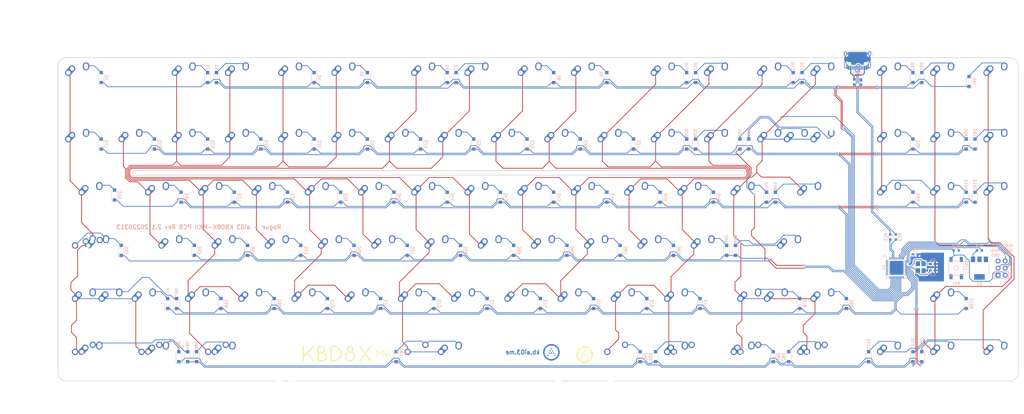
<source format=kicad_pcb>
(kicad_pcb (version 20211014) (generator pcbnew)
  (layers (0 "F.Cu" signal) (31 "B.Cu" signal) (34 "B.Paste" user) (35 "F.Paste" user) (36 "B.SilkS" user "B.Silkscreen") (37 "F.SilkS" user "F.Silkscreen") (38 "B.Mask" user) (39 "F.Mask" user) (44 "Edge.Cuts" user))
  (net 0 "")
  (net 1 "+5V")
  (net 2 "Net-(C2-Pad1)")
  (net 3 "GND")
  (net 4 "XTAL1")
  (net 5 "XTAL2")
  (net 6 "COL0")
  (net 7 "ROW0")
  (net 8 "Net-(D1-Pad2)")
  (net 9 "Net-(D2-Pad2)")
  (net 10 "Net-(D3-Pad2)")
  (net 11 "Net-(D4-Pad2)")
  (net 12 "Net-(D5-Pad2)")
  (net 13 "Net-(D6-Pad2)")
  (net 14 "Net-(D7-Pad2)")
  (net 15 "Net-(D8-Pad2)")
  (net 16 "Net-(D9-Pad2)")
  (net 17 "Net-(D10-Pad2)")
  (net 18 "Net-(D11-Pad2)")
  (net 19 "Net-(D12-Pad2)")
  (net 20 "Net-(D13-Pad2)")
  (net 21 "Net-(D14-Pad2)")
  (net 22 "ROW4")
  (net 23 "Net-(D17-Pad2)")
  (net 24 "ROW1")
  (net 25 "Net-(D18-Pad2)")
  (net 26 "Net-(D19-Pad2)")
  (net 27 "Net-(D20-Pad2)")
  (net 28 "Net-(D21-Pad2)")
  (net 29 "Net-(D22-Pad2)")
  (net 30 "Net-(D23-Pad2)")
  (net 31 "Net-(D24-Pad2)")
  (net 32 "Net-(D25-Pad2)")
  (net 33 "Net-(D26-Pad2)")
  (net 34 "Net-(D27-Pad2)")
  (net 35 "Net-(D28-Pad2)")
  (net 36 "Net-(D29-Pad2)")
  (net 37 "ROW3")
  (net 38 "ROW2")
  (net 39 "Net-(D35-Pad2)")
  (net 40 "Net-(D36-Pad2)")
  (net 41 "Net-(D37-Pad2)")
  (net 42 "Net-(D38-Pad2)")
  (net 43 "Net-(D39-Pad2)")
  (net 44 "Net-(D40-Pad2)")
  (net 45 "Net-(D41-Pad2)")
  (net 46 "Net-(D42-Pad2)")
  (net 47 "Net-(D43-Pad2)")
  (net 48 "Net-(D44-Pad2)")
  (net 49 "Net-(D45-Pad2)")
  (net 50 "Net-(D46-Pad2)")
  (net 51 "Net-(D47-Pad2)")
  (net 52 "Net-(D48-Pad2)")
  (net 53 "Net-(D53-Pad2)")
  (net 54 "Net-(D54-Pad2)")
  (net 55 "Net-(D55-Pad2)")
  (net 56 "Net-(D56-Pad2)")
  (net 57 "Net-(D57-Pad2)")
  (net 58 "Net-(D58-Pad2)")
  (net 59 "Net-(D59-Pad2)")
  (net 60 "Net-(D60-Pad2)")
  (net 61 "Net-(D61-Pad2)")
  (net 62 "Net-(D62-Pad2)")
  (net 63 "Net-(D63-Pad2)")
  (net 64 "Net-(D65-Pad2)")
  (net 65 "Net-(D66-Pad2)")
  (net 66 "Net-(D67-Pad2)")
  (net 67 "Net-(D68-Pad2)")
  (net 68 "Net-(D69-Pad2)")
  (net 69 "Net-(D70-Pad2)")
  (net 70 "Net-(D71-Pad2)")
  (net 71 "Net-(D72-Pad2)")
  (net 72 "Net-(D73-Pad2)")
  (net 73 "Net-(D74-Pad2)")
  (net 74 "Net-(D75-Pad2)")
  (net 75 "Net-(D76-Pad2)")
  (net 76 "Net-(D77-Pad2)")
  (net 77 "Net-(D78-Pad2)")
  (net 78 "ROW5")
  (net 79 "Net-(D81-Pad2)")
  (net 80 "Net-(D82-Pad2)")
  (net 81 "Net-(D84-Pad2)")
  (net 82 "Net-(D85-Pad2)")
  (net 83 "Net-(D86-Pad2)")
  (net 84 "Net-(D87-Pad2)")
  (net 85 "Net-(D90-Pad2)")
  (net 86 "Net-(D91-Pad2)")
  (net 87 "Net-(D92-Pad2)")
  (net 88 "Net-(D93-Pad2)")
  (net 89 "Net-(D94-Pad2)")
  (net 90 "Net-(D95-Pad2)")
  (net 91 "Net-(D96-Pad2)")
  (net 92 "Net-(D97-Pad2)")
  (net 93 "Net-(D99-Pad2)")
  (net 94 "Net-(D100-Pad2)")
  (net 95 "Net-(D101-Pad2)")
  (net 96 "Net-(D108-Pad2)")
  (net 97 "Net-(D111-Pad2)")
  (net 98 "Net-(D112-Pad2)")
  (net 99 "Net-(D113-Pad2)")
  (net 100 "VCC")
  (net 101 "COL2")
  (net 102 "COL1")
  (net 103 "COL3")
  (net 104 "COL4")
  (net 105 "COL5")
  (net 106 "COL6")
  (net 107 "COL7")
  (net 108 "COL8")
  (net 109 "Net-(Q1-Pad1)")
  (net 110 "LEDGND")
  (net 111 "Net-(RC1-Pad2)")
  (net 112 "D-")
  (net 113 "D+")
  (net 114 "Net-(RC2-Pad1)")
  (net 115 "RESET")
  (net 116 "Net-(RC4-Pad1)")
  (net 117 "Net-(RC5-Pad1)")
  (net 118 "Net-(RC6-Pad2)")
  (net 119 "Net-(RC7-Pad2)")
  (net 120 "Net-(USB1-Pad9)")
  (net 121 "Net-(USB1-Pad3)")
  (net 122 "Net-(D30-Pad2)")
  (net 123 "Net-(D31-Pad2)")
  (net 124 "Net-(D52-Pad2)")
  (net 125 "SLOCK_IND")
  (net 126 "CAPS_IND")
  (net 127 "RGBLED")
  (net 128 "ROW9")
  (net 129 "ROW6")
  (net 130 "ROW7")
  (net 131 "ROW8")
  (net 132 "ROW10")
  (net 133 "ROW11")
  (net 134 "Net-(U1-Pad42)")
  (footprint "locallib:kbd8x-logo" (layer "F.Cu") (at 144.653 137.795)
    (fp_text reference "G***" hide)
    (fp_text value "LOGO" hide)
  )
  (footprint "MX_Alps_Hybrid:MX-1U-NoLED" (layer "F.Cu") (at 242.8875 120.65)
    (fp_text reference "MX_.1")
    (fp_text value "MX-1U")
  )
  (footprint "MX_Alps_Hybrid:MX-1U-NoLED" (layer "F.Cu") (at 223.8375 120.65)
    (fp_text reference "MX_,1")
    (fp_text value "MX-1U")
  )
  (footprint "MX_Alps_Hybrid:MX-1U-NoLED" (layer "F.Cu") (at 66.675 63.5)
    (fp_text reference "MX_#1")
    (fp_text value "MX-1U")
  )
  (footprint "MX_Alps_Hybrid:MX-1U-NoLED" (layer "F.Cu") (at 85.725 63.5)
    (fp_text reference "MX_#2")
    (fp_text value "MX-1U")
  )
  (footprint "MX_Alps_Hybrid:MX-1U-NoLED" (layer "F.Cu") (at 104.775 63.5)
    (fp_text reference "MX_#3")
    (fp_text value "MX-1U")
  )
  (footprint "MX_Alps_Hybrid:MX-1U-NoLED" (layer "F.Cu") (at 123.825 63.5)
    (fp_text reference "MX_#4")
    (fp_text value "MX-1U")
  )
  (footprint "MX_Alps_Hybrid:MX-1U-NoLED" (layer "F.Cu") (at 142.875 63.5)
    (fp_text reference "MX_#5")
    (fp_text value "MX-1U")
  )
  (footprint "MX_Alps_Hybrid:MX-1U-NoLED" (layer "F.Cu") (at 161.925 63.5)
    (fp_text reference "MX_#6")
    (fp_text value "MX-1U")
  )
  (footprint "MX_Alps_Hybrid:MX-1U-NoLED" (layer "F.Cu") (at 180.975 63.5)
    (fp_text reference "MX_#7")
    (fp_text value "MX-1U")
  )
  (footprint "MX_Alps_Hybrid:MX-1U-NoLED" (layer "F.Cu") (at 219.075 63.5)
    (fp_text reference "MX_#9")
    (fp_text value "MX-1U")
  )
  (footprint "MX_Alps_Hybrid:MX-1U-NoLED" (layer "F.Cu") (at 238.125 63.5)
    (fp_text reference "MX_#0_1")
    (fp_text value "MX-1U")
  )
  (footprint "MX_Alps_Hybrid:MX-1U-NoLED" (layer "F.Cu") (at 271.4625 101.6)
    (fp_text reference "MX_'1")
    (fp_text value "MX-1U")
  )
  (footprint "MX_Alps_Hybrid:MX-1U-NoLED" (layer "F.Cu") (at 257.175 63.5)
    (fp_text reference "MX_-1")
    (fp_text value "MX-1U")
  )
  (footprint "MX_Alps_Hybrid:MX-1U-NoLED" (layer "F.Cu") (at 261.9375 120.65)
    (fp_text reference "MX_/1")
    (fp_text value "MX-1U")
  )
  (footprint "MX_Alps_Hybrid:MX-1U-NoLED" (layer "F.Cu") (at 252.4125 101.6)
    (fp_text reference "MX_;1")
    (fp_text value "MX-1U")
  )
  (footprint "MX_Alps_Hybrid:MX-1U-NoLED" (layer "F.Cu") (at 276.225 63.5)
    (fp_text reference "MX_=1")
    (fp_text value "MX-1U")
  )
  (footprint "MX_Alps_Hybrid:MX-1U-NoLED" (layer "F.Cu") (at 266.7 82.55)
    (fp_text reference "MX_[1")
    (fp_text value "MX-1U")
  )
  (footprint "MX_Alps_Hybrid:MX-1.5U-NoLED" (layer "F.Cu") (at 309.5625 82.55)
    (fp_text reference "MX_\\1")
    (fp_text value "MX-1.5U")
  )
  (footprint "MX_Alps_Hybrid:MX-1U-NoLED" (layer "F.Cu") (at 285.75 82.55)
    (fp_text reference "MX_]1")
    (fp_text value "MX-1U")
  )
  (footprint "MX_Alps_Hybrid:MX-1U-NoLED" (layer "F.Cu") (at 47.625 63.5)
    (fp_text reference "MX_`1")
    (fp_text value "MX-1U")
  )
  (footprint "MX_Alps_Hybrid:MX-1U-NoLED" (layer "F.Cu") (at 80.9625 101.6)
    (fp_text reference "MX_A1")
    (fp_text value "MX-1U")
  )
  (footprint "MX_Alps_Hybrid:MX-1U-NoLED" (layer "F.Cu") (at 166.6875 120.65)
    (fp_text reference "MX_B1")
    (fp_text value "MX-1U")
  )
  (footprint "MX_Alps_Hybrid:MX-2U-NoLED" (layer "F.Cu") (at 304.8 63.5)
    (fp_text reference "MX_BACK1")
    (fp_text value "MX-2U")
  )
  (footprint "MX_Alps_Hybrid:MX-1U-NoLED" (layer "F.Cu") (at 295.275 63.5)
    (fp_text reference "MX_BACK2")
    (fp_text value "MX-1U")
  )
  (footprint "MX_Alps_Hybrid:MX-1U-NoLED" (layer "F.Cu") (at 314.325 63.5)
    (fp_text reference "MX_BACK3")
    (fp_text value "MX-1U")
  )
  (footprint "MX_Alps_Hybrid:MX-1U-NoLED" (layer "F.Cu") (at 128.5875 120.65)
    (fp_text reference "MX_C1")
    (fp_text value "MX-1U")
  )
  (footprint "MX_Alps_Hybrid:MX-1U-NoLED" (layer "F.Cu") (at 54.76875 101.6)
    (fp_text reference "MX_CLOCK1")
    (fp_text value "MX-1.75U")
  )
  (footprint "MX_Only:MXOnly-1U-NoLED" (layer "F.Cu") (at 50.00625 101.6)
    (fp_text reference "MX_CLOCK2")
    (fp_text value "MX-1.25U")
  )
  (footprint "MX_Alps_Hybrid:MX-1U-NoLED" (layer "F.Cu") (at 119.0625 101.6)
    (fp_text reference "MX_D1")
    (fp_text value "MX-1U")
  )
  (footprint "MX_Alps_Hybrid:MX-1U-NoLED" (layer "F.Cu") (at 338.1375 82.55)
    (fp_text reference "MX_DEL1")
    (fp_text value "MX-1U")
  )
  (footprint "MX_Alps_Hybrid:MX-1U-NoLED" (layer "F.Cu") (at 357.1875 139.7)
    (fp_text reference "MX_DN1")
    (fp_text value "MX-1U")
  )
  (footprint "MX_Alps_Hybrid:MX-1U-NoLED" (layer "F.Cu") (at 114.3 82.55)
    (fp_text reference "MX_E1")
    (fp_text value "MX-1U")
  )
  (footprint "MX_Alps_Hybrid:MX-1U-NoLED" (layer "F.Cu") (at 357.1875 82.55)
    (fp_text reference "MX_END1")
    (fp_text value "MX-1U")
  )
  (footprint "MX_Alps_Hybrid:MX-1U-NoLED" (layer "F.Cu") (at 47.625 39.6875)
    (fp_text reference "MX_ESC1")
    (fp_text value "MX-1U")
  )
  (footprint "MX_Alps_Hybrid:MX-1U-NoLED" (layer "F.Cu") (at 138.1125 101.6)
    (fp_text reference "MX_F1")
    (fp_text value "MX-1U")
  )
  (footprint "MX_Alps_Hybrid:MX-1U-NoLED" (layer "F.Cu") (at 85.725 39.6875)
    (fp_text reference "MX_FN1")
    (fp_text value "MX-1U")
  )
  (footprint "MX_Alps_Hybrid:MX-1U-NoLED" (layer "F.Cu") (at 104.775 39.6875)
    (fp_text reference "MX_FN2")
    (fp_text value "MX-1U")
  )
  (footprint "MX_Alps_Hybrid:MX-1U-NoLED" (layer "F.Cu") (at 123.825 39.6875)
    (fp_text reference "MX_FN3")
    (fp_text value "MX-1U")
  )
  (footprint "MX_Alps_Hybrid:MX-1U-NoLED" (layer "F.Cu") (at 142.875 39.6875)
    (fp_text reference "MX_FN4")
    (fp_text value "MX-1U")
  )
  (footprint "MX_Alps_Hybrid:MX-1U-NoLED" (layer "F.Cu") (at 171.45 39.6875)
    (fp_text reference "MX_FN5")
    (fp_text value "MX-1U")
  )
  (footprint "MX_Alps_Hybrid:MX-1U-NoLED" (layer "F.Cu") (at 190.5 39.6875)
    (fp_text reference "MX_FN6")
    (fp_text value "MX-1U")
  )
  (footprint "MX_Alps_Hybrid:MX-1U-NoLED" (layer "F.Cu") (at 209.55 39.6875)
    (fp_text reference "MX_FN7")
    (fp_text value "MX-1U")
  )
  (footprint "MX_Alps_Hybrid:MX-1U-NoLED" (layer "F.Cu") (at 228.6 39.6875)
    (fp_text reference "MX_FN8")
    (fp_text value "MX-1U")
  )
  (footprint "MX_Alps_Hybrid:MX-1U-NoLED" (layer "F.Cu") (at 257.175 39.6875)
    (fp_text reference "MX_FN9")
    (fp_text value "MX-1U")
  )
  (footprint "MX_Alps_Hybrid:MX-1U-NoLED" (layer "F.Cu") (at 276.225 39.6875)
    (fp_text reference "MX_FN10")
    (fp_text value "MX-1U")
  )
  (footprint "MX_Alps_Hybrid:MX-1U-NoLED" (layer "F.Cu") (at 295.275 39.6875)
    (fp_text reference "MX_FN11")
    (fp_text value "MX-1U")
  )
  (footprint "MX_Alps_Hybrid:MX-1U-NoLED" (layer "F.Cu") (at 314.325 39.6875)
    (fp_text reference "MX_FN12")
    (fp_text value "MX-1U")
  )
  (footprint "MX_Alps_Hybrid:MX-1U-NoLED" (layer "F.Cu") (at 157.1625 101.6)
    (fp_text reference "MX_G1")
    (fp_text value "MX-1U")
  )
  (footprint "MX_Alps_Hybrid:MX-1U-NoLED" (layer "F.Cu") (at 176.2125 101.6)
    (fp_text reference "MX_H1")
    (fp_text value "MX-1U")
  )
  (footprint "MX_Alps_Hybrid:MX-1U-NoLED" (layer "F.Cu") (at 357.1875 63.5)
    (fp_text reference "MX_HOME1")
    (fp_text value "MX-1U")
  )
  (footprint "MX_Alps_Hybrid:MX-1U-NoLED" (layer "F.Cu") (at 209.55 82.55)
    (fp_text reference "MX_I1")
    (fp_text value "MX-1U")
  )
  (footprint "MX_Alps_Hybrid:MX-1U-NoLED" (layer "F.Cu") (at 338.1375 63.5)
    (fp_text reference "MX_INS1")
    (fp_text value "MX-1U")
  )
  (footprint "MX_Alps_Hybrid:MX-1U-NoLED" (layer "F.Cu") (at 195.2625 101.6)
    (fp_text reference "MX_J1")
    (fp_text value "MX-1U")
  )
  (footprint "MX_Alps_Hybrid:MX-1U-NoLED" (layer "F.Cu") (at 214.3125 101.6)
    (fp_text reference "MX_K1")
    (fp_text value "MX-1U")
  )
  (footprint "MX_Alps_Hybrid:MX-1U-NoLED" (layer "F.Cu") (at 233.3625 101.6)
    (fp_text reference "MX_L1")
    (fp_text value "MX-1U")
  )
  (footprint "MX_Only:MXOnly-1.25U-NoLED" (layer "F.Cu") (at 97.63125 139.7)
    (fp_text reference "MX_LALT1")
    (fp_text value "MX-1.25U")
  )
  (footprint "MX_Alps_Hybrid:MX-1.5U-NoLED" (layer "F.Cu") (at 100.0125 139.7)
    (fp_text reference "MX_LALT2")
    (fp_text value "MX-1.5U")
  )
  (footprint "MX_Only:MXOnly-1.25U-NoLED" (layer "F.Cu") (at 50.00625 139.7)
    (fp_text reference "MX_LCTRL1")
    (fp_text value "MX-1.25U")
  )
  (footprint "MX_Alps_Hybrid:MX-1.5U-NoLED" (layer "F.Cu") (at 52.3875 139.7)
    (fp_text reference "MX_LCTRL2")
    (fp_text value "MX-1.5U")
  )
  (footprint "MX_Alps_Hybrid:MX-1U-NoLED" (layer "F.Cu") (at 338.1375 139.7)
    (fp_text reference "MX_LFT1")
    (fp_text value "MX-1U")
  )
  (footprint "MX_Only:MXOnly-1.25U-NoLED" (layer "F.Cu") (at 73.81875 139.7)
    (fp_text reference "MX_LGUI1")
    (fp_text value "MX-1.25U")
  )
  (footprint "MX_Alps_Hybrid:MX-1U-NoLED" (layer "F.Cu") (at 76.2 139.7)
    (fp_text reference "MX_LGUI2")
    (fp_text value "MX-1U")
  )
  (footprint "MX_Alps_Hybrid:MX-2.25U-NoLED" (layer "F.Cu") (at 59.53125 120.65)
    (fp_text reference "MX_LSHIFT1")
    (fp_text value "MX-2.25U")
  )
  (footprint "MX_Alps_Hybrid:MX-1.25U-NoLED" (layer "F.Cu") (at 50.00625 120.65)
    (fp_text reference "MX_LSHIFT2")
    (fp_text value "MX-1.25U")
  )
  (footprint "MX_Alps_Hybrid:MX-1U-NoLED" (layer "F.Cu") (at 71.4375 120.65)
    (fp_text reference "MX_LSHIFT3")
    (fp_text value "MX-1U")
  )
  (footprint "MX_Alps_Hybrid:MX-1U-NoLED" (layer "F.Cu") (at 204.7875 120.65)
    (fp_text reference "MX_M1")
    (fp_text value "MX-1U")
  )
  (footprint "MX_Alps_Hybrid:MX-1U-NoLED" (layer "F.Cu") (at 185.7375 120.65)
    (fp_text reference "MX_N1")
    (fp_text value "MX-1U")
  )
  (footprint "MX_Alps_Hybrid:MX-1U-NoLED" (layer "F.Cu") (at 228.6 82.55)
    (fp_text reference "MX_O1")
    (fp_text value "MX-1U")
  )
  (footprint "MX_Alps_Hybrid:MX-1U-NoLED" (layer "F.Cu") (at 247.65 82.55)
    (fp_text reference "MX_P1")
    (fp_text value "MX-1U")
  )
  (footprint "MX_Alps_Hybrid:MX-1U-NoLED" (layer "F.Cu") (at 376.2375 39.6875)
    (fp_text reference "MX_PAUSE1")
    (fp_text value "MX-1U")
  )
  (footprint "MX_Alps_Hybrid:MX-1U-NoLED" (layer "F.Cu") (at 376.2375 82.55)
    (fp_text reference "MX_PGDN1")
    (fp_text value "MX-1U")
  )
  (footprint "MX_Alps_Hybrid:MX-1U-NoLED" (layer "F.Cu") (at 376.2375 63.5)
    (fp_text reference "MX_PGUP1")
    (fp_text value "MX-1U")
  )
  (footprint "MX_Alps_Hybrid:MX-1U-NoLED" (layer "F.Cu") (at 338.1375 39.6875)
    (fp_text reference "MX_PRINT1")
    (fp_text value "MX-1U")
  )
  (footprint "MX_Alps_Hybrid:MX-1U-NoLED" (layer "F.Cu") (at 76.2 82.55)
    (fp_text reference "MX_Q1")
    (fp_text value "MX-1U")
  )
  (footprint "MX_Alps_Hybrid:MX-1U-NoLED" (layer "F.Cu") (at 133.35 82.55)
    (fp_text reference "MX_R1")
    (fp_text value "MX-1U")
  )
  (footprint "MX_Only:MXOnly-1.25U-NoLED" (layer "F.Cu") (at 240.50625 139.7)
    (fp_text reference "MX_RALT1")
    (fp_text value "MX-1.25U")
  )
  (footprint "MX_Alps_Hybrid:MX-1.5U-NoLED" (layer "F.Cu") (at 261.9375 139.7)
    (fp_text reference "MX_RALT2")
    (fp_text value "MX-1.5U")
  )
  (footprint "MX_Only:MXOnly-1.25U-NoLED" (layer "F.Cu") (at 311.94375 139.7)
    (fp_text reference "MX_RCTRL1")
    (fp_text value "MX-1.25U")
  )
  (footprint "MX_Alps_Hybrid:MX-1.5U-NoLED" (layer "F.Cu") (at 309.5625 139.7)
    (fp_text reference "MX_RCTRL2")
    (fp_text value "MX-1.5U")
  )
  (footprint "MX_Alps_Hybrid:MX-2.25U-NoLED" (layer "F.Cu") (at 302.41875 101.6)
    (fp_text reference "MX_RETURN1")
    (fp_text value "MX-2.25U")
  )
  (footprint "MX_Only:MXOnly-1.25U-NoLED" (layer "F.Cu") (at 264.31875 139.7)
    (fp_text reference "MX_RGUI1")
    (fp_text value "MX-1.25U")
  )
  (footprint "MX_Alps_Hybrid:MX-1U-NoLED" (layer "F.Cu") (at 285.75 139.7)
    (fp_text reference "MX_RGUI2")
    (fp_text value "MX-1U")
  )
  (footprint "MX_Only:MXOnly-1.25U-NoLED" (layer "F.Cu") (at 288.13125 139.7)
    (fp_text reference "MX_RMENU1")
    (fp_text value "MX-1.25U")
  )
  (footprint "MX_Alps_Hybrid:MX-2.75U-NoLED" (layer "F.Cu") (at 297.65625 120.65)
    (fp_text reference "MX_RSHIFT1")
    (fp_text value "MX-2.75U")
  )
  (footprint "MX_Alps_Hybrid:MX-1.75U-NoLED" (layer "F.Cu") (at 288.13125 120.65)
    (fp_text reference "MX_RSHIFT2")
    (fp_text value "MX-1.75U")
  )
  (footprint "MX_Alps_Hybrid:MX-1U-NoLED" (layer "F.Cu") (at 314.325 120.65)
    (fp_text reference "MX_RSHIFT3")
    (fp_text value "MX-1U")
  )
  (footprint "MX_Alps_Hybrid:MX-1U-NoLED" (layer "F.Cu") (at 376.2375 139.7)
    (fp_text reference "MX_RT1")
    (fp_text value "MX-1U")
  )
  (footprint "MX_Alps_Hybrid:MX-1U-NoLED" (layer "F.Cu") (at 100.0125 101.6)
    (fp_text reference "MX_S1")
    (fp_text value "MX-1U")
  )
  (footprint "MX_Only:MXOnly-6.25U-ReversedStabilizers-NoLED" (layer "F.Cu") (at 169.06875 139.7)
    (fp_text reference "MX_SP1")
    (fp_text value "MX-6.25U")
  )
  (footprint "MX_Alps_Hybrid:MX-7U-ReversedStabilizers-NoLED" (layer "F.Cu") (at 180.975 139.7)
    (fp_text reference "MX_SP2")
    (fp_text value "MX-7U")
  )
  (footprint "MX_Alps_Hybrid:MX-1U-NoLED" (layer "F.Cu") (at 152.4 82.55)
    (fp_text reference "MX_T1")
    (fp_text value "MX-1U")
  )
  (footprint "MX_Alps_Hybrid:MX-1U-NoLED" (layer "F.Cu") (at 190.5 82.55)
    (fp_text reference "MX_U1")
    (fp_text value "MX-1U")
  )
  (footprint "MX_Alps_Hybrid:MX-1U-NoLED" (layer "F.Cu") (at 357.1875 120.65)
    (fp_text reference "MX_UP1")
    (fp_text value "MX-1U")
  )
  (footprint "MX_Alps_Hybrid:MX-1U-NoLED" (layer "F.Cu") (at 147.6375 120.65)
    (fp_text reference "MX_V1")
    (fp_text value "MX-1U")
  )
  (footprint "MX_Alps_Hybrid:MX-1U-NoLED" (layer "F.Cu") (at 95.25 82.55)
    (fp_text reference "MX_W1")
    (fp_text value "MX-1U")
  )
  (footprint "MX_Alps_Hybrid:MX-1U-NoLED" (layer "F.Cu") (at 109.5375 120.65)
    (fp_text reference "MX_X1")
    (fp_text value "MX-1U")
  )
  (footprint "MX_Alps_Hybrid:MX-1U-NoLED" (layer "F.Cu") (at 171.45 82.55)
    (fp_text reference "MX_Y1")
    (fp_text value "MX-1U")
  )
  (footprint "MX_Alps_Hybrid:MX-1U-NoLED" (layer "F.Cu") (at 90.4875 120.65)
    (fp_text reference "MX_Z1")
    (fp_text value "MX-1U")
  )
  (footprint "locallib:ai-ring-6mm" (layer "F.Cu") (at 228.6 138.1125)
    (fp_text reference "G***" hide)
    (fp_text value "LOGO" hide)
  )
  (footprint "MX_Alps_Hybrid:MX-1U-NoLED" (layer "F.Cu") (at 200.025 63.5)
    (fp_text reference "MX_#8")
    (fp_text value "MX-1U")
  )
  (footprint "MX_Alps_Hybrid:MX-1.5U-NoLED" (layer "F.Cu") (at 52.3875 82.55)
    (fp_text reference "MX_TAB1")
    (fp_text value "MX-1.5U")
  )
  (footprint "MX_Alps_Hybrid:MX-1U-NoLED" (layer "F.Cu") (at 357.1875 39.6875)
    (fp_text reference "MX_SLOCK1")
    (fp_text value "MX-1U")
  )
  (footprint "Alps_Only:ALPS-1U" (layer "F.Cu") (at 52.538059 101.61281)
    (fp_text reference "MX_CLOCK2")
    (fp_text value "MX-1.25U")
  )
  (footprint "TO_SOT_Packages_SMD:SOT-223-3_TabPin2" (layer "B.Cu") (at 369.8875 107.15625 -90)
    (fp_text reference "Q1")
    (fp_text value "DSS60601MZ4-13")
  )
  (footprint "locallib:SOT143B" (layer "B.Cu") (at 326.263 40.48125 -90)
    (fp_text reference "U2")
    (fp_text value "PRTR5V0U2X")
  )
  (footprint "Type-C:HRO-TYPE-C-31-M-12-Assembly" (layer "B.Cu") (at 326.23125 27.687125)
    (fp_text reference "USB1")
    (fp_text value "HRO-TYPE-C-31-M-12")
  )
  (footprint "random-keyboard-parts:Reset_Pretty-Mask" (layer "B.Cu") (at 377.825 107.15625 180)
    (fp_text reference "J1")
    (fp_text value "AVR-ISP-6")
  )
  (footprint "random-keyboard-parts:SKQG-1155865" (layer "B.Cu") (at 361.553125 107.15625 -90)
    (fp_text reference "SW1")
    (fp_text value "SW_Push")
  )
  (footprint "locallib:ai-ring-6mm-FancyAss-Mask" (layer "B.Cu") (at 216.69375 137.31875 180)
    (fp_text reference "G***" hide)
    (fp_text value "LOGO" hide)
  )
  (footprint "locallib:ai-ring-6mm-FancyAss" (layer "B.Cu") (at 216.69375 137.31875 180)
    (fp_text reference "G***" hide)
    (fp_text value "LOGO" hide)
  )
  (footprint "locallib:C_0603" (layer "B.Cu") (at 353.187 105.664)
    (fp_text reference "C4")
    (fp_text value "22pF")
  )
  (footprint "locallib:C_0603" (layer "B.Cu") (at 346.964 102.235 180)
    (fp_text reference "C8")
    (fp_text value "0.1uF")
  )
  (footprint "locallib:D_SOD-123" (layer "B.Cu") (at 55.5625 38.89375 90)
    (fp_text reference "D1")
    (fp_text value "SOD-323")
  )
  (footprint "locallib:D_SOD-123" (layer "B.Cu") (at 93.6625 38.89375 90)
    (fp_text reference "D2")
    (fp_text value "SOD-323")
  )
  (footprint "locallib:D_SOD-123" (layer "B.Cu") (at 96.8375 38.89375 90)
    (fp_text reference "D3")
    (fp_text value "SOD-323")
  )
  (footprint "locallib:D_SOD-123" (layer "B.Cu") (at 131.7625 38.89375 90)
    (fp_text reference "D4")
    (fp_text value "SOD-323")
  )
  (footprint "locallib:D_SOD-123" (layer "B.Cu") (at 179.3875 38.89375 90)
    (fp_text reference "D6")
    (fp_text value "SOD-323")
  )
  (footprint "locallib:D_SOD-123" (layer "B.Cu") (at 182.5625 38.89375 90)
    (fp_text reference "D7")
    (fp_text value "SOD-323")
  )
  (footprint "locallib:D_SOD-123" (layer "B.Cu") (at 217.4875 38.89375 90)
    (fp_text reference "D8")
    (fp_text value "SOD-323")
  )
  (footprint "locallib:D_SOD-123" (layer "B.Cu") (at 236.5375 38.89375 90)
    (fp_text reference "D9")
    (fp_text value "SOD-323")
  )
  (footprint "locallib:D_SOD-123" (layer "B.Cu") (at 265.1125 38.89375 90)
    (fp_text reference "D10")
    (fp_text value "SOD-323")
  )
  (footprint "locallib:D_SOD-123" (layer "B.Cu") (at 268.2875 38.89375 90)
    (fp_text reference "D11")
    (fp_text value "SOD-323")
  )
  (footprint "locallib:D_SOD-123" (layer "B.Cu") (at 303.2125 38.89375 90)
    (fp_text reference "D12")
    (fp_text value "SOD-323")
  )
  (footprint "locallib:D_SOD-123" (layer "B.Cu") (at 306.3875 38.89375 90)
    (fp_text reference "D13")
    (fp_text value "SOD-323")
  )
  (footprint "locallib:D_SOD-123" (layer "B.Cu") (at 79.375 119.85625 90)
    (fp_text reference "D14")
    (fp_text value "SOD-323")
  )
  (footprint "locallib:D_SOD-123" (layer "B.Cu") (at 55.5625 62.70625 90)
    (fp_text reference "D17")
    (fp_text value "SOD-323")
  )
  (footprint "locallib:D_SOD-123" (layer "B.Cu") (at 74.6125 62.70625 90)
    (fp_text reference "D18")
    (fp_text value "SOD-323")
  )
  (footprint "locallib:D_SOD-123" (layer "B.Cu") (at 93.6625 62.70625 90)
    (fp_text reference "D19")
    (fp_text value "SOD-323")
  )
  (footprint "locallib:D_SOD-123" (layer "B.Cu") (at 112.7125 62.70625 90)
    (fp_text reference "D20")
    (fp_text value "SOD-323")
  )
  (footprint "locallib:D_SOD-123" (layer "B.Cu") (at 131.7625 62.70625 90)
    (fp_text reference "D21")
    (fp_text value "SOD-323")
  )
  (footprint "locallib:D_SOD-123" (layer "B.Cu") (at 150.8125 62.70625 90)
    (fp_text reference "D22")
    (fp_text value "SOD-323")
  )
  (footprint "locallib:D_SOD-123" (layer "B.Cu") (at 169.8625 62.70625 90)
    (fp_text reference "D23")
    (fp_text value "SOD-323")
  )
  (footprint "locallib:D_SOD-123" (layer "B.Cu") (at 188.9125 62.70625 90)
    (fp_text reference "D24")
    (fp_text value "SOD-323")
  )
  (footprint "locallib:D_SOD-123" (layer "B.Cu") (at 207.9625 62.70625 90)
    (fp_text reference "D25")
    (fp_text value "SOD-323")
  )
  (footprint "locallib:D_SOD-123" (layer "B.Cu") (at 227.0125 62.70625 90)
    (fp_text reference "D26")
    (fp_text value "SOD-323")
  )
  (footprint "locallib:D_SOD-123" (layer "B.Cu") (at 246.0625 62.70625 90)
    (fp_text reference "D27")
    (fp_text value "SOD-323")
  )
  (footprint "locallib:D_SOD-123" (layer "B.Cu") (at 265.1125 62.70625 90)
    (fp_text reference "D28")
    (fp_text value "SOD-323")
  )
  (footprint "locallib:D_SOD-123" (layer "B.Cu") (at 268.2875 62.70625 90)
    (fp_text reference "D29")
    (fp_text value "SOD-323")
  )
  (footprint "locallib:D_SOD-123" (layer "B.Cu") (at 287.3375 62.70625 90)
    (fp_text reference "D30")
    (fp_text value "SOD-323")
  )
  (footprint "locallib:D_SOD-123" (layer "B.Cu") (at 284.1625 62.70625 90)
    (fp_text reference "D31")
    (fp_text value "SOD-323")
  )
  (footprint "locallib:D_SOD-123" (layer "B.Cu") (at 60.325 80.9625 90)
    (fp_text reference "D35")
    (fp_text value "SOD-323")
  )
  (footprint "locallib:D_SOD-123" (layer "B.Cu") (at 84.1375 81.75625 90)
    (fp_text reference "D36")
    (fp_text value "SOD-323")
  )
  (footprint "locallib:D_SOD-123" (layer "B.Cu") (at 103.1875 81.75625 90)
    (fp_text reference "D37")
    (fp_text value "SOD-323")
  )
  (footprint "locallib:D_SOD-123" (layer "B.Cu") (at 122.2375 81.75625 90)
    (fp_text reference "D38")
    (fp_text value "SOD-323")
  )
  (footprint "locallib:D_SOD-123" (layer "B.Cu") (at 141.2875 81.75625 90)
    (fp_text reference "D39")
    (fp_text value "SOD-323")
  )
  (footprint "locallib:D_SOD-123" (layer "B.Cu") (at 160.3375 81.75625 90)
    (fp_text reference "D40")
    (fp_text value "SOD-323")
  )
  (footprint "locallib:D_SOD-123" (layer "B.Cu") (at 179.3875 81.75625 90)
    (fp_text reference "D41")
    (fp_text value "SOD-323")
  )
  (footprint "locallib:D_SOD-123" (layer "B.Cu") (at 198.4375 81.75625 90)
    (fp_text reference "D42")
    (fp_text value "SOD-323")
  )
  (footprint "locallib:D_SOD-123" (layer "B.Cu") (at 217.4875 81.75625 90)
    (fp_text reference "D43")
    (fp_text value "SOD-323")
  )
  (footprint "locallib:D_SOD-123" (layer "B.Cu") (at 236.5375 81.75625 90)
    (fp_text reference "D44")
    (fp_text value "SOD-323")
  )
  (footprint "locallib:D_SOD-123" (layer "B.Cu") (at 255.5875 81.75625 90)
    (fp_text reference "D45")
    (fp_text value "SOD-323")
  )
  (footprint "locallib:D_SOD-123" (layer "B.Cu") (at 274.6375 81.75625 90)
    (fp_text reference "D46")
    (fp_text value "SOD-323")
  )
  (footprint "locallib:D_SOD-123" (layer "B.Cu") (at 293.6875 81.75625 90)
    (fp_text reference "D47")
    (fp_text value "SOD-323")
  )
  (footprint "locallib:D_SOD-123" (layer "B.Cu") (at 296.8625 81.75625 90)
    (fp_text reference "D48")
    (fp_text value "SOD-323")
  )
  (footprint "locallib:D_SOD-123" (layer "B.Cu") (at 62.70625 100.80625 90)
    (fp_text reference "D52")
    (fp_text value "SOD-323")
  )
  (footprint "locallib:D_SOD-123" (layer "B.Cu") (at 88.9 100.80625 90)
    (fp_text reference "D53")
    (fp_text value "SOD-323")
  )
  (footprint "locallib:D_SOD-123" (layer "B.Cu") (at 107.95 100.80625 90)
    (fp_text reference "D54")
    (fp_text value "SOD-323")
  )
  (footprint "locallib:D_SOD-123" (layer "B.Cu") (at 127 100.80625 90)
    (fp_text reference "D55")
    (fp_text value "SOD-323")
  )
  (footprint "locallib:D_SOD-123" (layer "B.Cu") (at 146.05 100.80625 90)
    (fp_text reference "D56")
    (fp_text value "SOD-323")
  )
  (footprint "locallib:D_SOD-123" (layer "B.Cu") (at 165.1 100.80625 90)
    (fp_text reference "D57")
    (fp_text value "SOD-323")
  )
  (footprint "locallib:D_SOD-123" (layer "B.Cu") (at 184.15 100.80625 90)
    (fp_text reference "D58")
    (fp_text value "SOD-323")
  )
  (footprint "locallib:D_SOD-123" (layer "B.Cu") (at 203.2 100.80625 90)
    (fp_text reference "D59")
    (fp_text value "SOD-323")
  )
  (footprint "locallib:D_SOD-123" (layer "B.Cu") (at 222.25 100.80625 90)
    (fp_text reference "D60")
    (fp_text value "SOD-323")
  )
  (footprint "locallib:D_SOD-123" (layer "B.Cu") (at 241.3 100.80625 90)
    (fp_text reference "D61")
    (fp_text value "SOD-323")
  )
  (footprint "locallib:D_SOD-123" (layer "B.Cu") (at 260.35 100.80625 90)
    (fp_text reference "D62")
    (fp_text value "SOD-323")
  )
  (footprint "locallib:D_SOD-123" (layer "B.Cu") (at 279.4 100.80625 90)
    (fp_text reference "D63")
    (fp_text value "SOD-323")
  )
  (footprint "locallib:D_SOD-123" (layer "B.Cu") (at 282.575 100.80625 90)
    (fp_text reference "D65")
    (fp_text value "SOD-323")
  )
  (footprint "locallib:D_SOD-123" (layer "B.Cu") (at 322.2625 119.85625 90)
    (fp_text reference "D66")
    (fp_text value "SOD-323")
  )
  (footprint "locallib:D_SOD-123" (layer "B.Cu") (at 82.55 119.85625 90)
    (fp_text reference "D67")
    (fp_text value "SOD-323")
  )
  (footprint "locallib:D_SOD-123" (layer "B.Cu") (at 98.425 119.85625 90)
    (fp_text reference "D68")
    (fp_text value "SOD-323")
  )
  (footprint "locallib:D_SOD-123" (layer "B.Cu") (at 117.475 119.85625 90)
    (fp_text reference "D69")
    (fp_text value "SOD-323")
  )
  (footprint "locallib:D_SOD-123" (layer "B.Cu") (at 136.525 119.85625 90)
    (fp_text reference "D70")
    (fp_text value "SOD-323")
  )
  (footprint "locallib:D_SOD-123" (layer "B.Cu") (at 155.575 119.85625 90)
    (fp_text reference "D71")
    (fp_text value "SOD-323")
  )
  (footprint "locallib:D_SOD-123" (layer "B.Cu") (at 174.625 119.85625 90)
    (fp_text reference "D72")
    (fp_text value "SOD-323")
  )
  (footprint "locallib:D_SOD-123" (layer "B.Cu") (at 193.675 119.85625 90)
    (fp_text reference "D73")
    (fp_text value "SOD-323")
  )
  (footprint "locallib:D_SOD-123" (layer "B.Cu") (at 212.725 119.85625 90)
    (fp_text reference "D74")
    (fp_text value "SOD-323")
  )
  (footprint "locallib:D_SOD-123" (layer "B.Cu") (at 231.775 119.85625 90)
    (fp_text reference "D75")
    (fp_text value "SOD-323")
  )
  (footprint "locallib:D_SOD-123" (layer "B.Cu") (at 250.825 119.85625 90)
    (fp_text reference "D76")
    (fp_text value "SOD-323")
  )
  (footprint "locallib:D_SOD-123" (layer "B.Cu") (at 269.875 119.85625 90)
    (fp_text reference "D77")
    (fp_text value "SOD-323")
  )
  (footprint "locallib:D_SOD-123" (layer "B.Cu") (at 305.59375 119.85625 90)
    (fp_text reference "D78")
    (fp_text value "SOD-323")
  )
  (footprint "locallib:D_SOD-123" (layer "B.Cu") (at 296.06875 138.90625 90)
    (fp_text reference "D81")
    (fp_text value "SOD-323")
  )
  (footprint "locallib:D_SOD-123" (layer "B.Cu") (at 301.625 138.90625 90)
    (fp_text reference "D82")
    (fp_text value "SOD-323")
  )
  (footprint "locallib:D_SOD-123" (layer "B.Cu") (at 86.51875 138.90625 90)
    (fp_text reference "D84")
    (fp_text value "SOD-323")
  )
  (footprint "locallib:D_SOD-123" (layer "B.Cu") (at 83.34375 138.90625 90)
    (fp_text reference "D85")
    (fp_text value "SOD-323")
  )
  (footprint "locallib:D_SOD-123" (layer "B.Cu") (at 89.69375 138.90625 90)
    (fp_text reference "D86")
    (fp_text value "SOD-323")
  )
  (footprint "locallib:D_SOD-123" (layer "B.Cu") (at 161.13125 138.90625 90)
    (fp_text reference "D87")
    (fp_text value "SOD-323")
  )
  (footprint "locallib:D_SOD-123" (layer "B.Cu") (at 248.44375 138.90625 90)
    (fp_text reference "D90")
    (fp_text value "SOD-323")
  )
  (footprint "locallib:D_SOD-123" (layer "B.Cu") (at 254 138.90625 90)
    (fp_text reference "D91")
    (fp_text value "SOD-323")
  )
  (footprint "locallib:D_SOD-123" (layer "B.Cu") (at 346.075 38.89375 90)
    (fp_text reference "D92")
    (fp_text value "SOD-323")
  )
  (footprint "locallib:D_SOD-123" (layer "B.Cu") (at 349.25 38.89375 90)
    (fp_text reference "D93")
    (fp_text value "SOD-323")
  )
  (footprint "locallib:D_SOD-123" (layer "B.Cu") (at 366.138236 40.28703 90)
    (fp_text reference "D94")
    (fp_text value "SOD-323")
  )
  (footprint "locallib:D_SOD-123" (layer "B.Cu") (at 346.075 62.70625 90)
    (fp_text reference "D95")
    (fp_text value "SOD-323")
  )
  (footprint "locallib:D_SOD-123" (layer "B.Cu") (at 365.125 62.70625 90)
    (fp_text reference "D96")
    (fp_text value "SOD-323")
  )
  (footprint "locallib:D_SOD-123" (layer "B.Cu") (at 368.3 62.70625 90)
    (fp_text reference "D97")
    (fp_text value "SOD-323")
  )
  (footprint "locallib:D_SOD-123" (layer "B.Cu") (at 346.075 81.75625 90)
    (fp_text reference "D99")
    (fp_text value "SOD-323")
  )
  (footprint "locallib:D_SOD-123" (layer "B.Cu") (at 365.125 81.75625 90)
    (fp_text reference "D100")
    (fp_text value "SOD-323")
  )
  (footprint "locallib:D_SOD-123" (layer "B.Cu") (at 368.3 81.75625 90)
    (fp_text reference "D101")
    (fp_text value "SOD-323")
  )
  (footprint "locallib:D_SOD-123" (layer "B.Cu") (at 365.125 119.85625 90)
    (fp_text reference "D108")
    (fp_text value "SOD-323")
  )
  (footprint "locallib:D_SOD-123" (layer "B.Cu") (at 330.2 138.90625 90)
    (fp_text reference "D111")
    (fp_text value "SOD-323")
  )
  (footprint "locallib:D_SOD-123" (layer "B.Cu") (at 349.25 138.90625 90)
    (fp_text reference "D112")
    (fp_text value "SOD-323")
  )
  (footprint "locallib:D_SOD-123" (layer "B.Cu") (at 346.075 138.90625 90)
    (fp_text reference "D113")
    (fp_text value "SOD-323")
  )
  (footprint "locallib:R_0603" (layer "B.Cu") (at 337.947 96.012 90)
    (fp_text reference "RC1")
    (fp_text value "22")
  )
  (footprint "locallib:R_0603" (layer "B.Cu") (at 339.979 96.012 -90)
    (fp_text reference "RC2")
    (fp_text value "22")
  )
  (footprint "locallib:R_0603" (layer "B.Cu") (at 361.553125 100.80625 180)
    (fp_text reference "RC3")
    (fp_text value "10k")
  )
  (footprint "locallib:R_0603" (layer "B.Cu") (at 369.8875 100.80625 180)
    (fp_text reference "RC5")
    (fp_text value "1.5k")
  )
  (footprint "locallib:Crystal_SMD_3225-4pin_3.2x2.5mm" (layer "B.Cu") (at 348.869 106.807 90)
    (fp_text reference "Y1")
    (fp_text value "16MHz")
  )
  (footprint "locallib:C_0603" (layer "B.Cu") (at 353.187 107.95)
    (fp_text reference "C3")
    (fp_text value "22pF")
  )
  (footprint "locallib:QFN-44-1EP_7x7mm_Pitch0.5mm" (layer "B.Cu") (at 340.217125 107.045125 -90)
    (fp_text reference "U1")
    (fp_text value "ATmega32U4-MU")
  )
  (footprint "locallib:D_SOD-123" (layer "B.Cu") (at 150.8125 38.89375 90)
    (fp_text reference "D5")
    (fp_text value "SOD-323")
  )
  (gr_arc (start 284.95625 72.23125) (mid 285.75 73.025) (end 284.95625 73.81875) (layer "Edge.Cuts") (width 0.2))
  (gr_arc (start 332.184375 31.75) (mid 331.623109 31.517516) (end 331.390625 30.95625) (layer "Edge.Cuts") (width 0.2))
  (gr_line (start 321.071875 30.1625) (end 321.071875 30.95625) (layer "Edge.Cuts") (width 0.2))
  (gr_line (start 67.46875 73.81875) (end 284.95625 73.81875) (layer "Edge.Cuts") (width 0.2))
  (gr_line (start 284.95625 72.23125) (end 67.46875 72.23125) (layer "Edge.Cuts") (width 0.2))
  (gr_line (start 383.778125 34.925) (end 383.778125 144.4625) (layer "Edge.Cuts") (width 0.2))
  (gr_line (start 332.184375 31.75) (end 380.603125 31.75) (layer "Edge.Cuts") (width 0.2))
  (gr_line (start 380.603125 147.6375) (end 43.259375 147.6375) (layer "Edge.Cuts") (width 0.2))
  (gr_line (start 40.084375 144.4625) (end 40.084375 34.925) (layer "Edge.Cuts") (width 0.2))
  (gr_arc (start 383.778125 144.4625) (mid 382.848189 146.707564) (end 380.603125 147.6375) (layer "Edge.Cuts") (width 0.2))
  (gr_arc (start 43.259375 147.6375) (mid 41.014311 146.707564) (end 40.084375 144.4625) (layer "Edge.Cuts") (width 0.2))
  (gr_line (start 331.390625 30.1625) (end 331.390625 30.95625) (layer "Edge.Cuts") (width 0.2))
  (gr_line (start 43.259375 31.75) (end 320.278125 31.75) (layer "Edge.Cuts") (width 0.2))
  (gr_arc (start 67.46875 73.81875) (mid 66.675 73.025) (end 67.46875 72.23125) (layer "Edge.Cuts") (width 0.2))
  (gr_arc (start 321.071875 30.95625) (mid 320.839391 31.517516) (end 320.278125 31.75) (layer "Edge.Cuts") (width 0.2))
  (gr_arc (start 380.603125 31.75) (mid 382.848189 32.679936) (end 383.778125 34.925) (layer "Edge.Cuts") (width 0.2))
  (gr_arc (start 321.071875 30.1625) (mid 321.304359 29.601234) (end 321.865625 29.36875) (layer "Edge.Cuts") (width 0.2))
  (gr_arc (start 40.084375 34.925) (mid 41.014311 32.679936) (end 43.259375 31.75) (layer "Edge.Cuts") (width 0.2))
  (gr_line (start 321.865625 29.36875) (end 330.596875 29.36875) (layer "Edge.Cuts") (width 0.2))
  (gr_arc (start 330.596875 29.36875) (mid 331.158141 29.601234) (end 331.390625 30.1625) (layer "Edge.Cuts") (width 0.2))
  (gr_text "kb.ai03.me" (at 206.375 137.31875) (layer "B.Cu") (effects (font (size 1.5 1.5) (thickness 0.3)) (justify mirror)))
  (gr_text "Rogue - ai03 KBD8X-MKII PCB Rev 2.1 20220313" (at 90.4875 92.456) (layer "B.SilkS") (effects (font (size 1.5 1.5) (thickness 0.3)) (justify mirror)))
  (gr_text "RESET" (at 365.252 105.664 90) (layer "B.SilkS") (effects (font (size 1 1)) (justify mirror)))
  (segment (start 347.869 108.057) (end 347.213875 108.057) (width 0.254) (layer "B.Cu") (net 4))
  (segment (start 347.869 108.057) (end 347.869 108.728) (width 0.254) (layer "B.Cu") (net 4))
  (segment (start 348.615 109.474) (end 351.028 109.474) (width 0.254) (layer "B.Cu") (net 4))
  (segment (start 351.028 109.474) (end 352.337 108.165) (width 0.254) (layer "B.Cu") (net 4))
  (segment (start 347.869 108.728) (end 348.615 109.474) (width 0.254) (layer "B.Cu") (net 4))
  (segment (start 343.617125 107.045125) (end 346.202 107.045125) (width 0.254) (layer "B.Cu") (net 4))
  (segment (start 352.337 108.165) (end 352.337 107.95) (width 0.254) (layer "B.Cu") (net 4))
  (segment (start 347.213875 108.057) (end 346.202 107.045125) (width 0.254) (layer "B.Cu") (net 4))
  (segment (start 346.456 104.4575) (end 346.456 105.537) (width 0.254) (layer "B.Cu") (net 5))
  (segment (start 349.869 105.557) (end 349.869 105.013) (width 0.254) (layer "B.Cu") (net 5))
  (segment (start 352.337 105.664) (end 349.976 105.664) (width 0.254) (layer "B.Cu") (net 5))
  (segment (start 349.869 105.013) (end 348.996 104.14) (width 0.254) (layer "B.Cu") (net 5))
  (segment (start 346.7735 104.14) (end 346.456 104.4575) (width 0.254) (layer "B.Cu") (net 5))
  (segment (start 346.456 105.537) (end 345.447875 106.545125) (width 0.254) (layer "B.Cu") (net 5))
  (segment (start 348.996 104.14) (end 346.7735 104.14) (width 0.254) (layer "B.Cu") (net 5))
  (segment (start 349.976 105.664) (end 349.869 105.557) (width 0.254) (layer "B.Cu") (net 5))
  (segment (start 345.447875 106.545125) (end 343.617125 106.545125) (width 0.254) (layer "B.Cu") (net 5))
  (segment (start 63.5 70.739) (end 64.262 71.501) (width 0.254) (layer "F.Cu") (net 6))
  (segment (start 46.19625 118.11) (end 46.736 118.64975) (width 0.254) (layer "F.Cu") (net 6))
  (segment (start 48.5775 90.8685) (end 52.54625 94.83725) (width 0.254) (layer "F.Cu") (net 6))
  (segment (start 67.6275 118.11) (end 67.945 118.4275) (width 0.254) (layer "F.Cu") (net 6))
  (segment (start 77.1525 99.06) (end 73.025 94.9325) (width 0.254) (layer "F.Cu") (net 6))
  (segment (start 44.704 114.935) (end 46.19625 116.42725) (width 0.254) (layer "F.Cu") (net 6))
  (segment (start 44.958 127.635) (end 44.958 130.175) (width 0.254) (layer "F.Cu") (net 6))
  (segment (start 48.768 99.06) (end 47.117 100.711) (width 0.254) (layer "F.Cu") (net 6))
  (segment (start 48.5775 80.01) (end 48.5775 90.8685) (width 0.254) (layer "F.Cu") (net 6))
  (segment (start 70.00875 137.16) (end 72.39 137.16) (width 0.254) (layer "F.Cu") (net 6))
  (segment (start 52.54625 94.83725) (end 52.54625 96.52) (width 0.254) (layer "F.Cu") (net 6))
  (segment (start 44.45 60.325) (end 44.45 37.7825) (width 0.254) (layer "F.Cu") (net 6))
  (segment (start 52.54625 96.52) (end 52.54625 97.4725) (width 0.254) (layer "F.Cu") (net 6))
  (segment (start 64.262 74.803) (end 65.659 76.2) (width 0.254) (layer "F.Cu") (net 6))
  (segment (start 73.025 80.645) (end 72.39 80.01) (width 0.254) (layer "F.Cu") (net 6))
  (segment (start 67.945 135.09625) (end 70.00875 137.16) (width 0.254) (layer "F.Cu") (net 6))
  (segment (start 47.117 109.982) (end 44.704 112.395) (width 0.254) (layer "F.Cu") (net 6))
  (segment (start 46.736 118.64975) (end 46.736 125.857) (width 0.254) (layer "F.Cu") (net 6))
  (segment (start 44.45 61.595) (end 43.815 60.96) (width 0.254) (layer "F.Cu") (net 6))
  (segment (start 48.5775 80.01) (end 44.45 75.8825) (width 0.254) (layer "F.Cu") (net 6))
  (segment (start 46.736 125.857) (end 44.958 127.635) (width 0.254) (layer "F.Cu") (net 6))
  (segment (start 68.58 76.2) (end 72.39 80.01) (width 0.254) (layer "F.Cu") (net 6))
  (segment (start 46.736 136.62025) (end 46.19625 137.16) (width 0.254) (layer "F.Cu") (net 6))
  (segment (start 63.5 61.595) (end 63.5 70.739) (width 0.254) (layer "F.Cu") (net 6))
  (segment (start 46.19625 137.16) (end 48.5775 137.16) (width 0.254) (layer "F.Cu") (net 6))
  (segment (start 47.117 100.711) (end 47.117 109.982) (width 0.254) (layer "F.Cu") (net 6))
  (segment (start 65.659 76.2) (end 68.58 76.2) (width 0.254) (layer "F.Cu") (net 6))
  (segment (start 43.815 60.96) (end 44.45 60.325) (width 0.254) (layer "F.Cu") (net 6))
  (segment (start 67.945 118.4275) (end 67.945 135.09625) (width 0.254) (layer "F.Cu") (net 6))
  (segment (start 46.19625 116.42725) (end 46.19625 118.11) (width 0.254) (layer "F.Cu") (net 6))
  (segment (start 64.262 71.501) (end 64.262 74.803) (width 0.254) (layer "F.Cu") (net 6))
  (segment (start 62.865 60.96) (end 63.5 61.595) (width 0.254) (layer "F.Cu") (net 6))
  (segment (start 46.736 131.953) (end 46.736 136.62025) (width 0.254) (layer "F.Cu") (net 6))
  (segment (start 73.025 94.9325) (end 73.025 80.645) (width 0.254) (layer "F.Cu") (net 6))
  (segment (start 44.45 37.7825) (end 43.815 37.1475) (width 0.254) (layer "F.Cu") (net 6))
  (segment (start 52.54625 97.4725) (end 50.95875 99.06) (width 0.254) (layer "F.Cu") (net 6))
  (segment (start 44.958 130.175) (end 46.736 131.953) (width 0.254) (layer "F.Cu") (net 6))
  (segment (start 44.704 112.395) (end 44.704 114.935) (width 0.254) (layer "F.Cu") (net 6))
  (segment (start 50.95875 99.06) (end 48.768 99.06) (width 0.254) (layer "F.Cu") (net 6))
  (segment (start 44.45 75.8825) (end 44.45 61.595) (width 0.254) (layer "F.Cu") (net 6))
  (segment (start 55.72125 118.11) (end 46.19625 118.11) (width 0.254) (layer "B.Cu") (net 6))
  (segment (start 67.6275 118.11) (end 55.72125 118.11) (width 0.254) (layer "B.Cu") (net 6))
  (segment (start 332.867 42.164) (end 333.121 41.91) (width 0.254) (layer "F.Cu") (net 7))
  (segment (start 319.405 41.91) (end 319.659 42.164) (width 0.254) (layer "F.Cu") (net 7))
  (segment (start 321.293226 56.922342) (end 320.81575 56.444866) (width 0.254) (layer "F.Cu") (net 7))
  (segment (start 320.81575 47.25775) (end 318.643 45.085) (width 0.254) (layer "F.Cu") (net 7))
  (segment (start 319.151 41.91) (end 319.405 41.91) (width 0.254) (layer "F.Cu") (net 7))
  (segment (start 318.643 45.085) (end 318.643 42.418) (width 0.254) (layer "F.Cu") (net 7))
  (segment (start 318.643 42.418) (end 319.151 41.91) (width 0.254) (layer "F.Cu") (net 7))
  (segment (start 320.81575 56.444866) (end 320.81575 47.25775) (width 0.254) (layer "F.Cu") (net 7))
  (segment (start 319.659 42.164) (end 332.867 42.164) (width 0.254) (layer "F.Cu") (net 7))
  (via (at 321.293226 56.922342) (size 0.6) (drill 0.4) (layers "F.Cu" "B.Cu") (net 7))
  (via (at 319.405 41.91) (size 0.6) (drill 0.4) (layers "F.Cu" "B.Cu") (net 7))
  (via (at 333.121 41.91) (size 0.6) (drill 0.4) (layers "F.Cu" "B.Cu") (net 7))
  (segment (start 179.3875 40.69375) (end 178.50825 40.69375) (width 0.254) (layer "B.Cu") (net 7))
  (segment (start 338.717125 114.046) (end 338.717125 110.445125) (width 0.254) (layer "B.Cu") (net 7))
  (segment (start 151.765 39.497) (end 149.86 39.497) (width 0.254) (layer "B.Cu") (net 7))
  (segment (start 149.479 40.513) (end 147.828 42.164) (width 0.254) (layer "B.Cu") (net 7))
  (segment (start 91.313 42.164) (end 92.78325 40.69375) (width 0.254) (layer "B.Cu") (net 7))
  (segment (start 217.4875 40.69375) (end 218.36675 40.69375) (width 0.254) (layer "B.Cu") (net 7))
  (segment (start 333.375 42.164) (end 343.789 42.164) (width 0.254) (layer "B.Cu") (net 7))
  (segment (start 319.151 42.164) (end 319.405 41.91) (width 0.254) (layer "B.Cu") (net 7))
  (segment (start 262.763 42.164) (end 264.23325 40.69375) (width 0.254) (layer "B.Cu") (net 7))
  (segment (start 183.896 40.513) (end 183.896 39.878) (width 0.254) (layer "B.Cu") (net 7))
  (segment (start 269.621 40.386) (end 271.399 42.164) (width 0.254) (layer "B.Cu") (net 7))
  (segment (start 237.49 39.497) (end 240.157 42.164) (width 0.254) (layer "B.Cu") (net 7))
  (segment (start 235.585 39.497) (end 237.49 39.497) (width 0.254) (layer "B.Cu") (net 7))
  (segment (start 352.737111 42.08703) (end 350.147081 39.497) (width 0.254) (layer "B.Cu") (net 7))
  (segment (start 366.138236 42.08703) (end 352.737111 42.08703) (width 0.254) (layer "B.Cu") (net 7))
  (segment (start 240.157 42.164) (end 262.763 42.164) (width 0.254) (layer "B.Cu") (net 7))
  (segment (start 57.912 42.164) (end 91.313 42.164) (width 0.254) (layer "B.Cu") (net 7))
  (segment (start 264.23325 40.69375) (end 265.1125 40.69375) (width 0.254) (layer "B.Cu") (net 7))
  (segment (start 303.2125 40.69375) (end 304.11125 40.69375) (width 0.254) (layer "B.Cu") (net 7))
  (segment (start 350.147081 39.497) (end 348.16075 39.497) (width 0.254) (layer "B.Cu") (net 7))
  (segment (start 324.612 60.017511) (end 324.612 106.299) (width 0.254) (layer "B.Cu") (net 7))
  (segment (start 305.308 39.497) (end 307.34 39.497) (width 0.254) (layer "B.Cu") (net 7))
  (segment (start 99.949 42.164) (end 98.171 40.386) (width 0.254) (layer "B.Cu") (net 7))
  (segment (start 337.447125 115.316) (end 338.717125 114.046) (width 0.254) (layer "B.Cu") (net 7))
  (segment (start 346.075 40.69375) (end 345.25925 40.69375) (width 0.254) (layer "B.Cu") (net 7))
  (segment (start 307.721 40.386) (end 309.499 42.164) (width 0.254) (layer "B.Cu") (net 7))
  (segment (start 92.78325 40.69375) (end 93.6625 40.69375) (width 0.254) (layer "B.Cu") (net 7))
  (segment (start 154.432 42.164) (end 151.765 39.497) (width 0.254) (layer "B.Cu") (net 7))
  (segment (start 345.25925 40.69375) (end 343.789 42.164) (width 0.254) (layer "B.Cu") (net 7))
  (segment (start 217.4875 40.69375) (end 216.60825 40.69375) (width 0.254) (layer "B.Cu") (net 7))
  (segment (start 235.204 39.878) (end 235.585 39.497) (width 0.254) (layer "B.Cu") (net 7))
  (segment (start 307.721 39.878) (end 307.721 40.386) (width 0.254) (layer "B.Cu") (net 7))
  (segment (start 181.483 39.497) (end 180.28625 40.69375) (width 0.254) (layer "B.Cu") (net 7))
  (segment (start 185.547 42.164) (end 183.896 40.513) (width 0.254) (layer "B.Cu") (net 7))
  (segment (start 324.612 106.299) (end 333.629 115.316) (width 0.254) (layer "B.Cu") (net 7))
  (segment (start 147.828 42.164) (end 134.112 42.164) (width 0.254) (layer "B.Cu") (net 7))
  (segment (start 233.553 42.164) (end 235.204 40.513) (width 0.254) (layer "B.Cu") (net 7))
  (segment (start 333.629 115.316) (end 337.447125 115.316) (width 0.254) (layer "B.Cu") (net 7))
  (segment (start 216.60825 40.69375) (end 215.138 42.164) (width 0.254) (layer "B.Cu") (net 7))
  (segment (start 321.516831 56.922342) (end 324.612 60.017511) (width 0.254) (layer "B.Cu") (net 7))
  (segment (start 132.64175 40.69375) (end 131.7625 40.69375) (width 0.254) (layer "B.Cu") (net 7))
  (segment (start 321.293226 56.922342) (end 321.516831 56.922342) (width 0.254) (layer "B.Cu") (net 7))
  (segment (start 149.479 39.878) (end 149.479 40.513) (width 0.254) (layer "B.Cu") (net 7))
  (segment (start 302.33325 40.69375) (end 303.2125 40.69375) (width 0.254) (layer "B.Cu") (net 7))
  (segment (start 178.50825 40.69375) (end 177.038 42.164) (width 0.254) (layer "B.Cu") (net 7))
  (segment (start 95.758 39.497) (end 94.56125 40.69375) (width 0.254) (layer "B.Cu") (net 7))
  (segment (start 307.34 39.497) (end 307.721 39.878) (width 0.254) (layer "B.Cu") (net 7))
  (segment (start 346.964 40.69375) (end 346.075 40.69375) (width 0.254) (layer "B.Cu") (net 7))
  (segment (start 55.5625 40.69375) (end 56.44175 40.69375) (width 0.254) (layer "B.Cu") (net 7))
  (segment (start 56.44175 40.69375) (end 57.912 42.164) (width 0.254) (layer "B.Cu") (net 7))
  (segment (start 266.01125 40.69375) (end 267.208 39.497) (width 0.254) (layer "B.Cu") (net 7))
  (segment (start 219.837 42.164) (end 233.553 42.164) (width 0.254) (layer "B.Cu") (net 7))
  (segment (start 98.171 40.386) (end 98.171 39.878) (width 0.254) (layer "B.Cu") (net 7))
  (segment (start 271.399 42.164) (end 300.863 42.164) (width 0.254) (layer "B.Cu") (net 7))
  (segment (start 269.24 39.497) (end 269.621 39.878) (width 0.254) (layer "B.Cu") (net 7))
  (segment (start 348.16075 39.497) (end 346.964 40.69375) (width 0.254) (layer "B.Cu") (net 7))
  (segment (start 129.413 42.164) (end 99.949 42.164) (width 0.254) (layer "B.Cu") (net 7))
  (segment (start 134.112 42.164) (end 132.64175 40.69375) (width 0.254) (layer "B.Cu") (net 7))
  (segment (start 267.208 39.497) (end 269.24 39.497) (width 0.254) (layer "B.Cu") (net 7))
  (segment (start 183.515 39.497) (end 181.483 39.497) (width 0.254) (layer "B.Cu") (net 7))
  (segment (start 309.499 42.164) (end 319.151 42.164) (width 0.254) (layer "B.Cu") (net 7))
  (segment (start 269.621 39.878) (end 269.621 40.386) (width 0.254) (layer "B.Cu") (net 7))
  (segment (start 304.11125 40.69375) (end 305.308 39.497) (width 0.254) (layer "B.Cu") (net 7))
  (segment (start 131.7625 40.69375) (end 130.88325 40.69375) (width 0.254) (layer "B.Cu") (net 7))
  (segment (start 300.863 42.164) (end 302.33325 40.69375) (width 0.254) (layer "B.Cu") (net 7))
  (segment (start 149.86 39.497) (end 149.479 39.878) (width 0.254) (layer "B.Cu") (net 7))
  (segment (start 130.88325 40.69375) (end 129.413 42.164) (width 0.254) (layer "B.Cu") (net 7))
  (segment (start 183.896 39.878) (end 183.515 39.497) (width 0.254) (layer "B.Cu") (net 7))
  (segment (start 98.171 39.878) (end 97.79 39.497) (width 0.254) (layer "B.Cu") (net 7))
  (segment (start 97.79 39.497) (end 95.758 39.497) (width 0.254) (layer "B.Cu") (net 7))
  (segment (start 333.121 41.91) (end 333.375 42.164) (width 0.254) (layer "B.Cu") (net 7))
  (segment (start 265.1125 40.69375) (end 266.01125 40.69375) (width 0.254) (layer "B.Cu") (net 7))
  (segment (start 215.138 42.164) (end 185.547 42.164) (width 0.254) (layer "B.Cu") (net 7))
  (segment (start 94.56125 40.69375) (end 93.6625 40.69375) (width 0.254) (layer "B.Cu") (net 7))
  (segment (start 177.038 42.164) (end 154.432 42.164) (width 0.254) (layer "B.Cu") (net 7))
  (segment (start 180.28625 40.69375) (end 179.3875 40.69375) (width 0.254) (layer "B.Cu") (net 7))
  (segment (start 218.36675 40.69375) (end 219.837 42.164) (width 0.254) (layer "B.Cu") (net 7))
  (segment (start 235.204 40.513) (end 235.204 39.878) (width 0.254) (layer "B.Cu") (net 7))
  (segment (start 53.07625 34.6075) (end 55.5625 37.09375) (width 0.254) (layer "B.Cu") (net 8))
  (segment (start 50.165 34.6075) (end 53.07625 34.6075) (width 0.254) (layer "B.Cu") (net 8))
  (segment (start 88.265 34.6075) (end 91.17625 34.6075) (width 0.254) (layer "B.Cu") (net 9))
  (segment (start 91.17625 34.6075) (end 93.6625 37.09375) (width 0.254) (layer "B.Cu") (net 9))
  (segment (start 107.315 34.6075) (end 106.550761 33.843261) (width 0.254) (layer "B.Cu") (net 10))
  (segment (start 106.550761 33.843261) (end 100.087989 33.843261) (width 0.254) (layer "B.Cu") (net 10))
  (segment (start 100.087989 33.843261) (end 96.8375 37.09375) (width 0.254) (layer "B.Cu") (net 10))
  (segment (start 126.365 34.6075) (end 129.27625 34.6075) (width 0.254) (layer "B.Cu") (net 11))
  (segment (start 129.27625 34.6075) (end 131.7625 37.09375) (width 0.254) (layer "B.Cu") (net 11))
  (segment (start 145.415 34.6075) (end 148.32625 34.6075) (width 0.254) (layer "B.Cu") (net 12))
  (segment (start 148.32625 34.6075) (end 150.8125 37.09375) (width 0.254) (layer "B.Cu") (net 12))
  (segment (start 173.99 34.6075) (end 176.90125 34.6075) (width 0.254) (layer "B.Cu") (net 13))
  (segment (start 176.90125 34.6075) (end 179.3875 37.09375) (width 0.254) (layer "B.Cu") (net 13))
  (segment (start 192.325134 33.892634) (end 185.763616 33.892634) (width 0.254) (layer "B.Cu") (net 14))
  (segment (start 193.04 34.6075) (end 192.325134 33.892634) (width 0.254) (layer "B.Cu") (net 14))
  (segment (start 185.763616 33.892634) (end 182.5625 37.09375) (width 0.254) (layer "B.Cu") (net 14))
  (segment (start 215.00125 34.6075) (end 217.4875 37.09375) (width 0.254) (layer "B.Cu") (net 15))
  (segment (start 212.09 34.6075) (end 215.00125 34.6075) (width 0.254) (layer "B.Cu") (net 15))
  (segment (start 231.14 34.6075) (end 234.05125 34.6075) (width 0.254) (layer "B.Cu") (net 16))
  (segment (start 234.05125 34.6075) (end 236.5375 37.09375) (width 0.254) (layer "B.Cu") (net 16))
  (segment (start 259.715 34.6075) (end 262.62625 34.6075) (width 0.254) (layer "B.Cu") (net 17))
  (segment (start 262.62625 34.6075) (end 265.1125 37.09375) (width 0.254) (layer "B.Cu") (net 17))
  (segment (start 271.64414 33.73711) (end 268.2875 37.09375) (width 0.254) (layer "B.Cu") (net 18))
  (segment (start 278.765 34.6075) (end 277.89461 33.73711) (width 0.254) (layer "B.Cu") (net 18))
  (segment (start 277.89461 33.73711) (end 271.64414 33.73711) (width 0.254) (layer "B.Cu") (net 18))
  (segment (start 297.815 34.6075) (end 300.72625 34.6075) (width 0.254) (layer "B.Cu") (net 19))
  (segment (start 300.72625 34.6075) (end 303.2125 37.09375) (width 0.254) (layer "B.Cu") (net 19))
  (segment (start 316.094178 33.836678) (end 309.644572 33.836678) (width 0.254) (layer "B.Cu") (net 20))
  (segment (start 309.644572 33.836678) (end 306.3875 37.09375) (width 0.254) (layer "B.Cu") (net 20))
  (segment (start 316.865 34.6075) (end 316.094178 33.836678) (width 0.254) (layer "B.Cu") (net 20))
  (segment (start 76.88875 115.57) (end 79.375 118.05625) (width 0.254) (layer "B.Cu") (net 21))
  (segment (start 73.9775 115.57) (end 76.88875 115.57) (width 0.254) (layer "B.Cu") (net 21))
  (segment (start 319.5955 85.0265) (end 332.8035 85.0265) (width 0.254) (layer "F.Cu") (net 22))
  (segment (start 319.405 84.836) (end 319.5955 85.0265) (width 0.254) (layer "F.Cu") (net 22))
  (segment (start 332.8035 85.0265) (end 332.994 84.836) (width 0.254) (layer "F.Cu") (net 22))
  (via (at 332.994 84.836) (size 0.6) (drill 0.4) (layers "F.Cu" "B.Cu") (net 22))
  (via (at 319.405 84.836) (size 0.6) (drill 0.4) (layers "F.Cu" "B.Cu") (net 22))
  (segment (start 322.58 107.315) (end 332.613 117.348) (width 0.254) (layer "B.Cu") (net 22))
  (segment (start 197.104 83.312) (end 195.3895 85.0265) (width 0.254) (layer "B.Cu") (net 22))
  (segment (start 219.7735 85.0265) (end 233.4895 85.0265) (width 0.254) (layer "B.Cu") (net 22))
  (segment (start 348.4245 85.0265) (end 346.95425 83.55625) (width 0.254) (layer "B.Cu") (net 22))
  (segment (start 178.57175 83.55625) (end 177.1015 85.0265) (width 0.254) (layer "B.Cu") (net 22))
  (segment (start 235.204 82.677) (end 235.585 82.296) (width 0.254) (layer "B.Cu") (net 22))
  (segment (start 83.185 82.296) (end 82.804 82.677) (width 0.254) (layer "B.Cu") (net 22))
  (segment (start 235.585 82.296) (end 237.49 82.296) (width 0.254) (layer "B.Cu") (net 22))
  (segment (start 159.004 82.677) (end 159.004 83.312) (width 0.254) (layer "B.Cu") (net 22))
  (segment (start 100.7745 85.0265) (end 87.8205 85.0265) (width 0.254) (layer "B.Cu") (net 22))
  (segment (start 332.613 117.348) (end 338.455 117.348) (width 0.254) (layer "B.Cu") (net 22))
  (segment (start 240.2205 85.0265) (end 253.3015 85.0265) (width 0.254) (layer "B.Cu") (net 22))
  (segment (start 345.19575 83.55625) (end 343.7255 85.0265) (width 0.254) (layer "B.Cu") (net 22))
  (segment (start 257.8735 85.0265) (end 256.40325 83.55625) (width 0.254) (layer "B.Cu") (net 22))
  (segment (start 87.8205 85.0265) (end 85.09 82.296) (width 0.254) (layer "B.Cu") (net 22))
  (segment (start 366.141 82.296) (end 364.236 82.296) (width 0.254) (layer "B.Cu") (net 22))
  (segment (start 322.58 87.884) (end 322.58 107.315) (width 0.254) (layer "B.Cu") (net 22))
  (segment (start 202.1205 85.0265) (end 199.39 82.296) (width 0.254) (layer "B.Cu") (net 22))
  (segment (start 235.204 83.312) (end 235.204 82.677) (width 0.254) (layer "B.Cu") (net 22))
  (segment (start 273.304 83.312) (end 271.5895 85.0265) (width 0.254) (layer "B.Cu") (net 22))
  (segment (start 164.0205 85.0265) (end 161.29 82.296) (width 0.254) (layer "B.Cu") (net 22))
  (segment (start 333.1845 85.0265) (end 332.994 84.836) (width 0.254) (layer "B.Cu") (net 22))
  (segment (start 254.77175 83.55625) (end 255.5875 83.55625) (width 0.254) (layer "B.Cu") (net 22))
  (segment (start 319.2145 85.0265) (end 319.405 84.836) (width 0.254) (layer "B.Cu") (net 22))
  (segment (start 218.30325 83.55625) (end 219.7735 85.0265) (width 0.254) (layer "B.Cu") (net 22))
  (segment (start 275.59 82.296) (end 273.685 82.296) (width 0.254) (layer "B.Cu") (net 22))
  (segment (start 125.9205 85.0265) (end 123.19 82.296) (width 0.254) (layer "B.Cu") (net 22))
  (segment (start 273.304 82.677) (end 273.304 83.312) (width 0.254) (layer "B.Cu") (net 22))
  (segment (start 278.3205 85.0265) (end 275.59 82.296) (width 0.254) (layer "B.Cu") (net 22))
  (segment (start 61.1725 82.7625) (end 60.325 82.7625) (width 0.254) (layer "B.Cu") (net 22))
  (segment (start 139.0015 85.0265) (end 125.9205 85.0265) (width 0.254) (layer "B.Cu") (net 22))
  (segment (start 199.39 82.296) (end 197.485 82.296) (width 0.254) (layer "B.Cu") (net 22))
  (segment (start 297.688 82.296) (end 297.815 82.296) (width 0.254) (layer "B.Cu") (net 22))
  (segment (start 105.4735 85.0265) (end 104.00325 83.55625) (width 0.254) (layer "B.Cu") (net 22))
  (segment (start 367.40125 83.55625) (end 366.141 82.296) (width 0.254) (layer "B.Cu") (net 22))
  (segment (start 141.2875 83.55625) (end 140.47175 83.55625) (width 0.254) (layer "B.Cu") (net 22))
  (segment (start 295.783 82.296) (end 297.688 82.296) (width 0.254) (layer "B.Cu") (net 22))
  (segment (start 343.7255 85.0265) (end 333.1845 85.0265) (width 0.254) (layer "B.Cu") (net 22))
  (segment (start 103.1875 83.55625) (end 102.24475 83.55625) (width 0.254) (layer "B.Cu") (net 22))
  (segment (start 157.2895 85.0265) (end 143.5735 85.0265) (width 0.254) (layer "B.Cu") (net 22))
  (segment (start 363.855 82.677) (end 363.855 83.185) (width 0.254) (layer "B.Cu") (net 22))
  (segment (start 364.236 82.296) (end 363.855 82.677) (width 0.254) (layer "B.Cu") (net 22))
  (segment (start 300.5455 85.0265) (end 319.2145 85.0265) (width 0.254) (layer "B.Cu") (net 22))
  (segment (start 237.49 82.296) (end 240.2205 85.0265) (width 0.254) (layer "B.Cu") (net 22))
  (segment (start 197.104 82.677) (end 197.104 83.312) (width 0.254) (layer "B.Cu") (net 22))
  (segment (start 120.904 82.677) (end 120.904 83.312) (width 0.254) (layer "B.Cu") (net 22))
  (segment (start 217.4875 83.55625) (end 216.67175 83.55625) (width 0.254) (layer "B.Cu") (net 22))
  (segment (start 82.804 82.677) (end 82.804 83.312) (width 0.254) (layer "B.Cu") (net 22))
  (segment (start 104.00325 83.55625) (end 103.1875 83.55625) (width 0.254) (layer "B.Cu") (net 22))
  (segment (start 346.95425 83.55625) (end 346.075 83.55625) (width 0.254) (layer "B.Cu") (net 22))
  (segment (start 319.405 84.836) (end 319.532 84.836) (width 0.254) (layer "B.Cu") (net 22))
  (segment (start 180.20325 83.55625) (end 179.3875 83.55625) (width 0.254) (layer "B.Cu") (net 22))
  (segment (start 368.3 83.55625) (end 367.40125 83.55625) (width 0.254) (layer "B.Cu") (net 22))
  (segment (start 297.815 82.296) (end 300.5455 85.0265) (width 0.254) (layer "B.Cu") (net 22))
  (segment (start 63.4365 85.0265) (end 61.1725 82.7625) (width 0.254) (layer "B.Cu") (net 22))
  (segment (start 273.685 82.296) (end 273.304 82.677) (width 0.254) (layer "B.Cu") (net 22))
  (segment (start 292.87175 83.55625) (end 291.4015 85.0265) (width 0.254) (layer "B.Cu") (net 22))
  (segment (start 82.804 83.312) (end 81.0895 85.0265) (width 0.254) (layer "B.Cu") (net 22))
  (segment (start 102.24475 83.55625) (end 100.7745 85.0265) (width 0.254) (layer "B.Cu") (net 22))
  (segment (start 119.1895 85.0265) (end 105.4735 85.0265) (width 0.254) (layer "B.Cu") (net 22))
  (segment (start 181.6735 85.0265) (end 180.20325 83.55625) (width 0.254) (layer "B.Cu") (net 22))
  (segment (start 143.5735 85.0265) (end 142.10325 83.55625) (width 0.254) (layer "B.Cu") (net 22))
  (segment (start 159.004 83.312) (end 157.2895 85.0265) (width 0.254) (layer "B.Cu") (net 22))
  (segment (start 215.2015 85.0265) (end 202.1205 85.0265) (width 0.254) (layer "B.Cu") (net 22))
  (segment (start 338.455 117.348) (end 340.717125 115.085875) (width 0.254) (layer "B.Cu") (net 22))
  (segment (start 291.4015 85.0265) (end 278.3205 85.0265) (width 0.254) (layer "B.Cu") (net 22))
  (segment (start 120.904 83.312) (end 119.1895 85.0265) (width 0.254) (layer "B.Cu") (net 22))
  (segment (start 121.285 82.296) (end 120.904 82.677) (width 0.254) (layer "B.Cu") (net 22))
  (segment (start 253.3015 85.0265) (end 254.77175 83.55625) (width 0.254) (layer "B.Cu") (net 22))
  (segment (start 362.0135 85.0265) (end 348.4245 85.0265) (width 0.254) (layer "B.Cu") (net 22))
  (segment (start 346.075 83.55625) (end 345.19575 83.55625) (width 0.254) (layer "B.Cu") (net 22))
  (segment (start 85.09 82.296) (end 83.185 82.296) (width 0.254) (layer "B.Cu") (net 22))
  (segment (start 197.485 82.296) (end 197.104 82.677) (width 0.254) (layer "B.Cu") (net 22))
  (segment (start 217.4875 83.55625) (end 218.30325 83.55625) (width 0.254) (layer "B.Cu") (net 22))
  (segment (start 271.5895 85.0265) (end 257.8735 85.0265) (width 0.254) (layer "B.Cu") (net 22))
  (segment (start 140.47175 83.55625) (end 139.0015 85.0265) (width 0.254) (layer "B.Cu") (net 22))
  (segment (start 142.10325 83.55625) (end 141.2875 83.55625) (width 0.254) (layer "B.Cu") (net 22))
  (segment (start 81.0895 85.0265) (end 63.4365 85.0265) (width 0.254) (layer "B.Cu") (net 22))
  (segment (start 159.385 82.296) (end 159.004 82.677) (width 0.254) (layer "B.Cu") (net 22))
  (segment (start 233.4895 85.0265) (end 235.204 83.312) (width 0.254) (layer "B.Cu") (net 22))
  (segment (start 161.29 82.296) (end 159.385 82.296) (width 0.254) (layer "B.Cu") (net 22))
  (segment (start 340.717125 115.085875) (end 340.717125 110.445125) (width 0.254) (layer "B.Cu") (net 22))
  (segment (start 294.52275 83.55625) (end 295.783 82.296) (width 0.254) (layer "B.Cu") (net 22))
  (segment (start 179.3875 83.55625) (end 178.57175 83.55625) (width 0.254) (layer "B.Cu") (net 22))
  (segment (start 293.6875 83.55625) (end 294.52275 83.55625) (width 0.254) (layer "B.Cu") (net 22))
  (segment (start 216.67175 83.55625) (end 215.2015 85.0265) (width 0.254) (layer "B.Cu") (net 22))
  (segment (start 177.1015 85.0265) (end 164.0205 85.0265) (width 0.254) (layer "B.Cu") (net 22))
  (segment (start 123.19 82.296) (end 121.285 82.296) (width 0.254) (layer "B.Cu") (net 22))
  (segment (start 319.532 84.836) (end 322.58 87.884) (width 0.254) (layer "B.Cu") (net 22))
  (segment (start 363.855 83.185) (end 362.0135 85.0265) (width 0.254) (layer "B.Cu") (net 22))
  (segment (start 195.3895 85.0265) (end 181.6735 85.0265) (width 0.254) (layer "B.Cu") (net 22))
  (segment (start 256.40325 83.55625) (end 255.5875 83.55625) (width 0.254) (layer "B.Cu") (net 22))
  (segment (start 293.6875 83.55625) (end 292.87175 83.55625) (width 0.254) (layer "B.Cu") (net 22))
  (segment (start 50.165 58.42) (end 53.07625 58.42) (width 0.254) (layer "B.Cu") (net 23))
  (segment (start 53.07625 58.42) (end 55.5625 60.90625) (width 0.254) (layer "B.Cu") (net 23))
  (segment (start 318.135 43.307) (end 317.881 43.053) (width 0.254) (layer "F.Cu") (net 24))
  (segment (start 320.38443 56.98643) (end 320.38443 47.58843) (width 0.254) (layer "F.Cu") (net 24))
  (segment (start 332.867 42.672) (end 319.659 42.672) (width 0.254) (layer "F.Cu") (net 24))
  (segment (start 321.096706 57.698706) (end 320.38443 56.98643) (width 0.254) (layer "F.Cu") (net 24))
  (segment (start 321.331408 57.698706) (end 321.096706 57.698706) (width 0.254) (layer "F.Cu") (net 24))
  (segment (start 320.38443 47.58843) (end 318.135 45.339) (width 0.254) (layer "F.Cu") (net 24))
  (segment (start 333.121 42.926) (end 332.867 42.672) (width 0.254) (layer "F.Cu") (net 24))
  (segment (start 319.659 42.672) (end 319.405 42.926) (width 0.254) (layer "F.Cu") (net 24))
  (segment (start 318.135 45.339) (end 318.135 43.307) (width 0.254) (layer "F.Cu") (net 24))
  (via (at 333.121 42.926) (size 0.6) (drill 0.4) (layers "F.Cu" "B.Cu") (net 24))
  (via (at 321.331408 57.698706) (size 0.6) (drill 0.4) (layers "F.Cu" "B.Cu") (net 24))
  (via (at 319.405 42.926) (size 0.6) (drill 0.4) (layers "F.Cu" "B.Cu") (net 24))
  (via (at 317.881 43.053) (size 0.6) (drill 0.4) (layers "F.Cu" "B.Cu") (net 24))
  (segment (start 319.151 42.672) (end 319.405 42.926) (width 0.254) (layer "B.Cu") (net 24))
  (segment (start 271.145 42.672) (end 303.53 42.672) (width 0.254) (layer "B.Cu") (net 24))
  (segment (start 317.881 43.053) (end 317.881 42.799) (width 0.254) (layer "B.Cu") (net 24))
  (segment (start 324.104 106.553) (end 333.375 115.824) (width 0.254) (layer "B.Cu") (net 24))
  (segment (start 150.06025 40.69375) (end 150.8125 40.69375) (width 0.254) (layer "B.Cu") (net 24))
  (segment (start 309.245 42.672) (end 307.26675 40.69375) (width 0.254) (layer "B.Cu") (net 24))
  (segment (start 333.375 115.824) (end 337.693125 115.824) (width 0.254) (layer "B.Cu") (net 24))
  (segment (start 96.8375 40.69375) (end 97.71675 40.69375) (width 0.254) (layer "B.Cu") (net 24))
  (segment (start 185.293 42.672) (end 233.807 42.672) (width 0.254) (layer "B.Cu") (net 24))
  (segment (start 154.178 42.672) (end 179.705 42.672) (width 0.254) (layer "B.Cu") (net 24))
  (segment (start 239.903 42.672) (end 265.43 42.672) (width 0.254) (layer "B.Cu") (net 24))
  (segment (start 339.217125 114.3) (end 339.217125 110.445125) (width 0.254) (layer "B.Cu") (net 24))
  (segment (start 309.245 42.672) (end 319.151 42.672) (width 0.254) (layer "B.Cu") (net 24))
  (segment (start 148.082 42.672) (end 150.06025 40.69375) (width 0.254) (layer "B.Cu") (net 24))
  (segment (start 346.456 42.672) (end 333.375 42.672) (width 0.254) (layer "B.Cu") (net 24))
  (segment (start 307.26675 40.69375) (end 306.3875 40.69375) (width 0.254) (layer "B.Cu") (net 24))
  (segment (start 265.43 42.672) (end 267.40825 40.69375) (width 0.254) (layer "B.Cu") (net 24))
  (segment (start 233.807 42.672) (end 235.78525 40.69375) (width 0.254) (layer "B.Cu") (net 24))
  (segment (start 97.71675 40.69375) (end 99.695 42.672) (width 0.254) (layer "B.Cu") (net 24))
  (segment (start 236.5375 40.69375) (end 237.92475 40.69375) (width 0.254) (layer "B.Cu") (net 24))
  (segment (start 349.25 40.69375) (end 348.43425 40.69375) (width 0.254) (layer "B.Cu") (net 24))
  (segment (start 305.50825 40.69375) (end 306.3875 40.69375) (width 0.254) (layer "B.Cu") (net 24))
  (segment (start 321.331408 57.698706) (end 321.604706 57.698706) (width 0.254) (layer "B.Cu") (net 24))
  (segment (start 321.604706 57.698706) (end 324.104 60.198) (width 0.254) (layer "B.Cu") (net 24))
  (segment (start 269.16675 40.69375) (end 271.145 42.672) (width 0.254) (layer "B.Cu") (net 24))
  (segment (start 303.53 42.672) (end 305.50825 40.69375) (width 0.254) (layer "B.Cu") (net 24))
  (segment (start 152.19975 40.69375) (end 154.178 42.672) (width 0.254) (layer "B.Cu") (net 24))
  (segment (start 181.68325 40.69375) (end 182.5625 40.69375) (width 0.254) (layer "B.Cu") (net 24))
  (segment (start 183.31475 40.69375) (end 185.293 42.672) (width 0.254) (layer "B.Cu") (net 24))
  (segment (start 324.104 60.198) (end 324.104 106.553) (width 0.254) (layer "B.Cu") (net 24))
  (segment (start 333.375 42.672) (end 333.121 42.926) (width 0.254) (layer "B.Cu") (net 24))
  (segment (start 348.43425 40.69375) (end 346.456 42.672) (width 0.254) (layer "B.Cu") (net 24))
  (segment (start 267.40825 40.69375) (end 268.2875 40.69375) (width 0.254) (layer "B.Cu") (net 24))
  (segment (start 237.92475 40.69375) (end 239.903 42.672) (width 0.254) (layer "B.Cu") (net 24))
  (segment (start 150.8125 40.69375) (end 152.19975 40.69375) (width 0.254) (layer "B.Cu") (net 24))
  (segment (start 99.695 42.672) (end 148.082 42.672) (width 0.254) (layer "B.Cu") (net 24))
  (segment (start 337.693125 115.824) (end 339.217125 114.3) (width 0.254) (layer "B.Cu") (net 24))
  (segment (start 268.2875 40.69375) (end 269.16675 40.69375) (width 0.254) (layer "B.Cu") (net 24))
  (segment (start 318.008 42.672) (end 317.881 42.799) (width 0.254) (layer "B.Cu") (net 24))
  (segment (start 179.705 42.672) (end 181.68325 40.69375) (width 0.254) (layer "B.Cu") (net 24))
  (segment (start 235.78525 40.69375) (end 236.5375 40.69375) (width 0.254) (layer "B.Cu") (net 24))
  (segment (start 182.5625 40.69375) (end 183.31475 40.69375) (width 0.254) (layer "B.Cu") (net 24))
  (segment (start 69.215 58.42) (end 72.12625 58.42) (width 0.254) (layer "B.Cu") (net 25))
  (segment (start 72.12625 58.42) (end 74.6125 60.90625) (width 0.254) (layer "B.Cu") (net 25))
  (segment (start 91.17625 58.42) (end 93.6625 60.90625) (width 0.254) (layer "B.Cu") (net 26))
  (segment (start 88.265 58.42) (end 91.17625 58.42) (width 0.254) (layer "B.Cu") (net 26))
  (segment (start 110.22625 58.42) (end 112.7125 60.90625) (width 0.254) (layer "B.Cu") (net 27))
  (segment (start 107.315 58.42) (end 110.22625 58.42) (width 0.254) (layer "B.Cu") (net 27))
  (segment (start 126.365 58.42) (end 129.27625 58.42) (width 0.254) (layer "B.Cu") (net 28))
  (segment (start 129.27625 58.42) (end 131.7625 60.90625) (width 0.254) (layer "B.Cu") (net 28))
  (segment (start 145.415 58.42) (end 148.32625 58.42) (width 0.254) (layer "B.Cu") (net 29))
  (segment (start 148.32625 58.42) (end 150.8125 60.90625) (width 0.254) (layer "B.Cu") (net 29))
  (segment (start 164.465 58.42) (end 167.37625 58.42) (width 0.254) (layer "B.Cu") (net 30))
  (segment (start 167.37625 58.42) (end 169.8625 60.90625) (width 0.254) (layer "B.Cu") (net 30))
  (segment (start 183.515 58.42) (end 186.42625 58.42) (width 0.254) (layer "B.Cu") (net 31))
  (segment (start 186.42625 58.42) (end 188.9125 60.90625) (width 0.254) (layer "B.Cu") (net 31))
  (segment (start 205.47625 58.42) (end 207.9625 60.90625) (width 0.254) (layer "B.Cu") (net 32))
  (segment (start 202.565 58.42) (end 205.47625 58.42) (width 0.254) (layer "B.Cu") (net 32))
  (segment (start 224.52625 58.42) (end 227.0125 60.90625) (width 0.254) (layer "B.Cu") (net 33))
  (segment (start 221.615 58.42) (end 224.52625 58.42) (width 0.254) (layer "B.Cu") (net 33))
  (segment (start 240.665 58.42) (end 243.57625 58.42) (width 0.254) (layer "B.Cu") (net 34))
  (segment (start 243.57625 58.42) (end 246.0625 60.90625) (width 0.254) (layer "B.Cu") (net 34))
  (segment (start 259.715 58.42) (end 262.62625 58.42) (width 0.254) (layer "B.Cu") (net 35))
  (segment (start 262.62625 58.42) (end 265.1125 60.90625) (width 0.254) (layer "B.Cu") (net 35))
  (segment (start 271.430345 57.763405) (end 268.2875 60.90625) (width 0.254) (layer "B.Cu") (net 36))
  (segment (start 278.765 58.42) (end 278.108405 57.763405) (width 0.254) (layer "B.Cu") (net 36))
  (segment (start 278.108405 57.763405) (end 271.430345 57.763405) (width 0.254) (layer "B.Cu") (net 36))
  (segment (start 319.7225 66.4845) (end 332.8035 66.4845) (width 0.254) (layer "F.Cu") (net 37))
  (segment (start 319.405 66.675) (end 319.532 66.675) (width 0.254) (layer "F.Cu") (net 37))
  (segment (start 319.532 66.675) (end 319.7225 66.4845) (width 0.254) (layer "F.Cu") (net 37))
  (segment (start 332.8035 66.4845) (end 332.994 66.675) (width 0.254) (layer "F.Cu") (net 37))
  (via (at 332.994 66.675) (size 0.6) (drill 0.4) (layers "F.Cu" "B.Cu") (net 37))
  (via (at 319.405 66.675) (size 0.6) (drill 0.4) (layers "F.Cu" "B.Cu") (net 37))
  (segment (start 230.4415 66.4845) (end 262.3185 66.4845) (width 0.254) (layer "B.Cu") (net 37))
  (segment (start 319.659 66.675) (end 319.405 66.675) (width 0.254) (layer "B.Cu") (net 37))
  (segment (start 192.2145 66.4845) (end 224.2185 66.4845) (width 0.254) (layer "B.Cu") (net 37))
  (segment (start 224.2185 66.4845) (end 226.19675 64.50625) (width 0.254) (layer "B.Cu") (net 37))
  (segment (start 332.994 66.675) (end 333.1845 66.4845) (width 0.254) (layer "B.Cu") (net 37))
  (segment (start 112.7125 64.50625) (end 111.89675 64.50625) (width 0.254) (layer "B.Cu") (net 37))
  (segment (start 227.0125 64.50625) (end 228.46325 64.50625) (width 0.254) (layer "B.Cu") (net 37))
  (segment (start 364.49975 64.50625) (end 365.125 64.50625) (width 0.254) (layer "B.Cu") (net 37))
  (segment (start 287.3375 64.50625) (end 288.15325 64.50625) (width 0.254) (layer "B.Cu") (net 37))
  (segment (start 228.46325 64.50625) (end 230.4415 66.4845) (width 0.254) (layer "B.Cu") (net 37))
  (segment (start 111.89675 64.50625) (end 109.9185 66.4845) (width 0.254) (layer "B.Cu") (net 37))
  (segment (start 152.26325 64.50625) (end 150.8125 64.50625) (width 0.254) (layer "B.Cu") (net 37))
  (segment (start 76.06325 64.50625) (end 74.6125 64.50625) (width 0.254) (layer "B.Cu") (net 37))
  (segment (start 333.1845 66.4845) (end 362.5215 66.4845) (width 0.254) (layer "B.Cu") (net 37))
  (segment (start 188.9125 64.50625) (end 188.09675 64.50625) (width 0.254) (layer "B.Cu") (net 37))
  (segment (start 265.92825 64.50625) (end 265.1125 64.50625) (width 0.254) (layer "B.Cu") (net 37))
  (segment (start 338.201 116.84) (end 332.867 116.84) (width 0.254) (layer "B.Cu") (net 37))
  (segment (start 226.19675 64.50625) (end 227.0125 64.50625) (width 0.254) (layer "B.Cu") (net 37))
  (segment (start 150.8125 64.50625) (end 149.99675 64.50625) (width 0.254) (layer "B.Cu") (net 37))
  (segment (start 188.9125 64.50625) (end 190.23625 64.50625) (width 0.254) (layer "B.Cu") (net 37))
  (segment (start 262.3185 66.4845) (end 264.29675 64.50625) (width 0.254) (layer "B.Cu") (net 37))
  (segment (start 154.2415 66.4845) (end 152.26325 64.50625) (width 0.254) (layer "B.Cu") (net 37))
  (segment (start 340.217125 114.823875) (end 338.201 116.84) (width 0.254) (layer "B.Cu") (net 37))
  (segment (start 190.23625 64.50625) (end 192.2145 66.4845) (width 0.254) (layer "B.Cu") (net 37))
  (segment (start 186.1185 66.4845) (end 154.2415 66.4845) (width 0.254) (layer "B.Cu") (net 37))
  (segment (start 109.9185 66.4845) (end 78.0415 66.4845) (width 0.254) (layer "B.Cu") (net 37))
  (segment (start 148.0185 66.4845) (end 116.1415 66.4845) (width 0.254) (layer "B.Cu") (net 37))
  (segment (start 149.99675 64.50625) (end 148.0185 66.4845) (width 0.254) (layer "B.Cu") (net 37))
  (segment (start 290.1315 66.4845) (end 319.2145 66.4845) (width 0.254) (layer "B.Cu") (net 37))
  (segment (start 286.52175 64.50625) (end 284.5435 66.4845) (width 0.254) (layer "B.Cu") (net 37))
  (segment (start 340.217125 110.445125) (end 340.217125 114.823875) (width 0.254) (layer "B.Cu") (net 37))
  (segment (start 288.15325 64.50625) (end 290.1315 66.4845) (width 0.254) (layer "B.Cu") (net 37))
  (segment (start 188.09675 64.50625) (end 186.1185 66.4845) (width 0.254) (layer "B.Cu") (net 37))
  (segment (start 114.16325 64.50625) (end 112.7125 64.50625) (width 0.254) (layer "B.Cu") (net 37))
  (segment (start 284.5435 66.4845) (end 267.9065 66.4845) (width 0.254) (layer "B.Cu") (net 37))
  (segment (start 78.0415 66.4845) (end 76.06325 64.50625) (width 0.254) (layer "B.Cu") (net 37))
  (segment (start 319.2145 66.4845) (end 319.405 66.675) (width 0.254) (layer "B.Cu") (net 37))
  (segment (start 323.088 107.061) (end 323.088 70.104) (width 0.254) (layer "B.Cu") (net 37))
  (segment (start 264.29675 64.50625) (end 265.1125 64.50625) (width 0.254) (layer "B.Cu") (net 37))
  (segment (start 267.9065 66.4845) (end 265.92825 64.50625) (width 0.254) (layer "B.Cu") (net 37))
  (segment (start 116.1415 66.4845) (end 114.16325 64.50625) (width 0.254) (layer "B.Cu") (net 37))
  (segment (start 332.867 116.84) (end 323.088 107.061) (width 0.254) (layer "B.Cu") (net 37))
  (segment (start 362.5215 66.4845) (end 364.49975 64.50625) (width 0.254) (layer "B.Cu") (net 37))
  (segment (start 287.3375 64.50625) (end 286.52175 64.50625) (width 0.254) (layer "B.Cu") (net 37))
  (segment (start 323.088 70.104) (end 319.659 66.675) (width 0.254) (layer "B.Cu") (net 37))
  (segment (start 319.7225 65.9765) (end 332.8035 65.9765) (width 0.254) (layer "F.Cu") (net 38))
  (segment (start 332.8035 65.9765) (end 332.994 65.786) (width 0.254) (layer "F.Cu") (net 38))
  (segment (start 319.532 65.786) (end 319.7225 65.9765) (width 0.254) (layer "F.Cu") (net 38))
  (segment (start 319.405 65.786) (end 319.532 65.786) (width 0.254) (layer "F.Cu") (net 38))
  (via (at 319.405 65.786) (size 0.6) (drill 0.4) (layers "F.Cu" "B.Cu") (net 38))
  (via (at 332.994 65.786) (size 0.6) (drill 0.4) (layers "F.Cu" "B.Cu") (net 38))
  (segment (start 333.1845 65.9765) (end 332.994 65.786) (width 0.254) (layer "B.Cu") (net 38))
  (segment (start 187.579 64.262) (end 185.8645 65.9765) (width 0.254) (layer "B.Cu") (net 38))
  (segment (start 73.279 64.135) (end 73.279 63.627) (width 0.254) (layer "B.Cu") (net 38))
  (segment (start 189.738 63.246) (end 187.96 63.246) (width 0.254) (layer "B.Cu") (net 38))
  (segment (start 366.141 63.246) (end 364.236 63.246) (width 0.254) (layer "B.Cu") (net 38))
  (segment (start 283.21 63.246) (end 288.29 63.246) (width 0.254) (layer "B.Cu") (net 38))
  (segment (start 93.6625 64.50625) (end 94.47825 64.50625) (width 0.254) (layer "B.Cu") (net 38))
  (segment (start 223.9645 65.9765) (end 225.679 64.262) (width 0.254) (layer "B.Cu") (net 38))
  (segment (start 339.717125 114.561875) (end 339.717125 110.445125) (width 0.254) (layer "B.Cu") (net 38))
  (segment (start 288.29 63.246) (end 288.671 63.627) (width 0.254) (layer "B.Cu") (net 38))
  (segment (start 111.379 64.262) (end 111.379 63.627) (width 0.254) (layer "B.Cu") (net 38))
  (segment (start 268.2875 64.50625) (end 269.10325 64.50625) (width 0.254) (layer "B.Cu") (net 38))
  (segment (start 319.532 65.786) (end 323.596 69.85) (width 0.254) (layer "B.Cu") (net 38))
  (segment (start 129.4765 65.9765) (end 130.94675 64.50625) (width 0.254) (layer "B.Cu") (net 38))
  (segment (start 243.7765 65.9765) (end 245.24675 64.50625) (width 0.254) (layer "B.Cu") (net 38))
  (segment (start 363.855 64.389) (end 362.2675 65.9765) (width 0.254) (layer "B.Cu") (net 38))
  (segment (start 94.47825 64.50625) (end 95.9485 65.9765) (width 0.254) (layer "B.Cu") (net 38))
  (segment (start 337.947 116.332) (end 339.717125 114.561875) (width 0.254) (layer "B.Cu") (net 38))
  (segment (start 264.16 63.246) (end 266.065 63.246) (width 0.254) (layer "B.Cu") (net 38))
  (segment (start 170.67825 64.50625) (end 169.8625 64.50625) (width 0.254) (layer "B.Cu") (net 38))
  (segment (start 73.66 63.246) (end 75.565 63.246) (width 0.254) (layer "B.Cu") (net 38))
  (segment (start 208.77825 64.50625) (end 210.2485 65.9765) (width 0.254) (layer "B.Cu") (net 38))
  (segment (start 230.6955 65.9765) (end 243.7765 65.9765) (width 0.254) (layer "B.Cu") (net 38))
  (segment (start 288.671 63.627) (end 288.671 64.262) (width 0.254) (layer "B.Cu") (net 38))
  (segment (start 282.829 63.627) (end 283.21 63.246) (width 0.254) (layer "B.Cu") (net 38))
  (segment (start 323.596 106.807) (end 333.121 116.332) (width 0.254) (layer "B.Cu") (net 38))
  (segment (start 248.3485 65.9765) (end 262.0645 65.9765) (width 0.254) (layer "B.Cu") (net 38))
  (segment (start 263.779 63.627) (end 264.16 63.246) (width 0.254) (layer "B.Cu") (net 38))
  (segment (start 185.8645 65.9765) (end 172.1485 65.9765) (width 0.254) (layer "B.Cu") (net 38))
  (segment (start 134.0485 65.9765) (end 147.7645 65.9765) (width 0.254) (layer "B.Cu") (net 38))
  (segment (start 281.1145 65.9765) (end 282.829 64.262) (width 0.254) (layer "B.Cu") (net 38))
  (segment (start 56.37825 64.50625) (end 57.912 66.04) (width 0.254) (layer "B.Cu") (net 38))
  (segment (start 267.32525 64.50625) (end 268.2875 64.50625) (width 0.254) (layer "B.Cu") (net 38))
  (segment (start 290.3855 65.9765) (end 319.2145 65.9765) (width 0.254) (layer "B.Cu") (net 38))
  (segment (start 343.7255 65.9765) (end 333.1845 65.9765) (width 0.254) (layer "B.Cu") (net 38))
  (segment (start 149.479 63.627) (end 149.86 63.246) (width 0.254) (layer "B.Cu") (net 38))
  (segment (start 116.3955 65.9765) (end 129.4765 65.9765) (width 0.254) (layer "B.Cu") (net 38))
  (segment (start 266.065 63.246) (end 267.32525 64.50625) (width 0.254) (layer "B.Cu") (net 38))
  (segment (start 319.405 65.786) (end 319.532 65.786) (width 0.254) (layer "B.Cu") (net 38))
  (segment (start 263.779 64.262) (end 263.779 63.627) (width 0.254) (layer "B.Cu") (net 38))
  (segment (start 57.912 66.04) (end 71.374 66.04) (width 0.254) (layer "B.Cu") (net 38))
  (segment (start 368.3 64.50625) (end 367.40125 64.50625) (width 0.254) (layer "B.Cu") (net 38))
  (segment (start 113.665 63.246) (end 116.3955 65.9765) (width 0.254) (layer "B.Cu") (net 38))
  (segment (start 71.374 66.04) (end 73.279 64.135) (width 0.254) (layer "B.Cu") (net 38))
  (segment (start 345.19575 64.50625) (end 343.7255 65.9765) (width 0.254) (layer "B.Cu") (net 38))
  (segment (start 192.4685 65.9765) (end 189.738 63.246) (width 0.254) (layer "B.Cu") (net 38))
  (segment (start 323.596 69.85) (end 323.596 106.807) (width 0.254) (layer "B.Cu") (net 38))
  (segment (start 348.4245 65.9765) (end 346.95425 64.50625) (width 0.254) (layer "B.Cu") (net 38))
  (segment (start 111.379 63.627) (end 111.76 63.246) (width 0.254) (layer "B.Cu") (net 38))
  (segment (start 333.121 116.332) (end 337.947 116.332) (width 0.254) (layer "B.Cu") (net 38))
  (segment (start 364.236 63.246) (end 363.855 63.627) (width 0.254) (layer "B.Cu") (net 38))
  (segment (start 95.9485 65.9765) (end 109.6645 65.9765) (width 0.254) (layer "B.Cu") (net 38))
  (segment (start 172.1485 65.9765) (end 170.67825 64.50625) (width 0.254) (layer "B.Cu") (net 38))
  (segment (start 362.2675 65.9765) (end 348.4245 65.9765) (width 0.254) (layer "B.Cu") (net 38))
  (segment (start 109.6645 65.9765) (end 111.379 64.262) (width 0.254) (layer "B.Cu") (net 38))
  (segment (start 169.04675 64.50625) (end 169.8625 64.50625) (width 0.254) (layer "B.Cu") (net 38))
  (segment (start 147.7645 65.9765) (end 149.479 64.262) (width 0.254) (layer "B.Cu") (net 38))
  (segment (start 92.84675 64.50625) (end 93.6625 64.50625) (width 0.254) (layer "B.Cu") (net 38))
  (segment (start 91.3765 65.9765) (end 92.84675 64.50625) (width 0.254) (layer "B.Cu") (net 38))
  (segment (start 78.2955 65.9765) (end 91.3765 65.9765) (width 0.254) (layer "B.Cu") (net 38))
  (segment (start 346.075 64.50625) (end 345.19575 64.50625) (width 0.254) (layer "B.Cu") (net 38))
  (segment (start 346.95425 64.50625) (end 346.075 64.50625) (width 0.254) (layer "B.Cu") (net 38))
  (segment (start 227.965 63.246) (end 230.6955 65.9765) (width 0.254) (layer "B.Cu") (net 38))
  (segment (start 210.2485 65.9765) (end 223.9645 65.9765) (width 0.254) (layer "B.Cu") (net 38))
  (segment (start 55.5625 64.50625) (end 56.37825 64.50625) (width 0.254) (layer "B.Cu") (net 38))
  (segment (start 130.94675 64.50625) (end 131.7625 64.50625) (width 0.254) (layer "B.Cu") (net 38))
  (segment (start 225.679 63.627) (end 226.06 63.246) (width 0.254) (layer "B.Cu") (net 38))
  (segment (start 154.4955 65.9765) (end 167.5765 65.9765) (width 0.254) (layer "B.Cu") (net 38))
  (segment (start 246.87825 64.50625) (end 248.3485 65.9765) (width 0.254) (layer "B.Cu") (net 38))
  (segment (start 288.671 64.262) (end 290.3855 65.9765) (width 0.254) (layer "B.Cu") (net 38))
  (segment (start 149.479 64.262) (end 149.479 63.627) (width 0.254) (layer "B.Cu") (net 38))
  (segment (start 245.24675 64.50625) (end 246.0625 64.50625) (width 0.254) (layer "B.Cu") (net 38))
  (segment (start 207.9625 64.50625) (end 208.77825 64.50625) (width 0.254) (layer "B.Cu") (net 38))
  (segment (start 111.76 63.246) (end 113.665 63.246) (width 0.254) (layer "B.Cu") (net 38))
  (segment (start 205.6765 65.9765) (end 192.4685 65.9765) (width 0.254) (layer "B.Cu") (net 38))
  (segment (start 319.2145 65.9765) (end 319.405 65.786) (width 0.254) (layer "B.Cu") (net 38))
  (segment (start 207.14675 64.50625) (end 205.6765 65.9765) (width 0.254) (layer "B.Cu") (net 38))
  (segment (start 269.10325 64.50625) (end 270.5735 65.9765) (width 0.254) (layer "B.Cu") (net 38))
  (segment (start 207.9625 64.50625) (end 207.14675 64.50625) (width 0.254) (layer "B.Cu") (net 38))
  (segment (start 246.0625 64.50625) (end 246.87825 64.50625) (width 0.254) (layer "B.Cu") (net 38))
  (segment (start 75.565 63.246) (end 78.2955 65.9765) (width 0.254) (layer "B.Cu") (net 38))
  (segment (start 226.06 63.246) (end 227.965 63.246) (width 0.254) (layer "B.Cu") (net 38))
  (segment (start 270.5735 65.9765) (end 281.1145 65.9765) (width 0.254) (layer "B.Cu") (net 38))
  (segment (start 149.86 63.246) (end 151.765 63.246) (width 0.254) (layer "B.Cu") (net 38))
  (segment (start 167.5765 65.9765) (end 169.04675 64.50625) (width 0.254) (layer "B.Cu") (net 38))
  (segment (start 187.96 63.246) (end 187.579 63.627) (width 0.254) (layer "B.Cu") (net 38))
  (segment (start 187.579 63.627) (end 187.579 64.262) (width 0.254) (layer "B.Cu") (net 38))
  (segment (start 262.0645 65.9765) (end 263.779 64.262) (width 0.254) (layer "B.Cu") (net 38))
  (segment (start 363.855 63.627) (end 363.855 64.389) (width 0.254) (layer "B.Cu") (net 38))
  (segment (start 131.7625 64.50625) (end 132.57825 64.50625) (width 0.254) (layer "B.Cu") (net 38))
  (segment (start 225.679 64.262) (end 225.679 63.627) (width 0.254) (layer "B.Cu") (net 38))
  (segment (start 132.57825 64.50625) (end 134.0485 65.9765) (width 0.254) (layer "B.Cu") (net 38))
  (segment (start 151.765 63.246) (end 154.4955 65.9765) (width 0.254) (layer "B.Cu") (net 38))
  (segment (start 73.279 63.627) (end 73.66 63.246) (width 0.254) (layer "B.Cu") (net 38))
  (segment (start 282.829 64.262) (end 282.829 63.627) (width 0.254) (layer "B.Cu") (net 38))
  (segment (start 367.40125 64.50625) (end 366.141 63.246) (width 0.254) (layer "B.Cu") (net 38))
  (segment (start 58.6325 77.47) (end 60.325 79.1625) (width 0.254) (layer "B.Cu") (net 39))
  (segment (start 54.9275 77.47) (end 58.6325 77.47) (width 0.254) (layer "B.Cu") (net 39))
  (segment (start 81.65125 77.47) (end 84.1375 79.95625) (width 0.254) (layer "B.Cu") (net 40))
  (segment (start 78.74 77.47) (end 81.65125 77.47) (width 0.254) (layer "B.Cu") (net 40))
  (segment (start 100.70125 77.47) (end 103.1875 79.95625) (width 0.254) (layer "B.Cu") (net 41))
  (segment (start 97.79 77.47) (end 100.70125 77.47) (width 0.254) (layer "B.Cu") (net 41))
  (segment (start 119.75125 77.47) (end 122.2375 79.95625) (width 0.254) (layer "B.Cu") (net 42))
  (segment (start 116.84 77.47) (end 119.75125 77.47) (width 0.254) (layer "B.Cu") (net 42))
  (segment (start 135.89 77.47) (end 138.80125 77.47) (width 0.254) (layer "B.Cu") (net 43))
  (segment (start 138.80125 77.47) (end 141.2875 79.95625) (width 0.254) (layer "B.Cu") (net 43))
  (segment (start 154.94 77.47) (end 157.85125 77.47) (width 0.254) (layer "B.Cu") (net 44))
  (segment (start 157.85125 77.47) (end 160.3375 79.95625) (width 0.254) (layer "B.Cu") (net 44))
  (segment (start 176.90125 77.47) (end 179.3875 79.95625) (width 0.254) (layer "B.Cu") (net 45))
  (segment (start 173.99 77.47) (end 176.90125 77.47) (width 0.254) (layer "B.Cu") (net 45))
  (segment (start 193.04 77.47) (end 195.95125 77.47) (width 0.254) (layer "B.Cu") (net 46))
  (segment (start 195.95125 77.47) (end 198.4375 79.95625) (width 0.254) (layer "B.Cu") (net 46))
  (segment (start 212.09 77.47) (end 215.00125 77.47) (width 0.254) (layer "B.Cu") (net 47))
  (segment (start 215.00125 77.47) (end 217.4875 79.95625) (width 0.254) (layer "B.Cu") (net 47))
  (segment (start 234.05125 77.47) (end 236.5375 79.95625) (width 0.254) (layer "B.Cu") (net 48))
  (segment (start 231.14 77.47) (end 234.05125 77.47) (width 0.254) (layer "B.Cu") (net 48))
  (segment (start 250.19 77.47) (end 253.10125 77.47) (width 0.254) (layer "B.Cu") (net 49))
  (segment (start 253.10125 77.47) (end 255.5875 79.95625) (width 0.254) (layer "B.Cu") (net 49))
  (segment (start 272.15125 77.47) (end 274.6375 79.95625) (width 0.254) (layer "B.Cu") (net 50))
  (segment (start 269.24 77.47) (end 272.15125 77.47) (width 0.254) (layer "B.Cu") (net 50))
  (segment (start 291.20125 77.47) (end 293.6875 79.95625) (width 0.254) (layer "B.Cu") (net 51))
  (segment (start 288.29 77.47) (end 291.20125 77.47) (width 0.254) (layer "B.Cu") (net 51))
  (segment (start 312.1025 77.47) (end 311.670372 77.037872) (width 0.254) (layer "B.Cu") (net 52))
  (segment (start 299.780878 77.037872) (end 296.8625 79.95625) (width 0.254) (layer "B.Cu") (net 52))
  (segment (start 311.670372 77.037872) (end 299.780878 77.037872) (width 0.254) (layer "B.Cu") (net 52))
  (segment (start 83.5025 96.52) (end 86.41375 96.52) (width 0.254) (layer "B.Cu") (net 53))
  (segment (start 86.41375 96.52) (end 88.9 99.00625) (width 0.254) (layer "B.Cu") (net 53))
  (segment (start 105.46375 96.52) (end 107.95 99.00625) (width 0.254) (layer "B.Cu") (net 54))
  (segment (start 102.5525 96.52) (end 105.46375 96.52) (width 0.254) (layer "B.Cu") (net 54))
  (segment (start 121.6025 96.52) (end 124.51375 96.52) (width 0.254) (layer "B.Cu") (net 55))
  (segment (start 124.51375 96.52) (end 127 99.00625) (width 0.254) (layer "B.Cu") (net 55))
  (segment (start 143.56375 96.52) (end 146.05 99.00625) (width 0.254) (layer "B.Cu") (net 56))
  (segment (start 140.6525 96.52) (end 143.56375 96.52) (width 0.254) (layer "B.Cu") (net 56))
  (segment (start 159.7025 96.52) (end 162.61375 96.52) (width 0.254) (layer "B.Cu") (net 57))
  (segment (start 162.61375 96.52) (end 165.1 99.00625) (width 0.254) (layer "B.Cu") (net 57))
  (segment (start 178.7525 96.52) (end 181.66375 96.52) (width 0.254) (layer "B.Cu") (net 58))
  (segment (start 181.66375 96.52) (end 184.15 99.00625) (width 0.254) (layer "B.Cu") (net 58))
  (segment (start 197.8025 96.52) (end 200.71375 96.52) (width 0.254) (layer "B.Cu") (net 59))
  (segment (start 200.71375 96.52) (end 203.2 99.00625) (width 0.254) (layer "B.Cu") (net 59))
  (segment (start 216.8525 96.52) (end 219.76375 96.52) (width 0.254) (layer "B.Cu") (net 60))
  (segment (start 219.76375 96.52) (end 222.25 99.00625) (width 0.254) (layer "B.Cu") (net 60))
  (segment (start 235.9025 96.52) (end 238.81375 96.52) (width 0.254) (layer "B.Cu") (net 61))
  (segment (start 238.81375 96.52) (end 241.3 99.00625) (width 0.254) (layer "B.Cu") (net 61))
  (segment (start 257.86375 96.52) (end 260.35 99.00625) (width 0.254) (layer "B.Cu") (net 62))
  (segment (start 254.9525 96.52) (end 257.86375 96.52) (width 0.254) (layer "B.Cu") (net 62))
  (segment (start 274.0025 96.52) (end 276.91375 96.52) (width 0.254) (layer "B.Cu") (net 63))
  (segment (start 276.91375 96.52) (end 279.4 99.00625) (width 0.254) (layer "B.Cu") (net 63))
  (segment (start 288.671 98.552) (end 296.672 98.552) (width 0.254) (layer "B.Cu") (net 64))
  (segment (start 287.401 97.282) (end 288.671 98.552) (width 0.254) (layer "B.Cu") (net 64))
  (segment (start 299.89271 95.33129) (end 303.77004 95.33129) (width 0.254) (layer "B.Cu") (net 64))
  (segment (start 284.29925 97.282) (end 287.401 97.282) (width 0.254) (layer "B.Cu") (net 64))
  (segment (start 303.77004 95.33129) (end 304.95875 96.52) (width 0.254) (layer "B.Cu") (net 64))
  (segment (start 296.672 98.552) (end 299.89271 95.33129) (width 0.254) (layer "B.Cu") (net 64))
  (segment (start 282.575 99.00625) (end 284.29925 97.282) (width 0.254) (layer "B.Cu") (net 64))
  (segment (start 316.865 115.57) (end 319.77625 115.57) (width 0.254) (layer "B.Cu") (net 65))
  (segment (start 319.77625 115.57) (end 322.2625 118.05625) (width 0.254) (layer "B.Cu") (net 65))
  (segment (start 53.404353 114.711897) (end 52.54625 115.57) (width 0.254) (layer "B.Cu") (net 66))
  (segment (start 62.07125 115.57) (end 65.151 115.57) (width 0.254) (layer "B.Cu") (net 66))
  (segment (start 61.213147 114.711897) (end 53.404353 114.711897) (width 0.254) (layer "B.Cu") (net 66))
  (segment (start 78.994 116.84) (end 80.391 116.84) (width 0.254) (layer "B.Cu") (net 66))
  (segment (start 72.644 110.49) (end 78.994 116.84) (width 0.254) (layer "B.Cu") (net 66))
  (segment (start 81.60725 118.05625) (end 82.55 118.05625) (width 0.254) (layer "B.Cu") (net 66))
  (segment (start 70.231 110.49) (end 72.644 110.49) (width 0.254) (layer "B.Cu") (net 66))
  (segment (start 80.391 116.84) (end 81.60725 118.05625) (width 0.254) (layer "B.Cu") (net 66))
  (segment (start 62.07125 115.57) (end 61.213147 114.711897) (width 0.254) (layer "B.Cu") (net 66))
  (segment (start 65.151 115.57) (end 70.231 110.49) (width 0.254) (layer "B.Cu") (net 66))
  (segment (start 95.93875 115.57) (end 98.425 118.05625) (width 0.254) (layer "B.Cu") (net 67))
  (segment (start 93.0275 115.57) (end 95.93875 115.57) (width 0.254) (layer "B.Cu") (net 67))
  (segment (start 114.98875 115.57) (end 117.475 118.05625) (width 0.254) (layer "B.Cu") (net 68))
  (segment (start 112.0775 115.57) (end 114.98875 115.57) (width 0.254) (layer "B.Cu") (net 68))
  (segment (start 134.03875 115.57) (end 136.525 118.05625) (width 0.254) (layer "B.Cu") (net 69))
  (segment (start 131.1275 115.57) (end 134.03875 115.57) (width 0.254) (layer "B.Cu") (net 69))
  (segment (start 150.1775 115.57) (end 153.08875 115.57) (width 0.254) (layer "B.Cu") (net 70))
  (segment (start 153.08875 115.57) (end 155.575 118.05625) (width 0.254) (layer "B.Cu") (net 70))
  (segment (start 172.13875 115.57) (end 174.625 118.05625) (width 0.254) (layer "B.Cu") (net 71))
  (segment (start 169.2275 115.57) (end 172.13875 115.57) (width 0.254) (layer "B.Cu") (net 71))
  (segment (start 188.2775 115.57) (end 191.18875 115.57) (width 0.254) (layer "B.Cu") (net 72))
  (segment (start 191.18875 115.57) (end 193.675 118.05625) (width 0.254) (layer "B.Cu") (net 72))
  (segment (start 210.23875 115.57) (end 212.725 118.05625) (width 0.254) (layer "B.Cu") (net 73))
  (segment (start 207.3275 115.57) (end 210.23875 115.57) (width 0.254) (layer "B.Cu") (net 73))
  (segment (start 229.28875 115.57) (end 231.775 118.05625) (width 0.254) (layer "B.Cu") (net 74))
  (segment (start 226.3775 115.57) (end 229.28875 115.57) (width 0.254) (layer "B.Cu") (net 74))
  (segment (start 248.33875 115.57) (end 250.825 118.05625) (width 0.254) (layer "B.Cu") (net 75))
  (segment (start 245.4275 115.57) (end 248.33875 115.57) (width 0.254) (layer "B.Cu") (net 75))
  (segment (start 264.4775 115.57) (end 267.38875 115.57) (width 0.254) (layer "B.Cu") (net 76))
  (segment (start 267.38875 115.57) (end 269.875 118.05625) (width 0.254) (layer "B.Cu") (net 76))
  (segment (start 300.19625 115.57) (end 303.1075 115.57) (width 0.254) (layer "B.Cu") (net 77))
  (segment (start 303.1075 115.57) (end 305.59375 118.05625) (width 0.254) (layer "B.Cu") (net 77))
  (segment (start 299.384272 114.758022) (end 300.19625 115.57) (width 0.254) (layer "B.Cu") (net 77))
  (segment (start 290.67125 115.57) (end 291.483228 114.758022) (width 0.254) (layer "B.Cu") (net 77))
  (segment (start 291.483228 114.758022) (end 299.384272 114.758022) (width 0.254) (layer "B.Cu") (net 77))
  (segment (start 332.8035 85.5345) (end 319.5955 85.5345) (width 0.254) (layer "F.Cu") (net 78))
  (segment (start 319.5955 85.5345) (end 319.405 85.725) (width 0.254) (layer "F.Cu") (net 78))
  (segment (start 332.994 85.725) (end 332.8035 85.5345) (width 0.254) (layer "F.Cu") (net 78))
  (via (at 319.405 85.725) (size 0.6) (drill 0.4) (layers "F.Cu" "B.Cu") (net 78))
  (via (at 332.994 85.725) (size 0.6) (drill 0.4) (layers "F.Cu" "B.Cu") (net 78))
  (segment (start 273.82175 83.55625) (end 271.8435 85.5345) (width 0.254) (layer "B.Cu") (net 78))
  (segment (start 319.405 85.725) (end 319.2145 85.5345) (width 0.254) (layer "B.Cu") (net 78))
  (segment (start 319.659 85.725) (end 319.405 85.725) (width 0.254) (layer "B.Cu") (net 78))
  (segment (start 239.9665 85.5345) (end 237.98825 83.55625) (width 0.254) (layer "B.Cu") (net 78))
  (segment (start 322.072 107.569) (end 322.072 88.138) (width 0.254) (layer "B.Cu") (net 78))
  (segment (start 276.08825 83.55625) (end 274.6375 83.55625) (width 0.254) (layer "B.Cu") (net 78))
  (segment (start 122.2375 83.55625) (end 121.42175 83.55625) (width 0.254) (layer "B.Cu") (net 78))
  (segment (start 332.359 117.856) (end 322.072 107.569) (width 0.254) (layer "B.Cu") (net 78))
  (segment (start 322.072 88.138) (end 319.659 85.725) (width 0.254) (layer "B.Cu") (net 78))
  (segment (start 237.98825 83.55625) (end 236.5375 83.55625) (width 0.254) (layer "B.Cu") (net 78))
  (segment (start 201.8665 85.5345) (end 199.88825 83.55625) (width 0.254) (layer "B.Cu") (net 78))
  (segment (start 296.8625 83.55625) (end 296.04675 83.55625) (width 0.254) (layer "B.Cu") (net 78))
  (segment (start 123.68825 83.55625) (end 125.6665 85.5345) (width 0.254) (layer "B.Cu") (net 78))
  (segment (start 159.52175 83.55625) (end 160.3375 83.55625) (width 0.254) (layer "B.Cu") (net 78))
  (segment (start 85.58825 83.55625) (end 84.1375 83.55625) (width 0.254) (layer "B.Cu") (net 78))
  (segment (start 87.5665 85.5345) (end 85.58825 83.55625) (width 0.254) (layer "B.Cu") (net 78))
  (segment (start 195.6435 85.5345) (end 163.7665 85.5345) (width 0.254) (layer "B.Cu") (net 78))
  (segment (start 125.6665 85.5345) (end 157.5435 85.5345) (width 0.254) (layer "B.Cu") (net 78))
  (segment (start 274.6375 83.55625) (end 273.82175 83.55625) (width 0.254) (layer "B.Cu") (net 78))
  (segment (start 300.2915 85.5345) (end 298.31325 83.55625) (width 0.254) (layer "B.Cu") (net 78))
  (segment (start 338.709 117.856) (end 332.359 117.856) (width 0.254) (layer "B.Cu") (net 78))
  (segment (start 333.1845 85.5345) (end 332.994 85.725) (width 0.254) (layer "B.Cu") (net 78))
  (segment (start 278.0665 85.5345) (end 276.08825 83.55625) (width 0.254) (layer "B.Cu") (net 78))
  (segment (start 197.62175 83.55625) (end 195.6435 85.5345) (width 0.254) (layer "B.Cu") (net 78))
  (segment (start 119.4435 85.5345) (end 87.5665 85.5345) (width 0.254) (layer "B.Cu") (net 78))
  (segment (start 233.7435 85.5345) (end 201.8665 85.5345) (width 0.254) (layer "B.Cu") (net 78))
  (segment (start 341.217125 115.347875) (end 338.709 117.856) (width 0.254) (layer "B.Cu") (net 78))
  (segment (start 121.42175 83.55625) (end 119.4435 85.5345) (width 0.254) (layer "B.Cu") (net 78))
  (segment (start 161.78825 83.55625) (end 160.3375 83.55625) (width 0.254) (layer "B.Cu") (net 78))
  (segment (start 341.217125 110.445125) (end 341.217125 115.347875) (width 0.254) (layer "B.Cu") (net 78))
  (segment (start 296.04675 83.55625) (end 294.0685 85.5345) (width 0.254) (layer "B.Cu") (net 78))
  (segment (start 236.5375 83.55625) (end 235.72175 83.55625) (width 0.254) (layer "B.Cu") (net 78))
  (segment (start 122.2375 83.55625) (end 123.68825 83.55625) (width 0.254) (layer "B.Cu") (net 78))
  (segment (start 362.2675 85.5345) (end 333.1845 85.5345) (width 0.254) (layer "B.Cu") (net 78))
  (segment (start 364.24575 83.55625) (end 362.2675 85.5345) (width 0.254) (layer "B.Cu") (net 78))
  (segment (start 235.72175 83.55625) (end 233.7435 85.5345) (width 0.254) (layer "B.Cu") (net 78))
  (segment (start 298.31325 83.55625) (end 296.8625 83.55625) (width 0.254) (layer "B.Cu") (net 78))
  (segment (start 294.0685 85.5345) (end 278.0665 85.5345) (width 0.254) (layer "B.Cu") (net 78))
  (segment (start 157.5435 85.5345) (end 159.52175 83.55625) (width 0.254) (layer "B.Cu") (net 78))
  (segment (start 271.8435 85.5345) (end 239.9665 85.5345) (width 0.254) (layer "B.Cu") (net 78))
  (segment (start 198.4375 83.55625) (end 197.62175 83.55625) (width 0.254) (layer "B.Cu") (net 78))
  (segment (start 199.88825 83.55625) (end 198.4375 83.55625) (width 0.254) (layer "B.Cu") (net 78))
  (segment (start 163.7665 85.5345) (end 161.78825 83.55625) (width 0.254) (layer "B.Cu") (net 78))
  (segment (start 365.125 83.55625) (end 364.24575 83.55625) (width 0.254) (layer "B.Cu") (net 78))
  (segment (start 319.2145 85.5345) (end 300.2915 85.5345) (width 0.254) (layer "B.Cu") (net 78))
  (segment (start 290.67125 134.62) (end 293.5825 134.62) (width 0.254) (layer "B.Cu") (net 79))
  (segment (start 293.5825 134.62) (end 296.06875 137.10625) (width 0.254) (layer "B.Cu") (net 79))
  (segment (start 288.29 134.62) (end 290.67125 134.62) (width 0.254) (layer "B.Cu") (net 79))
  (segment (start 312.1025 134.62) (end 310.991379 133.508879) (width 0.254) (layer "B.Cu") (net 80))
  (segment (start 305.222371 133.508879) (end 301.625 137.10625) (width 0.254) (layer "B.Cu") (net 80))
  (segment (start 312.1025 134.62) (end 314.48375 134.62) (width 0.254) (layer "B.Cu") (net 80))
  (segment (start 310.991379 133.508879) (end 305.222371 133.508879) (width 0.254) (layer "B.Cu") (net 80))
  (segment (start 54.9275 134.62) (end 52.54625 134.62) (width 0.254) (layer "B.Cu") (net 81))
  (segment (start 54.9275 134.62) (end 55.5625 133.985) (width 0.254) (layer "B.Cu") (net 81))
  (segment (start 81.28 132.842) (end 85.54425 137.10625) (width 0.254) (layer "B.Cu") (net 81))
  (segment (start 85.54425 137.10625) (end 86.51875 137.10625) (width 0.254) (layer "B.Cu") (net 81))
  (segment (start 73.787 133.985) (end 74.93 132.842) (width 0.254) (layer "B.Cu") (net 81))
  (segment (start 55.5625 133.985) (end 73.787 133.985) (width 0.254) (layer "B.Cu") (net 81))
  (segment (start 74.93 132.842) (end 81.28 132.842) (width 0.254) (layer "B.Cu") (net 81))
  (segment (start 83.34375 137.10625) (end 83.34375 135.66775) (width 0.254) (layer "B.Cu") (net 82))
  (segment (start 81.026 133.35) (end 80.01 133.35) (width 0.254) (layer "B.Cu") (net 82))
  (segment (start 83.34375 135.66775) (end 81.026 133.35) (width 0.254) (layer "B.Cu") (net 82))
  (segment (start 78.74 134.62) (end 76.35875 134.62) (width 0.254) (layer "B.Cu") (net 82))
  (segment (start 80.01 133.35) (end 78.74 134.62) (width 0.254) (layer "B.Cu") (net 82))
  (segment (start 100.17125 134.62) (end 102.5525 134.62) (width 0.254) (layer "B.Cu") (net 83))
  (segment (start 100.17125 134.62) (end 99.192338 133.641088) (width 0.254) (layer "B.Cu") (net 83))
  (segment (start 99.192338 133.641088) (end 93.158912 133.641088) (width 0.254) (layer "B.Cu") (net 83))
  (segment (start 93.158912 133.641088) (end 89.69375 137.10625) (width 0.254) (layer "B.Cu") (net 83))
  (segment (start 164.8875 133.35) (end 161.13125 137.10625) (width 0.254) (layer "B.Cu") (net 84))
  (segment (start 183.515 134.62) (end 182.245 133.35) (width 0.254) (layer "B.Cu") (net 84))
  (segment (start 170.33875 133.35) (end 164.8875 133.35) (width 0.254) (layer "B.Cu") (net 84))
  (segment (start 182.245 133.35) (end 172.87875 133.35) (width 0.254) (layer "B.Cu") (net 84))
  (segment (start 171.60875 134.62) (end 170.33875 133.35) (width 0.254) (layer "B.Cu") (net 84))
  (segment (start 172.87875 133.35) (end 171.60875 134.62) (width 0.254) (layer "B.Cu") (net 84))
  (segment (start 245.9575 134.62) (end 248.44375 137.10625) (width 0.254) (layer "B.Cu") (net 85))
  (segment (start 243.04625 134.62) (end 245.9575 134.62) (width 0.254) (layer "B.Cu") (net 85))
  (segment (start 264.4775 134.62) (end 263.345533 133.488033) (width 0.254) (layer "B.Cu") (net 86))
  (segment (start 263.345533 133.488033) (end 257.618217 133.488033) (width 0.254) (layer "B.Cu") (net 86))
  (segment (start 266.85875 134.62) (end 264.4775 134.62) (width 0.254) (layer "B.Cu") (net 86))
  (segment (start 257.618217 133.488033) (end 254 137.10625) (width 0.254) (layer "B.Cu") (net 86))
  (segment (start 340.6775 34.6075) (end 343.58875 34.6075) (width 0.254) (layer "B.Cu") (net 87))
  (segment (start 343.58875 34.6075) (end 346.075 37.09375) (width 0.254) (layer "B.Cu") (net 87))
  (segment (start 352.677955 33.665795) (end 349.25 37.09375) (width 0.254) (layer "B.Cu") (net 88))
  (segment (start 359.7275 34.6075) (end 358.785795 33.665795) (width 0.254) (layer "B.Cu") (net 88))
  (segment (start 358.785795 33.665795) (end 352.677955 33.665795) (width 0.254) (layer "B.Cu") (net 88))
  (segment (start 379.095 34.925) (end 378.7775 34.6075) (width 0.254) (layer "B.Cu") (net 89))
  (segment (start 377.783131 33.613131) (end 370.830985 33.613131) (width 0.254) (layer "B.Cu") (net 89))
  (segment (start 378.7775 34.6075) (end 377.783131 33.613131) (width 0.254) (layer "B.Cu") (net 89))
  (segment (start 378.7775 35.1475) (end 378.7775 34.6075) (width 0.254) (layer "B.Cu") (net 89))
  (segment (start 378.7375 35.1875) (end 378.7775 35.1475) (width 0.254) (layer "B.Cu") (net 89))
  (segment (start 370.830985 33.613131) (end 366.297545 38.146571) (width 0.254) (layer "B.Cu") (net 89))
  (segment (start 340.6775 58.42) (end 343.58875 58.42) (width 0.254) (layer "B.Cu") (net 90))
  (segment (start 343.58875 58.42) (end 346.075 60.90625) (width 0.254) (layer "B.Cu") (net 90))
  (segment (start 359.7275 58.42) (end 362.63875 58.42) (width 0.254) (layer "B.Cu") (net 91))
  (segment (start 362.63875 58.42) (end 365.125 60.90625) (width 0.254) (layer "B.Cu") (net 91))
  (segment (start 371.61126 57.59499) (end 368.3 60.90625) (width 0.254) (layer "B.Cu") (net 92))
  (segment (start 378.7775 58.42) (end 377.95249 57.59499) (width 0.254) (layer "B.Cu") (net 92))
  (segment (start 377.95249 57.59499) (end 371.61126 57.59499) (width 0.254) (layer "B.Cu") (net 92))
  (segment (start 343.58875 77.47) (end 346.075 79.95625) (width 0.254) (layer "B.Cu") (net 93))
  (segment (start 340.6775 77.47) (end 343.58875 77.47) (width 0.254) (layer "B.Cu") (net 93))
  (segment (start 359.7275 77.47) (end 362.63875 77.47) (width 0.254) (layer "B.Cu") (net 94))
  (segment (start 362.63875 77.47) (end 365.125 79.95625) (width 0.254) (layer "B.Cu") (net 94))
  (segment (start 377.934483 76.626983) (end 371.629267 76.626983) (width 0.254) (layer "B.Cu") (net 95))
  (segment (start 378.7775 77.47) (end 377.934483 76.626983) (width 0.254) (layer "B.Cu") (net 95))
  (segment (start 371.629267 76.626983) (end 368.3 79.95625) (width 0.254) (layer "B.Cu") (net 95))
  (segment (start 362.63875 115.57) (end 365.125 118.05625) (width 0.254) (layer "B.Cu") (net 96))
  (segment (start 359.7275 115.57) (end 362.63875 115.57) (width 0.254) (layer "B.Cu") (net 96))
  (segment (start 339.468366 133.410866) (end 333.895384 133.410866) (width 0.254) (layer "B.Cu") (net 97))
  (segment (start 333.895384 133.410866) (end 330.2 137.10625) (width 0.254) (layer "B.Cu") (net 97))
  (segment (start 340.6775 134.62) (end 339.468366 133.410866) (width 0.254) (layer "B.Cu") (net 97))
  (segment (start 349.25 137.10625) (end 349.25 135.636) (width 0.254) (layer "B.Cu") (net 98))
  (segment (start 359.7275 134.5565) (end 359.7275 134.62) (width 0.254) (layer "B.Cu") (net 98))
  (segment (start 349.25 135.636) (end 351.536 133.35) (width 0.254) (layer "B.Cu") (net 98))
  (segment (start 351.536 133.35) (end 358.521 133.35) (width 0.254) (layer "B.Cu") (net 98))
  (segment (start 358.521 133.35) (end 359.7275 134.5565) (width 0.254) (layer "B.Cu") (net 98))
  (segment (start 347.01775 137.10625) (end 351.282 132.842) (width 0.254) (layer "B.Cu") (net 99))
  (segment (start 351.282 132.842) (end 376.936 132.842) (width 0.254) (layer "B.Cu") (net 99))
  (segment (start 376.936 132.842) (end 378.714 134.62) (width 0.254) (layer "B.Cu") (net 99))
  (segment (start 346.075 137.10625) (end 347.01775 137.10625) (width 0.254) (layer "B.Cu") (net 99))
  (segment (start 378.714 134.62) (end 378.7775 134.62) (width 0.254) (layer "B.Cu") (net 99))
  (segment (start 324.993 37.973) (end 327.787 37.973) (width 0.381) (layer "F.Cu") (net 100))
  (via (at 327.787 37.973) (size 0.6) (drill 0.4) (layers "F.Cu" "B.Cu") (net 100))
  (via (at 324.993 37.973) (size 0.6) (drill 0.4) (layers "F.Cu" "B.Cu") (net 100))
  (segment (start 324.993 39.41125) (end 325.113 39.53125) (width 0.381) (layer "B.Cu") (net 100))
  (segment (start 324.993 37.973) (end 324.993 38.481) (width 0.381) (layer "B.Cu") (net 100))
  (segment (start 328.68125 35.382125) (end 328.68125 37.33275) (width 0.381) (layer "B.Cu") (net 100))
  (segment (start 328.041 37.973) (end 327.787 37.973) (width 0.381) (layer "B.Cu") (net 100))
  (segment (start 328.68125 37.33275) (end 328.041 37.973) (width 0.381) (layer "B.Cu") (net 100))
  (segment (start 323.78125 37.26925) (end 324.993 38.481) (width 0.381) (layer "B.Cu") (net 100))
  (segment (start 324.993 38.481) (end 324.993 39.41125) (width 0.381) (layer "B.Cu") (net 100))
  (segment (start 323.78125 35.382125) (end 323.78125 37.26925) (width 0.381) (layer "B.Cu") (net 100))
  (segment (start 65.278 71.755) (end 65.278 74.295) (width 0.254) (layer "F.Cu") (net 101))
  (segment (start 149.225 80.645) (end 148.59 80.01) (width 0.254) (layer "F.Cu") (net 101))
  (segment (start 65.278 74.295) (end 66.167 75.184) (width 0.254) (layer "F.Cu") (net 101))
  (segment (start 143.764 75.184) (end 134.366 75.184) (width 0.254) (layer "F.Cu") (net 101))
  (segment (start 143.8275 118.0465) (end 139.065 113.284) (width 0.254) (layer "F.Cu") (net 101))
  (segment (start 66.167 70.866) (end 65.278 71.755) (width 0.254) (layer "F.Cu") (net 101))
  (segment (start 124.714 75.184) (end 129.54 80.01) (width 0.254) (layer "F.Cu") (net 101))
  (segment (start 124.7775 111.624919) (end 134.3025 102.099919) (width 0.254) (layer "F.Cu") (net 101))
  (segment (start 120.65 60.325) (end 120.015 60.96) (width 0.254) (layer "F.Cu") (net 101))
  (segment (start 120.015 37.1475) (end 120.65 37.7825) (width 0.254) (layer "F.Cu") (net 101))
  (segment (start 129.6035 113.284) (end 124.7775 118.11) (width 0.254) (layer "F.Cu") (net 101))
  (segment (start 66.167 70.866) (end 118.618 70.866) (width 0.254) (layer "F.Cu") (net 101))
  (segment (start 118.618 70.866) (end 120.65 68.834) (width 0.254) (layer "F.Cu") (net 101))
  (segment (start 149.225 94.9325) (end 149.225 80.645) (width 0.254) (layer "F.Cu") (net 101))
  (segment (start 134.3025 102.099919) (end 134.3025 99.06) (width 0.254) (layer "F.Cu") (net 101))
  (segment (start 120.65 37.7825) (end 120.65 60.325) (width 0.254) (layer "F.Cu") (net 101))
  (segment (start 139.7 61.595) (end 139.065 60.96) (width 0.254) (layer "F.Cu") (net 101))
  (segment (start 143.8275 118.11) (end 143.8275 118.0465) (width 0.254) (layer "F.Cu") (net 101))
  (segment (start 122.682 70.866) (end 136.144 70.866) (width 0.254) (layer "F.Cu") (net 101))
  (segment (start 134.3025 99.06) (end 134.3025 97.4725) (width 0.254) (layer "F.Cu") (net 101))
  (segment (start 124.7775 118.11) (end 124.7775 111.624919) (width 0.254) (layer "F.Cu") (net 101))
  (segment (start 134.3025 97.4725) (end 130.175 93.345) (width 0.254) (layer "F.Cu") (net 101))
  (segment (start 130.175 80.645) (end 129.54 80.01) (width 0.254) (layer "F.Cu") (net 101))
  (segment (start 139.7 60.325) (end 139.065 60.96) (width 0.254) (layer "F.Cu") (net 101))
  (segment (start 120.015 60.96) (end 120.65 61.595) (width 0.254) (layer "F.Cu") (net 101))
  (segment (start 130.175 93.345) (end 130.175 80.645) (width 0.254) (layer "F.Cu") (net 101))
  (segment (start 136.144 70.866) (end 139.7 67.31) (width 0.254) (layer "F.Cu") (net 101))
  (segment (start 139.065 37.1475) (end 139.7 37.7825) (width 0.254) (layer "F.Cu") (net 101))
  (segment (start 120.65 68.834) (end 122.682 70.866) (width 0.254) (layer "F.Cu") (net 101))
  (segment (start 139.065 113.284) (end 129.6035 113.284) (width 0.254) (layer "F.Cu") (net 101))
  (segment (start 139.7 67.31) (end 139.7 61.595) (width 0.254) (layer "F.Cu") (net 101))
  (segment (start 134.366 75.184) (end 129.54 80.01) (width 0.254) (layer "F.Cu") (net 101))
  (segment (start 139.7 37.7825) (end 139.7 60.325) (width 0.254) (layer "F.Cu") (net 101))
  (segment (start 148.59 80.01) (end 143.764 75.184) (width 0.254) (layer "F.Cu") (net 101))
  (segment (start 66.167 75.184) (end 124.714 75.184) (width 0.254) (layer "F.Cu") (net 101))
  (segment (start 120.65 61.595) (end 120.65 68.834) (width 0.254) (layer "F.Cu") (net 101))
  (segment (start 153.3525 99.06) (end 149.225 94.9325) (width 0.254) (layer "F.Cu") (net 101))
  (segment (start 82.55 68.834) (end 84.074 70.358) (width 0.254) (layer "F.Cu") (net 102))
  (segment (start 81.915 37.1475) (end 82.55 37.7825) (width 0.254) (layer "F.Cu") (net 102))
  (segment (start 87.21725 130.556) (end 87.21725 118.64975) (width 0.254) (layer "F.Cu") (net 102))
  (segment (start 110.49 80.01) (end 106.172 75.692) (width 0.254) (layer "F.Cu") (net 102))
  (segment (start 64.77 74.549) (end 65.913 75.692) (width 0.254) (layer "F.Cu") (net 102))
  (segment (start 86.6775 118.11) (end 86.6775 111.624919) (width 0.254) (layer "F.Cu") (net 102))
  (segment (start 101.6 67.31) (end 101.6 61.595) (width 0.254) (layer "F.Cu") (net 102))
  (segment (start 81.915 60.96) (end 82.55 61.595) (width 0.254) (layer "F.Cu") (net 102))
  (segment (start 106.172 75.692) (end 95.758 75.692) (width 0.254) (layer "F.Cu") (net 102))
  (segment (start 98.552 70.358) (end 101.6 67.31) (width 0.254) (layer "F.Cu") (net 102))
  (segment (start 92.075 80.645) (end 91.44 80.01) (width 0.254) (layer "F.Cu") (net 102))
  (segment (start 100.965 37.1475) (end 101.6 37.7825) (width 0.254) (layer "F.Cu") (net 102))
  (segment (start 90.9955 113.792) (end 86.6775 118.11) (width 0.254) (layer "F.Cu") (net 102))
  (segment (start 65.913 70.358) (end 64.77 71.501) (width 0.254) (layer "F.Cu") (net 102))
  (segment (start 65.913 70.358) (end 81.026 70.358) (width 0.254) (layer "F.Cu") (net 102))
  (segment (start 101.6 37.7825) (end 101.6 60.325) (width 0.254) (layer "F.Cu") (net 102))
  (segment (start 96.2025 137.16) (end 93.82125 137.16) (width 0.254) (layer "F.Cu") (net 102))
  (segment (start 87.21725 118.64975) (end 86.6775 118.11) (width 0.254) (layer "F.Cu") (net 102))
  (segment (start 96.2025 99.06) (end 96.2025 97.3455) (width 0.254) (layer "F.Cu") (net 102))
  (segment (start 105.7275 118.11) (end 105.7275 118.0465) (width 0.254) (layer "F.Cu") (net 102))
  (segment (start 111.125 93.345) (end 111.125 80.645) (width 0.254) (layer "F.Cu") (net 102))
  (segment (start 96.2025 97.3455) (end 92.075 93.218) (width 0.254) (layer "F.Cu") (net 102))
  (segment (start 115.2525 97.4725) (end 111.125 93.345) (width 0.254) (layer "F.Cu") (net 102))
  (segment (start 95.758 75.692) (end 91.44 80.01) (width 0.254) (layer "F.Cu") (net 102))
  (segment (start 82.55 37.7825) (end 82.55 60.325) (width 0.254) (layer "F.Cu") (net 102))
  (segment (start 86.6775 111.624919) (end 96.2025 102.099919) (width 0.254) (layer "F.Cu") (net 102))
  (segment (start 92.075 93.218) (end 92.075 80.645) (width 0.254) (layer "F.Cu") (net 102))
  (segment (start 81.026 70.358) (end 82.55 68.834) (width 0.254) (layer "F.Cu") (net 102))
  (segment (start 87.122 75.692) (end 91.44 80.01) (width 0.254) (layer "F.Cu") (net 102))
  (segment (start 101.6 60.325) (end 100.965 60.96) (width 0.254) (layer "F.Cu") (net 102))
  (segment (start 105.7275 118.0465) (end 101.473 113.792) (width 0.254) (layer "F.Cu") (net 102))
  (segment (start 82.55 60.325) (end 81.915 60.96) (width 0.254) (layer "F.Cu") (net 102))
  (segment (start 96.2025 102.099919) (end 96.2025 99.06) (width 0.254) (layer "F.Cu") (net 102))
  (segment (start 115.2525 99.06) (end 115.2525 97.4725) (width 0.254) (layer "F.Cu") (net 102))
  (segment (start 111.125 80.645) (end 110.49 80.01) (width 0.254) (layer "F.Cu") (net 102))
  (segment (start 84.074 70.358) (end 98.552 70.358) (width 0.254) (layer "F.Cu") (net 102))
  (segment (start 101.6 61.595) (end 100.965 60.96) (width 0.254) (layer "F.Cu") (net 102))
  (segment (start 82.55 61.595) (end 82.55 68.834) (width 0.254) (layer "F.Cu") (net 102))
  (segment (start 64.77 71.501) (end 64.77 74.549) (width 0.254) (layer "F.Cu") (net 102))
  (segment (start 65.913 75.692) (end 87.122 75.692) (width 0.254) (layer "F.Cu") (net 102))
  (segment (start 87.21725 130.556) (end 93.82125 137.16) (width 0.254) (layer "F.Cu") (net 102))
  (segment (start 101.473 113.792) (end 90.9955 113.792) (width 0.254) (layer "F.Cu") (net 102))
  (segment (start 187.325 94.9325) (end 187.325 80.645) (width 0.254) (layer "F.Cu") (net 103))
  (segment (start 181.356 74.676) (end 172.974 74.676) (width 0.254) (layer "F.Cu") (net 103))
  (segment (start 186.69 80.01) (end 181.356 74.676) (width 0.254) (layer "F.Cu") (net 103))
  (segment (start 158.115 60.96) (end 158.115 61.214) (width 0.254) (layer "F.Cu") (net 103))
  (segment (start 163.449 133.604) (end 163.449 118.6815) (width 0.254) (layer "F.Cu") (net 103))
  (segment (start 161.29 71.374) (end 173.736 71.374) (width 0.254) (layer "F.Cu") (net 103))
  (segment (start 172.4025 99.06) (end 172.4025 99.7585) (width 0.254) (layer "F.Cu") (net 103))
  (segment (start 162.335626 112.170436) (end 162.335626 117.568126) (width 0.254) (layer "F.Cu") (net 103))
  (segment (start 168.275 80.645) (end 167.64 80.01) (width 0.254) (layer "F.Cu") (net 103))
  (segment (start 162.8775 118.0465) (end 168.148 112.776) (width 0.254) (layer "F.Cu") (net 103))
  (segment (start 158.75 68.834) (end 161.29 71.374) (width 0.254) (layer "F.Cu") (net 103))
  (segment (start 177.8 61.595) (end 177.165 60.96) (width 0.254) (layer "F.Cu") (net 103))
  (segment (start 163.449 118.6815) (end 162.8775 118.11) (width 0.254) (layer "F.Cu") (net 103))
  (segment (start 65.786 72.009) (end 65.786 74.041) (width 0.254) (layer "F.Cu") (net 103))
  (segment (start 172.974 100.33) (end 172.974 101.532062) (width 0.254) (layer "F.Cu") (net 103))
  (segment (start 173.736 71.374) (end 177.8 67.31) (width 0.254) (layer "F.Cu") (net 103))
  (segment (start 66.421 71.374) (end 65.786 72.009) (width 0.254) (layer "F.Cu") (net 103))
  (segment (start 168.275 50.8) (end 168.275 37.7825) (width 0.254) (layer "F.Cu") (net 103))
  (segment (start 172.4025 99.7585) (end 172.974 100.33) (width 0.254) (layer "F.Cu") (net 103))
  (segment (start 172.4025 97.4725) (end 168.275 93.345) (width 0.254) (layer "F.Cu") (net 103))
  (segment (start 168.275 37.7825) (end 167.64 37.1475) (width 0.254) (layer "F.Cu") (net 103))
  (segment (start 177.8 67.31) (end 177.8 61.595) (width 0.254) (layer "F.Cu") (net 103))
  (segment (start 158.115 60.96) (end 168.275 50.8) (width 0.254) (layer "F.Cu") (net 103))
  (segment (start 187.325 80.645) (end 186.69 80.01) (width 0.254) (layer "F.Cu") (net 103))
  (segment (start 66.421 71.374) (end 156.21 71.374) (width 0.254) (layer "F.Cu") (net 103))
  (segment (start 187.325 50.8) (end 187.325 37.7825) (width 0.254) (layer "F.Cu") (net 103))
  (segment (start 158.75 68.834) (end 158.75 61.849) (width 0.254) (layer "F.Cu") (net 103))
  (segment (start 187.325 37.7825) (end 186.69 37.1475) (width 0.254) (layer "F.Cu") (net 103))
  (segment (start 168.275 93.345) (end 168.275 80.645) (width 0.254) (layer "F.Cu") (net 103))
  (segment (start 172.4025 99.06) (end 172.4025 97.4725) (width 0.254) (layer "F.Cu") (net 103))
  (segment (start 165.25875 137.16) (end 165.25875 135.41375) (width 0.254) (layer "F.Cu") (net 103))
  (segment (start 65.786 74.041) (end 66.421 74.676) (width 0.254) (layer "F.Cu") (net 103))
  (segment (start 162.306 74.676) (end 167.64 80.01) (width 0.254) (layer "F.Cu") (net 103))
  (segment (start 172.974 101.532062) (end 162.335626 112.170436) (width 0.254) (layer "F.Cu") (net 103))
  (segment (start 191.4525 99.06) (end 187.325 94.9325) (width 0.254) (layer "F.Cu") (net 103))
  (segment (start 162.8775 118.11) (end 162.8775 118.0465) (width 0.254) (layer "F.Cu") (net 103))
  (segment (start 176.5935 112.776) (end 181.9275 118.11) (width 0.254) (layer "F.Cu") (net 103))
  (segment (start 168.148 112.776) (end 176.5935 112.776) (width 0.254) (layer "F.Cu") (net 103))
  (segment (start 156.21 71.374) (end 158.75 68.834) (width 0.254) (layer "F.Cu") (net 103))
  (segment (start 162.335626 117.568126) (end 162.8775 118.11) (width 0.254) (layer "F.Cu") (net 103))
  (segment (start 165.25875 135.41375) (end 163.449 133.604) (width 0.254) (layer "F.Cu") (net 103))
  (segment (start 177.165 60.96) (end 187.325 50.8) (width 0.254) (layer "F.Cu") (net 103))
  (segment (start 158.115 61.214) (end 158.75 61.849) (width 0.254) (layer "F.Cu") (net 103))
  (segment (start 66.421 74.676) (end 162.306 74.676) (width 0.254) (layer "F.Cu") (net 103))
  (segment (start 172.974 74.676) (end 167.64 80.01) (width 0.254) (layer "F.Cu") (net 103))
  (segment (start 177.165 137.16) (end 165.25875 137.16) (width 0.254) (layer "B.Cu") (net 103))
  (segment (start 206.3115 112.776) (end 200.9775 118.11) (width 0.254) (layer "F.Cu") (net 104))
  (segment (start 196.85 61.595) (end 196.215 60.96) (width 0.254) (layer "F.Cu") (net 104))
  (segment (start 196.85 68.834) (end 196.85 61.595) (width 0.254) (layer "F.Cu") (net 104))
  (segment (start 229.5525 102.104172) (end 220.0275 111.629172) (width 0.254) (layer "F.Cu") (net 104))
  (segment (start 205.74 80.01) (end 211.074 74.676) (width 0.254) (layer "F.Cu") (net 104))
  (segment (start 215.9 61.595) (end 215.265 60.96) (width 0.254) (layer "F.Cu") (net 104))
  (segment (start 219.964 118.11) (end 214.63 112.776) (width 0.254) (layer "F.Cu") (net 104))
  (segment (start 211.074 74.676) (end 219.456 74.676) (width 0.254) (layer "F.Cu") (net 104))
  (segment (start 286.004 71.374) (end 218.313 71.374) (width 0.254) (layer "F.Cu") (net 104))
  (segment (start 206.375 37.7825) (end 205.74 37.1475) (width 0.254) (layer "F.Cu") (net 104))
  (segment (start 215.9 68.961) (end 215.9 61.595) (width 0.254) (layer "F.Cu") (net 104))
  (segment (start 286.004 74.676) (end 286.639 74.041) (width 0.254) (layer "F.Cu") (net 104))
  (segment (start 225.425 80.645) (end 224.79 80.01) (width 0.254) (layer "F.Cu") (net 104))
  (segment (start 218.313 71.374) (end 215.9 68.961) (width 0.254) (layer "F.Cu") (net 104))
  (segment (start 206.375 80.645) (end 205.74 80.01) (width 0.254) (layer "F.Cu") (net 104))
  (segment (start 225.425 37.7825) (end 224.79 37.1475) (width 0.254) (layer "F.Cu") (net 104))
  (segment (start 196.215 60.96) (end 206.375 50.8) (width 0.254) (layer "F.Cu") (net 104))
  (segment (start 220.0275 118.11) (end 219.964 118.11) (width 0.254) (layer "F.Cu") (net 104))
  (segment (start 219.456 74.676) (end 224.79 80.01) (width 0.254) (layer "F.Cu") (net 104))
  (segment (start 206.375 93.345) (end 206.375 80.645) (width 0.254) (layer "F.Cu") (net 104))
  (segment (start 230.124 74.676) (end 286.004 74.676) (width 0.254) (layer "F.Cu") (net 104))
  (segment (start 220.0275 111.629172) (end 220.0275 118.11) (width 0.254) (layer "F.Cu") (net 104))
  (segment (start 286.639 74.041) (end 286.639 72.009) (width 0.254) (layer "F.Cu") (net 104))
  (segment (start 215.9 68.961) (end 213.487 71.374) (width 0.254) (layer "F.Cu") (net 104))
  (segment (start 229.5525 99.06) (end 229.5525 102.104172) (width 0.254) (layer "F.Cu") (net 104))
  (segment (start 225.425 50.8) (end 225.425 37.7825) (width 0.254) (layer "F.Cu") (net 104))
  (segment (start 199.39 71.374) (end 196.85 68.834) (width 0.254) (layer "F.Cu") (net 104))
  (segment (start 229.5525 97.4725) (end 225.425 93.345) (width 0.254) (layer "F.Cu") (net 104))
  (segment (start 224.79 80.01) (end 230.124 74.676) (width 0.254) (layer "F.Cu") (net 104))
  (segment (start 206.375 50.8) (end 206.375 37.7825) (width 0.254) (layer "F.Cu") (net 104))
  (segment (start 214.63 112.776) (end 206.3115 112.776) (width 0.254) (layer "F.Cu") (net 104))
  (segment (start 210.5025 99.06) (end 210.5025 97.4725) (width 0.254) (layer "F.Cu") (net 104))
  (segment (start 229.5525 99.06) (end 229.5525 97.4725) (width 0.254) (layer "F.Cu") (net 104))
  (segment (start 210.5025 97.4725) (end 206.375 93.345) (width 0.254) (layer "F.Cu") (net 104))
  (segment (start 213.487 71.374) (end 199.39 71.374) (width 0.254) (layer "F.Cu") (net 104))
  (segment (start 286.639 72.009) (end 286.004 71.374) (width 0.254) (layer "F.Cu") (net 104))
  (segment (start 225.425 93.345) (end 225.425 80.645) (width 0.254) (layer "F.Cu") (net 104))
  (segment (start 215.265 60.96) (end 225.425 50.8) (width 0.254) (layer "F.Cu") (net 104))
  (segment (start 258.1275 118.11) (end 258.699 118.6815) (width 0.254) (layer "F.Cu") (net 105))
  (segment (start 234.95 68.834) (end 234.95 61.595) (width 0.254) (layer "F.Cu") (net 105))
  (segment (start 267.6525 97.4725) (end 263.525 93.345) (width 0.254) (layer "F.Cu") (net 105))
  (segment (start 251.968 70.866) (end 236.982 70.866) (width 0.254) (layer "F.Cu") (net 105))
  (segment (start 248.666 75.184) (end 258.064 75.184) (width 0.254) (layer "F.Cu") (net 105))
  (segment (start 259.527918 116.709582) (end 258.1275 118.11) (width 0.254) (layer "F.Cu") (net 105))
  (segment (start 267.6525 99.06) (end 267.6525 97.4725) (width 0.254) (layer "F.Cu") (net 105))
  (segment (start 234.95 61.595) (end 234.315 60.96) (width 0.254) (layer "F.Cu") (net 105))
  (segment (start 286.258 75.184) (end 287.147 74.295) (width 0.254) (layer "F.Cu") (net 105))
  (segment (start 258.699 118.6815) (end 258.699 136.5885) (width 0.254) (layer "F.Cu") (net 105))
  (segment (start 273.05 37.7825) (end 272.415 37.1475) (width 0.254) (layer "F.Cu") (net 105))
  (segment (start 234.315 60.96) (end 254 41.275) (width 0.254) (layer "F.Cu") (net 105))
  (segment (start 258.1275 137.16) (end 260.50875 137.16) (width 0.254) (layer "F.Cu") (net 105))
  (segment (start 267.716 75.184) (end 286.258 75.184) (width 0.254) (layer "F.Cu") (net 105))
  (segment (start 254 68.834) (end 254 61.595) (width 0.254) (layer "F.Cu") (net 105))
  (segment (start 286.258 70.866) (end 256.032 70.866) (width 0.254) (layer "F.Cu") (net 105))
  (segment (start 243.84 80.01) (end 248.666 75.184) (width 0.254) (layer "F.Cu") (net 105))
  (segment (start 253.365 60.96) (end 273.05 41.275) (width 0.254) (layer "F.Cu") (net 105))
  (segment (start 244.475 93.345) (end 244.475 80.645) (width 0.254) (layer "F.Cu") (net 105))
  (segment (start 248.6025 97.4725) (end 244.475 93.345) (width 0.254) (layer "F.Cu") (net 105))
  (segment (start 254 61.595) (end 253.365 60.96) (width 0.254) (layer "F.Cu") (net 105))
  (segment (start 267.6525 102.099919) (end 259.527918 110.224501) (width 0.254) (layer "F.Cu") (net 105))
  (segment (start 239.649 129.286) (end 239.649 118.6815) (width 0.254) (layer "F.Cu") (net 105))
  (segment (start 254 41.275) (end 254 37.7825) (width 0.254) (layer "F.Cu") (net 105))
  (segment (start 236.69625 136.68375) (end 240.792 132.588) (width 0.254) (layer "F.Cu") (net 105))
  (segment (start 262.89 80.01) (end 267.716 75.184) (width 0.254) (layer "F.Cu") (net 105))
  (segment (start 273.05 41.275) (end 273.05 37.7825) (width 0.254) (layer "F.Cu") (net 105))
  (segment (start 259.527918 110.224501) (end 259.527918 116.709582) (width 0.254) (layer "F.Cu") (net 105))
  (segment (start 236.69625 137.16) (end 236.69625 136.68375) (width 0.254) (layer "F.Cu") (net 105))
  (segment (start 258.699 136.5885) (end 258.1275 137.16) (width 0.254) (layer "F.Cu") (net 105))
  (segment (start 287.147 71.755) (end 286.258 70.866) (width 0.254) (layer "F.Cu") (net 105))
  (segment (start 236.982 70.866) (end 234.95 68.834) (width 0.254) (layer "F.Cu") (net 105))
  (segment (start 253.3015 113.284) (end 258.1275 118.11) (width 0.254) (layer "F.Cu") (net 105))
  (segment (start 240.792 132.588) (end 240.792 130.429) (width 0.254) (layer "F.Cu") (net 105))
  (segment (start 258.064 75.184) (end 262.89 80.01) (width 0.254) (layer "F.Cu") (net 105))
  (segment (start 239.141 118.11) (end 243.967 113.284) (width 0.254) (layer "F.Cu") (net 105))
  (segment (start 256.032 70.866) (end 254 68.834) (width 0.254) (layer "F.Cu") (net 105))
  (segment (start 244.475 80.645) (end 243.84 80.01) (width 0.254) (layer "F.Cu") (net 105))
  (segment (start 248.6025 99.06) (end 248.6025 97.4725) (width 0.254) (layer "F.Cu") (net 105))
  (segment (start 243.967 113.284) (end 253.3015 113.284) (width 0.254) (layer "F.Cu") (net 105))
  (segment (start 239.0775 118.11) (end 239.141 118.11) (width 0.254) (layer "F.Cu") (net 105))
  (segment (start 263.525 93.345) (end 263.525 80.645) (width 0.254) (layer "F.Cu") (net 105))
  (segment (start 287.147 74.295) (end 287.147 71.755) (width 0.254) (layer "F.Cu") (net 105))
  (segment (start 239.649 118.6815) (end 239.0775 118.11) (width 0.254) (layer "F.Cu") (net 105))
  (segment (start 240.792 130.429) (end 239.649 129.286) (width 0.254) (layer "F.Cu") (net 105))
  (segment (start 267.6525 99.06) (end 267.6525 102.099919) (width 0.254) (layer "F.Cu") (net 105))
  (segment (start 254 68.834) (end 251.968 70.866) (width 0.254) (layer "F.Cu") (net 105))
  (segment (start 263.525 80.645) (end 262.89 80.01) (width 0.254) (layer "F.Cu") (net 105))
  (segment (start 254 37.7825) (end 253.365 37.1475) (width 0.254) (layer "F.Cu") (net 105))
  (segment (start 311.15 41.275) (end 311.15 37.7825) (width 0.254) (layer "F.Cu") (net 106))
  (segment (start 292.1 41.275) (end 292.1 37.7825) (width 0.254) (layer "F.Cu") (net 106))
  (segment (start 284.32125 137.16) (end 281.94 137.16) (width 0.254) (layer "F.Cu") (net 106))
  (segment (start 292.1 61.595) (end 291.465 60.96) (width 0.254) (layer "F.Cu") (net 106))
  (segment (start 306.832 130.175) (end 308.13375 131.47675) (width 0.254) (layer "F.Cu") (net 106))
  (segment (start 306.832 127.635) (end 306.832 130.175) (width 0.254) (layer "F.Cu") (net 106))
  (segment (start 284.32125 137.16) (end 284.861 136.62025) (width 0.254) (layer "F.Cu") (net 106))
  (segment (start 291.465 60.96) (end 299.085 53.34) (width 0.254) (layer "F.Cu") (net 106))
  (segment (start 302.006 74.549) (end 305.987451 78.530451) (width 0.254) (layer "F.Cu") (net 106))
  (segment (start 298.831 53.086) (end 299.085 53.34) (width 0.254) (layer "F.Cu") (net 106))
  (segment (start 292.1 37.7825) (end 291.465 37.1475) (width 0.254) (layer "F.Cu") (net 106))
  (segment (start 272.415 60.96) (end 292.1 41.275) (width 0.254) (layer "F.Cu") (net 106))
  (segment (start 305.987451 78.530451) (end 305.987451 80.01) (width 0.254) (layer "F.Cu") (net 106))
  (segment (start 282.956 130.175) (end 282.956 127.762) (width 0.254) (layer "F.Cu") (net 106))
  (segment (start 286.512 70.358) (end 274.574 70.358) (width 0.254) (layer "F.Cu") (net 106))
  (segment (start 305.7525 137.16) (end 308.13375 137.16) (width 0.254) (layer "F.Cu") (net 106))
  (segment (start 274.574 70.358) (end 273.05 68.834) (width 0.254) (layer "F.Cu") (net 106))
  (segment (start 310.515 118.11) (end 311.023 118.618) (width 0.254) (layer "F.Cu") (net 106))
  (segment (start 311.023 123.444) (end 306.832 127.635) (width 0.254) (layer "F.Cu") (net 106))
  (segment (start 290.195 72.898) (end 291.846 74.549) (width 0.254) (layer "F.Cu") (net 106))
  (segment (start 282.396203 115.096935) (end 282.396203 112.176808) (width 0.254) (layer "F.Cu") (net 106))
  (segment (start 284.861 125.857) (end 284.861 118.64975) (width 0.254) (layer "F.Cu") (net 106))
  (segment (start 282.194 80.01) (end 287.655 74.549) (width 0.254) (layer "F.Cu") (net 106))
  (segment (start 287.655 71.501) (end 287.655 74.549) (width 0.254) (layer "F.Cu") (net 106))
  (segment (start 273.05 68.834) (end 273.05 61.595) (width 0.254) (layer "F.Cu") (net 106))
  (segment (start 290.195 70.612) (end 290.195 72.898) (width 0.254) (layer "F.Cu") (net 106))
  (segment (start 282.396203 112.176808) (end 284.47284 110.100171) (width 0.254) (layer "F.Cu") (net 106))
  (segment (start 299.085 53.34) (end 311.15 41.275) (width 0.254) (layer "F.Cu") (net 106))
  (segment (start 311.023 118.618) (end 311.023 123.444) (width 0.254) (layer "F.Cu") (net 106))
  (segment (start 287.655 74.549) (end 288.544 74.549) (width 0.254) (layer "F.Cu") (net 106))
  (segment (start 281.94 80.01) (end 282.194 80.01) (width 0.254) (layer "F.Cu") (net 106))
  (segment (start 284.47284 98.034197) (end 281.94 95.501357) (width 0.254) (layer "F.Cu") (net 106))
  (segment (start 281.94 95.501357) (end 281.94 80.01) (width 0.254) (layer "F.Cu") (net 106))
  (segment (start 287.655 71.501) (end 286.512 70.358) (width 0.254) (layer "F.Cu") (net 106))
  (segment (start 288.544 74.549) (end 290.195 72.898) (width 0.254) (layer "F.Cu") (net 106))
  (segment (start 273.05 61.595) (end 272.415 60.96) (width 0.254) (layer "F.Cu") (net 106))
  (segment (start 284.32125 117.021982) (end 282.396203 115.096935) (width 0.254) (layer "F.Cu") (net 106))
  (segment (start 291.846 74.549) (end 302.006 74.549) (width 0.254) (layer "F.Cu") (net 106))
  (segment (start 292.1 68.707) (end 290.195 70.612) (width 0.254) (layer "F.Cu") (net 106))
  (segment (start 284.861 136.62025) (end 284.861 132.08) (width 0.254) (layer "F.Cu") (net 106))
  (segment (start 310.515 118.11) (end 293.84625 118.11) (width 0.254) (layer "F.Cu") (net 106))
  (segment (start 284.32125 118.11) (end 284.32125 117.021982) (width 0.254) (layer "F.Cu") (net 106))
  (segment (start 284.861 132.08) (end 282.956 130.175) (width 0.254) (layer "F.Cu") (net 106))
  (segment (start 308.13375 131.47675) (end 308.13375 137.16) (width 0.254) (layer "F.Cu") (net 106))
  (segment (start 284.47284 110.100171) (end 284.47284 98.034197) (width 0.254) (layer "F.Cu") (net 106))
  (segment (start 292.1 61.595) (end 292.1 68.707) (width 0.254) (layer "F.Cu") (net 106))
  (segment (start 311.15 37.7825) (end 310.515 37.1475) (width 0.254) (layer "F.Cu") (net 106))
  (segment (start 284.861 118.64975) (end 284.32125 118.11) (width 0.254) (layer "F.Cu") (net 106))
  (segment (start 282.956 127.762) (end 284.861 125.857) (width 0.254) (layer "F.Cu") (net 106))
  (via (at 298.831 53.086) (size 0.6) (drill 0.4) (layers "F.Cu" "B.Cu") (net 106))
  (via (at 284.47284 98.034197) (size 0.6) (drill 0.4) (layers "F.Cu" "B.Cu") (net 106))
  (segment (start 300.99 60.96) (end 291.465 60.96) (width 0.254) (layer "B.Cu") (net 106))
  (segment (start 293.84625 118.11) (end 284.32125 118.11) (width 0.254) (layer "B.Cu") (net 106))
  (segment (start 333.883 114.808) (end 325.12 106.045) (width 0.254) (layer "B.Cu") (net 106))
  (segment (start 338.217125 113.792) (end 337.201125 114.808) (width 0.254) (layer "B.Cu") (net 106))
  (segment (start 337.201125 114.808) (end 333.883 114.808) (width 0.254) (layer "B.Cu") (net 106))
  (segment (start 338.217125 110.445125) (end 338.217125 113.792) (width 0.254) (layer "B.Cu") (net 106))
  (segment (start 299.085 52.832) (end 298.831 53.086) (width 0.254) (layer "B.Cu") (net 106))
  (segment (start 325.12 59.69) (end 318.262 52.832) (width 0.254) (layer "B.Cu") (net 106))
  (segment (start 325.12 106.045) (end 325.12 59.69) (width 0.254) (layer "B.Cu") (net 106))
  (segment (start 298.60875 99.06) (end 285.498643 99.06) (width 0.254) (layer "B.Cu") (net 106))
  (segment (start 310.515 60.96) (end 300.99 60.96) (width 0.254) (layer "B.Cu") (net 106))
  (segment (start 318.262 52.832) (end 299.085 52.832) (width 0.254) (layer "B.Cu") (net 106))
  (segment (start 285.498643 99.06) (end 284.47284 98.034197) (width 0.254) (layer "B.Cu") (net 106))
  (segment (start 355.473 99.06) (end 376.682 99.06) (width 0.254) (layer "F.Cu") (net 107))
  (segment (start 353.3775 80.01) (end 353.949 79.4385) (width 0.254) (layer "F.Cu") (net 107))
  (segment (start 376.682 99.06) (end 381.254 103.632) (width 0.254) (layer "F.Cu") (net 107))
  (segment (start 381.254 110.617) (end 378.147431 113.723569) (width 0.254) (layer "F.Cu") (net 107))
  (segment (start 334.3275 60.96) (end 334.899 60.3885) (width 0.254) (layer "F.Cu") (net 107))
  (segment (start 334.899 61.5315) (end 334.899 79.4385) (width 0.254) (layer "F.Cu") (net 107))
  (segment (start 353.949 60.3885) (end 353.949 37.719) (width 0.254) (layer "F.Cu") (net 107))
  (segment (start 353.949 97.536) (end 353.949 80.5815) (width 0.254) (layer "F.Cu") (net 107))
  (segment (start 353.3775 60.96) (end 353.949 60.3885) (width 0.254) (layer "F.Cu") (net 107))
  (segment (start 334.899 79.4385) (end 334.3275 80.01) (width 0.254) (layer "F.Cu") (net 107))
  (segment (start 353.3775 118.11) (end 353.949 118.6815) (width 0.254) (layer "F.Cu") (net 107))
  (segment (start 334.899 60.3885) (end 334.899 37.719) (width 0.254) (layer "F.Cu") (net 107))
  (segment (start 334.899 37.719) (end 334.3275 37.1475) (width 0.254) (layer "F.Cu") (net 107))
  (segment (start 353.949 136.5885) (end 353.3775 137.16) (width 0.254) (layer "F.Cu") (net 107))
  (segment (start 350.139 132.969) (end 350.139 133.9215) (width 0.254) (layer "F.Cu") (net 107))
  (segment (start 353.949 37.719) (end 353.3775 37.1475) (width 0.254) (layer "F.Cu") (net 107))
  (segment (start 353.949 80.5815) (end 353.3775 80.01) (width 0.254) (layer "F.Cu") (net 107))
  (segment (start 350.139 133.9215) (end 353.3775 137.16) (width 0.254) (layer "F.Cu") (net 107))
  (segment (start 357.763931 113.723569) (end 353.3775 118.11) (width 0.254) (layer "F.Cu") (net 107))
  (segment (start 334.3275 60.96) (end 334.899 61.5315) (width 0.254) (layer "F.Cu") (net 107))
  (segment (start 353.949 97.536) (end 355.473 99.06) (width 0.254) (layer "F.Cu") (net 107))
  (segment (start 353.949 118.6815) (end 353.949 136.5885) (width 0.254) (layer "F.Cu") (net 107))
  (segment (start 378.147431 113.723569) (end 357.763931 113.723569) (width 0.254) (layer "F.Cu") (net 107))
  (segment (start 353.949 61.5315) (end 353.3775 60.96) (width 0.254) (layer "F.Cu") (net 107))
  (segment (start 381.254 103.632) (end 381.254 110.617) (width 0.254) (layer "F.Cu") (net 107))
  (segment (start 353.949 79.4385) (end 353.949 61.5315) (width 0.254) (layer "F.Cu") (net 107))
  (via (at 350.139 132.969) (size 0.6) (drill 0.4) (layers "F.Cu" "B.Cu") (net 107))
  (via (at 353.949 97.536) (size 0.6) (drill 0.4) (layers "F.Cu" "B.Cu") (net 107))
  (segment (start 334.3275 137.16) (end 343.789 137.16) (width 0.254) (layer "B.Cu") (net 107))
  (segment (start 353.3775 80.01) (end 353.314 80.01) (width 0.254) (layer "B.Cu") (net 107))
  (segment (start 347.472 135.89) (end 350.139 133.223) (width 0.254) (layer "B.Cu") (net 107))
  (segment (start 345.059 135.89) (end 347.472 135.89) (width 0.254) (layer "B.Cu") (net 107))
  (segment (start 353.314 80.01) (end 348.996 75.692) (width 0.254) (layer "B.Cu") (net 107))
  (segment (start 353.949 97.536) (end 353.695 97.79) (width 0.254) (layer "B.Cu") (net 107))
  (segment (start 341.217125 102.393875) (end 341.217125 103.645125) (width 0.254) (layer "B.Cu") (net 107))
  (segment (start 342.138 101.473) (end 341.217125 102.393875) (width 0.254) (layer "B.Cu") (net 107))
  (segment (start 338.6455 75.692) (end 334.3275 80.01) (width 0.254) (layer "B.Cu") (net 107))
  (segment (start 348.996 75.692) (end 338.6455 75.692) (width 0.254) (layer "B.Cu") (net 107))
  (segment (start 353.695 97.79) (end 344.551 97.79) (width 0.254) (layer "B.Cu") (net 107))
  (segment (start 350.139 133.223) (end 350.139 132.969) (width 0.254) (layer "B.Cu") (net 107))
  (segment (start 342.138 100.203) (end 342.138 101.473) (width 0.254) (layer "B.Cu") (net 107))
  (segment (start 343.789 137.16) (end 345.059 135.89) (width 0.254) (layer "B.Cu") (net 107))
  (segment (start 344.551 97.79) (end 342.138 100.203) (width 0.254) (layer "B.Cu") (net 107))
  (segment (start 372.999 60.3885) (end 372.999 37.719) (width 0.254) (layer "F.Cu") (net 108))
  (segment (start 372.4275 60.96) (end 372.999 60.3885) (width 0.254) (layer "F.Cu") (net 108))
  (segment (start 372.999 80.5815) (end 372.4275 80.01) (width 0.254) (layer "F.Cu") (net 108))
  (segment (start 382.27 103.124) (end 377.19 98.044) (width 0.254) (layer "F.Cu") (net 108))
  (segment (start 372.4275 137.16) (end 372.4275 137.0965) (width 0.254) (layer "F.Cu") (net 108))
  (segment (start 372.999 96.647) (end 372.999 96.774) (width 0.254) (layer "F.Cu") (net 108))
  (segment (start 372.999 80.5815) (end 372.999 96.647) (width 0.254) (layer "F.Cu") (net 108))
  (segment (start 372.999 79.4385) (end 372.999 61.5315) (width 0.254) (layer "F.Cu") (net 108))
  (segment (start 382.27 111.125) (end 382.27 103.124) (width 0.254) (layer "F.Cu") (net 108))
  (segment (start 372.999 96.774) (end 374.269 98.044) (width 0.254) (layer "F.Cu") (net 108))
  (segment (start 372.999 61.5315) (end 372.4275 60.96) (width 0.254) (layer "F.Cu") (net 108))
  (segment (start 372.4275 80.01) (end 372.999 79.4385) (width 0.254) (layer "F.Cu") (net 108))
  (segment (start 372.999 37.719) (end 372.4275 37.1475) (width 0.254) (layer "F.Cu") (net 108))
  (segment (start 371.221 122.174) (end 382.27 111.125) (width 0.254) (layer "F.Cu") (net 108))
  (segment (start 372.4275 137.0965) (end 371.221 135.89) (width 0.254) (layer "F.Cu") (net 108))
  (segment (start 374.269 98.044) (end 377.19 98.044) (width 0.254) (layer "F.Cu") (net 108))
  (segment (start 372.999 96.647) (end 373.38 96.647) (width 0.254) (layer "F.Cu") (net 108))
  (segment (start 371.221 135.89) (end 371.221 122.174) (width 0.254) (layer "F.Cu") (net 108))
  (via (at 373.38 96.647) (size 0.6) (drill 0.4) (layers "F.Cu" "B.Cu") (net 108))
  (segment (start 342.646 101.727) (end 341.717125 102.655875) (width 0.254) (layer "B.Cu") (net 108))
  (segment (start 381.127 105.537) (end 381.127 102.743) (width 0.254) (layer "B.Cu") (net 108))
  (segment (start 341.717125 102.655875) (end 341.717125 103.645125) (width 0.254) (layer "B.Cu") (net 108))
  (segment (start 344.805 98.298) (end 342.646 100.457) (width 0.254) (layer "B.Cu") (net 108))
  (segment (start 361.95 98.298) (end 363.22 97.028) (width 0.254) (layer "B.Cu") (net 108))
  (segment (start 374.015 98.298) (end 373.38 97.663) (width 0.254) (layer "B.Cu") (net 108))
  (segment (start 373.38 97.663) (end 372.745 98.298) (width 0.254) (layer "B.Cu") (net 108))
  (segment (start 381.127 102.743) (end 376.682 98.298) (width 0.254) (layer "B.Cu") (net 108))
  (segment (start 364.998 97.028) (end 366.268 98.298) (width 0.254) (layer "B.Cu") (net 108))
  (segment (start 363.22 97.028) (end 364.998 97.028) (width 0.254) (layer "B.Cu") (net 108))
  (segment (start 366.268 98.298) (end 372.745 98.298) (width 0.254) (layer "B.Cu") (net 108))
  (segment (start 342.646 100.457) (end 342.646 101.727) (width 0.254) (layer "B.Cu") (net 108))
  (segment (start 379.50775 107.15625) (end 381.127 105.537) (width 0.254) (layer "B.Cu") (net 108))
  (segment (start 379.095 107.15625) (end 379.50775 107.15625) (width 0.254) (layer "B.Cu") (net 108))
  (segment (start 373.38 96.647) (end 373.38 97.663) (width 0.254) (layer "B.Cu") (net 108))
  (segment (start 344.805 98.298) (end 361.95 98.298) (width 0.254) (layer "B.Cu") (net 108))
  (segment (start 376.682 98.298) (end 374.015 98.298) (width 0.254) (layer "B.Cu") (net 108))
  (segment (start 367.5875 102.20625) (end 368.9875 100.80625) (width 0.254) (layer "B.Cu") (net 109))
  (segment (start 367.5875 104.00625) (end 367.5875 102.20625) (width 0.254) (layer "B.Cu") (net 109))
  (segment (start 326.009 40.64) (end 325.21775 41.43125) (width 0.254) (layer "B.Cu") (net 111))
  (segment (start 326.009 36.957) (end 326.009 40.64) (width 0.254) (layer "B.Cu") (net 111))
  (segment (start 326.48125 36.48475) (end 326.009 36.957) (width 0.254) (layer "B.Cu") (net 111))
  (segment (start 331.216 56.642) (end 331.216 87.122) (width 0.254) (layer "B.Cu") (net 111))
  (segment (start 331.216 87.122) (end 337.947 93.853) (width 0.254) (layer "B.Cu") (net 111))
  (segment (start 325.48125 35.382125) (end 325.48125 36.42925) (width 0.254) (layer "B.Cu") (net 111))
  (segment (start 325.48125 36.42925) (end 326.009 36.957) (width 0.254) (layer "B.Cu") (net 111))
  (segment (start 326.009 51.435) (end 331.216 56.642) (width 0.254) (layer "B.Cu") (net 111))
  (segment (start 326.48125 35.382125) (end 326.48125 36.48475) (width 0.254) (layer "B.Cu") (net 111))
  (segment (start 325.21775 41.43125) (end 325.113 41.43125) (width 0.254) (layer "B.Cu") (net 111))
  (segment (start 326.009 42.32725) (end 326.009 51.435) (width 0.254) (layer "B.Cu") (net 111))
  (segment (start 325.113 41.43125) (end 326.009 42.32725) (width 0.254) (layer "B.Cu") (net 111))
  (segment (start 337.947 93.853) (end 337.947 95.112) (width 0.254) (layer "B.Cu") (net 111))
  (segment (start 337.82 97.039) (end 337.82 100.575875) (width 0.254) (layer "B.Cu") (net 112))
  (segment (start 337.82 100.575875) (end 338.717125 101.473) (width 0.254) (layer "B.Cu") (net 112))
  (segment (start 338.717125 101.473) (end 338.717125 103.645125) (width 0.254) (layer "B.Cu") (net 112))
  (segment (start 337.947 96.912) (end 337.82 97.039) (width 0.254) (layer "B.Cu") (net 112))
  (segment (start 338.328 100.329875) (end 339.217125 101.219) (width 0.254) (layer "B.Cu") (net 113))
  (segment (start 338.328 98.563) (end 338.328 100.329875) (width 0.254) (layer "B.Cu") (net 113))
  (segment (start 339.217125 101.219) (end 339.217125 103.645125) (width 0.254) (layer "B.Cu") (net 113))
  (segment (start 339.979 96.912) (end 338.328 98.563) (width 0.254) (layer "B.Cu") (net 113))
  (segment (start 325.98125 34.44475) (end 326.263 34.163) (width 0.254) (layer "B.Cu") (net 114))
  (segment (start 326.517 40.64) (end 327.30825 41.43125) (width 0.254) (layer "B.Cu") (net 114))
  (segment (start 331.724 86.868) (end 339.968 95.112) (width 0.254) (layer "B.Cu") (net 114))
  (segment (start 326.98125 34.37325) (end 326.98125 35.382125) (width 0.254) (layer "B.Cu") (net 114))
  (segment (start 325.98125 35.382125) (end 325.98125 34.44475) (width 0.254) (layer "B.Cu") (net 114))
  (segment (start 326.517 37.211) (end 326.517 40.64) (width 0.254) (layer "B.Cu") (net 114))
  (segment (start 327.413 41.43125) (end 326.517 42.32725) (width 0.254) (layer "B.Cu") (net 114))
  (segment (start 326.98125 36.74675) (end 326.517 37.211) (width 0.254) (layer "B.Cu") (net 114))
  (segment (start 326.263 34.163) (end 326.771 34.163) (width 0.254) (layer "B.Cu") (net 114))
  (segment (start 339.968 95.112) (end 339.979 95.112) (width 0.254) (layer "B.Cu") (net 114))
  (segment (start 326.98125 35.382125) (end 326.98125 36.74675) (width 0.254) (layer "B.Cu") (net 114))
  (segment (start 326.771 34.163) (end 326.98125 34.37325) (width 0.254) (layer "B.Cu") (net 114))
  (segment (start 326.517 42.32725) (end 326.517 51.181) (width 0.254) (layer "B.Cu") (net 114))
  (segment (start 331.724 56.388) (end 331.724 86.868) (width 0.254) (layer "B.Cu") (net 114))
  (segment (start 326.517 51.181) (end 331.724 56.388) (width 0.254) (layer "B.Cu") (net 114))
  (segment (start 327.30825 41.43125) (end 327.413 41.43125) (width 0.254) (layer "B.Cu") (net 114))
  (segment (start 367.538 111.887) (end 373.507 111.887) (width 0.254) (layer "B.Cu") (net 115))
  (segment (start 344.678 104.775) (end 344.678 101.473) (width 0.254) (layer "B.Cu") (net 115))
  (segment (start 366.268 110.617) (end 367.538 111.887) (width 0.254) (layer "B.Cu") (net 115))
  (segment (start 344.678 101.473) (end 345.821 100.33) (width 0.254) (layer "B.Cu") (net 115))
  (segment (start 344.407875 105.045125) (end 344.678 104.775) (width 0.254) (layer "B.Cu") (net 115))
  (segment (start 359.703125 103.693) (end 360.907125 102.489) (width 0.254) (layer "B.Cu") (net 115))
  (segment (start 373.507 111.887) (end 374.65 110.744) (width 0.254) (layer "B.Cu") (net 115))
  (segment (start 360.653125 102.235) (end 360.907125 102.489) (width 0.254) (layer "B.Cu") (net 115))
  (segment (start 359.703125 104.05625) (end 359.703125 103.693) (width 0.254) (layer "B.Cu") (net 115))
  (segment (start 360.907125 102.489) (end 364.236 102.489) (width 0.254) (layer "B.Cu") (net 115))
  (segment (start 378.0155 108.3945) (end 379.095 109.474) (width 0.254) (layer "B.Cu") (net 115))
  (segment (start 379.095 109.474) (end 379.095 109.69625) (width 0.254) (layer "B.Cu") (net 115))
  (segment (start 360.176875 100.33) (end 360.653125 100.80625) (width 0.254) (layer "B.Cu") (net 115))
  (segment (start 374.65 110.744) (end 374.65 109.093) (width 0.254) (layer "B.Cu") (net 115))
  (segment (start 345.821 100.33) (end 360.176875 100.33) (width 0.254) (layer "B.Cu") (net 115))
  (segment (start 360.653125 100.80625) (end 360.653125 102.235) (width 0.254) (layer "B.Cu") (net 115))
  (segment (start 374.65 109.093) (end 375.3485 108.3945) (width 0.254) (layer "B.Cu") (net 115))
  (segment (start 366.268 104.521) (end 366.268 110.617) (width 0.254) (layer "B.Cu") (net 115))
  (segment (start 343.617125 105.045125) (end 344.407875 105.045125) (width 0.254) (layer "B.Cu") (net 115))
  (segment (start 364.236 102.489) (end 366.268 104.521) (width 0.254) (layer "B.Cu") (net 115))
  (segment (start 375.3485 108.3945) (end 378.0155 108.3945) (width 0.254) (layer "B.Cu") (net 115))
  (segment (start 370.7875 100.80625) (end 370.7875 100.7855) (width 0.254) (layer "B.Cu") (net 117))
  (segment (start 344.018875 104.545125) (end 343.617125 104.545125) (width 0.254) (layer "B.Cu") (net 117))
  (segment (start 344.17 101.219) (end 344.17 104.394) (width 0.254) (layer "B.Cu") (net 117))
  (segment (start 370.7875 100.7855) (end 369.824 99.822) (width 0.254) (layer "B.Cu") (net 117))
  (segment (start 345.567 99.822) (end 344.17 101.219) (width 0.254) (layer "B.Cu") (net 117))
  (segment (start 369.824 99.822) (end 345.567 99.822) (width 0.254) (layer "B.Cu") (net 117))
  (segment (start 344.17 104.394) (end 344.018875 104.545125) (width 0.254) (layer "B.Cu") (net 117))
  (segment (start 294.259 53.34) (end 291.592 53.34) (width 0.254) (layer "B.Cu") (net 122))
  (segment (start 297.815 58.42) (end 297.815 56.896) (width 0.254) (layer "B.Cu") (net 122))
  (segment (start 291.592 53.34) (end 287.3375 57.5945) (width 0.254) (layer "B.Cu") (net 122))
  (segment (start 287.3375 57.5945) (end 287.3375 60.90625) (width 0.254) (layer "B.Cu") (net 122))
  (segment (start 297.815 58.42) (end 299.085 57.15) (width 0.254) (layer "B.Cu") (net 122))
  (segment (start 306.07 57.15) (end 307.34 58.42) (width 0.254) (layer "B.Cu") (net 122))
  (segment (start 299.085 57.15) (end 306.07 57.15) (width 0.254) (layer "B.Cu") (net 122))
  (segment (start 297.815 56.896) (end 294.259 53.34) (width 0.254) (layer "B.Cu") (net 122))
  (segment (start 316.275021 60.682083) (end 316.865 60.092104) (width 0.254) (layer "B.Cu") (net 123))
  (segment (start 284.1625 60.0075) (end 291.338 52.832) (width 0.254) (layer "B.Cu") (net 123))
  (segment (start 316.865 60.092104) (end 316.865 58.42) (width 0.254) (layer "B.Cu") (net 123))
  (segment (start 311.701899 56.642) (end 315.741982 60.682083) (width 0.254) (layer "B.Cu") (net 123))
  (segment (start 298.323 56.642) (end 311.701899 56.642) (width 0.254) (layer "B.Cu") (net 123))
  (segment (start 294.513 52.832) (end 298.323 56.642) (width 0.254) (layer "B.Cu") (net 123))
  (segment (start 284.1625 60.90625) (end 284.1625 60.0075) (width 0.254) (layer "B.Cu") (net 123))
  (segment (start 291.338 52.832) (end 294.513 52.832) (width 0.254) (layer "B.Cu") (net 123))
  (segment (start 315.741982 60.682083) (end 316.275021 60.682083) (width 0.254) (layer "B.Cu") (net 123))
  (segment (start 57.30875 96.52) (end 60.22 96.52) (width 0.254) (layer "B.Cu") (net 124))
  (segment (start 57.277 96.52) (end 55.325897 94.568897) (width 0.254) (layer "B.Cu") (net 124))
  (segment (start 55.325897 94.568897) (end 50.687353 94.568897) (width 0.254) (layer "B.Cu") (net 124))
  (segment (start 57.30875 96.52) (end 57.277 96.52) (width 0.254) (layer "B.Cu") (net 124))
  (segment (start 60.22 96.52) (end 62.70625 99.00625) (width 0.254) (layer "B.Cu") (net 124))
  (segment (start 50.687353 94.568897) (end 46.19625 99.06) (width 0.254) (layer "B.Cu") (net 124))
  (segment (start 380.619 102.997) (end 380.619 105.283) (width 0.254) (layer "B.Cu") (net 125))
  (segment (start 342.217125 102.917875) (end 342.217125 103.645125) (width 0.254) (layer "B.Cu") (net 125))
  (segment (start 343.154 100.711) (end 343.154 101.981) (width 0.254) (layer "B.Cu") (net 125))
  (segment (start 377.81865 105.8926) (end 376.555 107.15625) (width 0.254) (layer "B.Cu") (net 125))
  (segment (start 380.619 105.283) (end 380.0094 105.8926) (width 0.254) (layer "B.Cu") (net 125))
  (segment (start 366.014 98.806) (end 376.428 98.806) (width 0.254) (layer "B.Cu") (net 125))
  (segment (start 362.966 98.806) (end 364.236 97.536) (width 0.254) (layer "B.Cu") (net 125))
  (segment (start 376.428 98.806) (end 380.619 102.997) (width 0.254) (layer "B.Cu") (net 125))
  (segment (start 345.059 98.806) (end 343.154 100.711) (width 0.254) (layer "B.Cu") (net 125))
  (segment (start 345.059 98.806) (end 362.966 98.806) (width 0.254) (layer "B.Cu") (net 125))
  (segment (start 380.0094 105.8926) (end 377.81865 105.8926) (width 0.254) (layer "B.Cu") (net 125))
  (segment (start 364.744 97.536) (end 366.014 98.806) (width 0.254) (layer "B.Cu") (net 125))
  (segment (start 343.154 101.981) (end 342.217125 102.917875) (width 0.254) (layer "B.Cu") (net 125))
  (segment (start 364.236 97.536) (end 364.744 97.536) (width 0.254) (layer "B.Cu") (net 125))
  (segment (start 364.49 98.933) (end 364.109 99.314) (width 0.254) (layer "B.Cu") (net 127))
  (segment (start 343.662 102.235) (end 342.717125 103.179875) (width 0.254) (layer "B.Cu") (net 127))
  (segment (start 364.109 99.314) (end 345.313 99.314) (width 0.254) (layer "B.Cu") (net 127))
  (segment (start 379.095 104.61625) (end 379.095 102.235) (width 0.254) (layer "B.Cu") (net 127))
  (segment (start 376.174 99.314) (end 364.871 99.314) (width 0.254) (layer "B.Cu") (net 127))
  (segment (start 345.313 99.314) (end 343.662 100.965) (width 0.254) (layer "B.Cu") (net 127))
  (segment (start 342.717125 103.179875) (end 342.717125 103.645125) (width 0.254) (layer "B.Cu") (net 127))
  (segment (start 343.662 100.965) (end 343.662 102.235) (width 0.254) (layer "B.Cu") (net 127))
  (segment (start 379.095 102.235) (end 376.174 99.314) (width 0.254) (layer "B.Cu") (net 127))
  (segment (start 364.871 99.314) (end 364.49 98.933) (width 0.254) (layer "B.Cu") (net 127))
  (segment (start 346.583 114.681) (end 344.297 116.967) (width 0.254) (layer "B.Cu") (net 128))
  (segment (start 273.2405 123.6345) (end 271.26225 121.65625) (width 0.254) (layer "B.Cu") (net 128))
  (segment (start 155.575 121.65625) (end 154.82275 121.65625) (width 0.254) (layer "B.Cu") (net 128))
  (segment (start 321.44675 121.65625) (end 319.4685 123.6345) (width 0.254) (layer "B.Cu") (net 128))
  (segment (start 154.82275 121.65625) (end 152.8445 123.6345) (width 0.254) (layer "B.Cu") (net 128))
  (segment (start 271.26225 121.65625) (end 269.875 121.65625) (width 0.254) (layer "B.Cu") (net 128))
  (segment (start 345.186 110.236) (end 346.583 111.633) (width 0.254) (layer "B.Cu") (net 128))
  (segment (start 80.25425 121.65625) (end 79.375 121.65625) (width 0.254) (layer "B.Cu") (net 128))
  (segment (start 193.675 121.65625) (end 195.06225 121.65625) (width 0.254) (layer "B.Cu") (net 128))
  (segment (start 345.186 109.22) (end 345.186 110.236) (width 0.254) (layer "B.Cu") (net 128))
  (segment (start 152.8445 123.6345) (end 120.8405 123.6345) (width 0.254) (layer "B.Cu") (net 128))
  (segment (start 344.297 116.967) (end 342.646 116.967) (width 0.254) (layer "B.Cu") (net 128))
  (segment (start 343.617125 108.545125) (end 344.511125 108.545125) (width 0.254) (layer "B.Cu") (net 128))
  (segment (start 269.875 121.65625) (end 269.12275 121.65625) (width 0.254) (layer "B.Cu") (net 128))
  (segment (start 319.4685 123.6345) (end 273.2405 123.6345) (width 0.254) (layer "B.Cu") (net 128))
  (segment (start 229.0445 123.6345) (end 231.02275 121.65625) (width 0.254) (layer "B.Cu") (net 128))
  (segment (start 158.9405 123.6345) (end 156.96225 121.65625) (width 0.254) (layer "B.Cu") (net 128))
  (segment (start 269.12275 121.65625) (end 267.1445 123.6345) (width 0.254) (layer "B.Cu") (net 128))
  (segment (start 346.583 111.633) (end 346.583 114.681) (width 0.254) (layer "B.Cu") (net 128))
  (segment (start 118.86225 121.65625) (end 117.475 121.65625) (width 0.254) (layer "B.Cu") (net 128))
  (segment (start 197.0405 123.6345) (end 229.0445 123.6345) (width 0.254) (layer "B.Cu") (net 128))
  (segment (start 322.2625 121.65625) (end 323.20525 121.65625) (width 0.254) (layer "B.Cu") (net 128))
  (segment (start 267.1445 123.6345) (end 235.1405 123.6345) (width 0.254) (layer "B.Cu") (net 128))
  (segment (start 120.8405 123.6345) (end 118.86225 121.65625) (width 0.254) (layer "B.Cu") (net 128))
  (segment (start 231.02275 121.65625) (end 231.775 121.65625) (width 0.254) (layer "B.Cu") (net 128))
  (segment (start 156.96225 121.65625) (end 155.575 121.65625) (width 0.254) (layer "B.Cu") (net 128))
  (segment (start 233.16225 121.65625) (end 231.775 121.65625) (width 0.254) (layer "B.Cu") (net 128))
  (segment (start 364.24575 121.65625) (end 362.2675 123.6345) (width 0.254) (layer "B.Cu") (net 128))
  (segment (start 190.9445 123.6345) (end 158.9405 123.6345) (width 0.254) (layer "B.Cu") (net 128))
  (segment (start 195.06225 121.65625) (end 197.0405 123.6345) (width 0.254) (layer "B.Cu") (net 128))
  (segment (start 323.20525 121.65625) (end 325.1835 123.6345) (width 0.254) (layer "B.Cu") (net 128))
  (segment (start 340.106 121.9835) (end 338.455 123.6345) (width 0.254) (layer "B.Cu") (net 128))
  (segment (start 342.646 116.967) (end 340.106 119.507) (width 0.254) (layer "B.Cu") (net 128))
  (segment (start 235.1405 123.6345) (end 233.16225 121.65625) (width 0.254) (layer "B.Cu") (net 128))
  (segment (start 117.475 121.65625) (end 116.72275 121.65625) (width 0.254) (layer "B.Cu") (net 128))
  (segment (start 341.757 123.6345) (end 340.106 121.9835) (width 0.254) (layer "B.Cu") (net 128))
  (segment (start 193.675 121.65625) (end 192.92275 121.65625) (width 0.254) (layer "B.Cu") (net 128))
  (segment (start 322.2625 121.65625) (end 321.44675 121.65625) (width 0.254) (layer "B.Cu") (net 128))
  (segment (start 325.1835 123.6345) (end 338.455 123.6345) (width 0.254) (layer "B.Cu") (net 128))
  (segment (start 114.7445 123.6345) (end 82.2325 123.6345) (width 0.254) (layer "B.Cu") (net 128))
  (segment (start 340.106 119.507) (end 340.106 121.9835) (width 0.254) (layer "B.Cu") (net 128))
  (segment (start 365.125 121.65625) (end 364.24575 121.65625) (width 0.254) (layer "B.Cu") (net 128))
  (segment (start 82.2325 123.6345) (end 80.25425 121.65625) (width 0.254) (layer "B.Cu") (net 128))
  (segment (start 341.757 123.6345) (end 362.2675 123.6345) (width 0.254) (layer "B.Cu") (net 128))
  (segment (start 116.72275 121.65625) (end 114.7445 123.6345) (width 0.254) (layer "B.Cu") (net 128))
  (segment (start 344.511125 108.545125) (end 345.186 109.22) (width 0.254) (layer "B.Cu") (net 128))
  (segment (start 192.92275 121.65625) (end 190.9445 123.6345) (width 0.254) (layer "B.Cu") (net 128))
  (segment (start 293.116 104.14) (end 292.862 104.394) (width 0.254) (layer "F.Cu") (net 129))
  (segment (start 282.448 65.786) (end 282.702 65.786) (width 0.254) (layer "F.Cu") (net 129))
  (segment (start 282.702 65.786) (end 288.163 71.247) (width 0.254) (layer "F.Cu") (net 129))
  (segment (start 288.29 93.726) (end 288.29 95.504) (width 0.254) (layer "F.Cu") (net 129))
  (segment (start 289.433 92.583) (end 288.29 93.726) (width 0.254) (layer "F.Cu") (net 129))
  (segment (start 288.163 71.247) (end 288.163 73.279) (width 0.254) (layer "F.Cu") (net 129))
  (segment (start 297.307 106.172) (end 307.34 106.172) (width 0.254) (layer "F.Cu") (net 129))
  (segment (start 295.275 104.14) (end 297.307 106.172) (width 0.254) (layer "F.Cu") (net 129))
  (segment (start 288.29 95.504) (end 293.116 100.33) (width 0.254) (layer "F.Cu") (net 129))
  (segment (start 289.433 81.026) (end 289.433 92.583) (width 0.254) (layer "F.Cu") (net 129))
  (segment (start 293.116 100.33) (end 293.116 104.14) (width 0.254) (layer "F.Cu") (net 129))
  (segment (start 295.275 103.886) (end 295.275 104.14) (width 0.254) (layer "F.Cu") (net 129))
  (segment (start 292.862 104.394) (end 292.608 104.394) (width 0.254) (layer "F.Cu") (net 129))
  (segment (start 288.163 73.279) (end 288.417 73.533) (width 0.254) (layer "F.Cu") (net 129))
  (via (at 292.608 104.394) (size 0.6) (drill 0.4) (layers "F.Cu" "B.Cu") (net 129))
  (via (at 282.448 65.786) (size 0.6) (drill 0.4) (layers "F.Cu" "B.Cu") (net 129))
  (via (at 288.417 73.533) (size 0.6) (drill 0.4) (layers "F.Cu" "B.Cu") (net 129))
  (via (at 295.275 103.886) (size 0.6) (drill 0.4) (layers "F.Cu" "B.Cu") (net 129))
  (via (at 289.433 81.026) (size 0.6) (drill 0.4) (layers "F.Cu" "B.Cu") (net 129))
  (via (at 307.34 106.172) (size 0.6) (drill 0.4) (layers "F.Cu" "B.Cu") (net 129))
  (segment (start 145.17075 102.60625) (end 146.05 102.60625) (width 0.254) (layer "B.Cu") (net 129))
  (segment (start 111.3155 104.5845) (end 143.1925 104.5845) (width 0.254) (layer "B.Cu") (net 129))
  (segment (start 147.43725 102.60625) (end 149.4155 104.5845) (width 0.254) (layer "B.Cu") (net 129))
  (segment (start 146.05 102.60625) (end 147.43725 102.60625) (width 0.254) (layer "B.Cu") (net 129))
  (segment (start 283.72775 64.50625) (end 282.448 65.786) (width 0.254) (layer "B.Cu") (net 129))
  (segment (start 143.1925 104.5845) (end 145.17075 102.60625) (width 0.254) (layer "B.Cu") (net 129))
  (segment (start 321.691 107.95) (end 317.627 107.95) (width 0.254) (layer "B.Cu") (net 129))
  (segment (start 292.608 104.394) (end 292.735 104.394) (width 0.254) (layer "B.Cu") (net 129))
  (segment (start 261.73725 102.60625) (end 263.7155 104.5845) (width 0.254) (layer "B.Cu") (net 129))
  (segment (start 184.15 102.60625) (end 185.53725 102.60625) (width 0.254) (layer "B.Cu") (net 129))
  (segment (start 263.7155 104.5845) (end 292.4175 104.5845) (width 0.254) (layer "B.Cu") (net 129))
  (segment (start 292.735 104.394) (end 292.9255 104.5845) (width 0.254) (layer "B.Cu") (net 129))
  (segment (start 260.35 102.60625) (end 261.73725 102.60625) (width 0.254) (layer "B.Cu") (net 129))
  (segment (start 286.639 75.311) (end 288.417 73.533) (width 0.254) (layer "B.Cu") (net 129))
  (segment (start 181.2925 104.5845) (end 183.27075 102.60625) (width 0.254) (layer "B.Cu") (net 129))
  (segment (start 341.717125 115.609875) (end 338.963 118.364) (width 0.254) (layer "B.Cu") (net 129))
  (segment (start 107.95 102.60625) (end 107.07075 102.60625) (width 0.254) (layer "B.Cu") (net 129))
  (segment (start 292.9255 104.5845) (end 294.7035 104.5845) (width 0.254) (layer "B.Cu") (net 129))
  (segment (start 317.627 107.95) (end 316.103 106.426) (width 0.254) (layer "B.Cu") (net 129))
  (segment (start 332.105 118.364) (end 321.691 107.95) (width 0.254) (layer "B.Cu") (net 129))
  (segment (start 185.53725 102.60625) (end 187.5155 104.5845) (width 0.254) (layer "B.Cu") (net 129))
  (segment (start 259.59775 102.60625) (end 260.35 102.60625) (width 0.254) (layer "B.Cu") (net 129))
  (segment (start 223.63725 102.60625) (end 225.6155 104.5845) (width 0.254) (layer "B.Cu") (net 129))
  (segment (start 225.6155 104.5845) (end 257.6195 104.5845) (width 0.254) (layer "B.Cu") (net 129))
  (segment (start 286.639 78.232) (end 289.433 81.026) (width 0.254) (layer "B.Cu") (net 129))
  (segment (start 292.4175 104.5845) (end 292.608 104.394) (width 0.254) (layer "B.Cu") (net 129))
  (segment (start 338.963 118.364) (end 332.105 118.364) (width 0.254) (layer "B.Cu") (net 129))
  (segment (start 107.07075 102.60625) (end 105.0925 104.5845) (width 0.254) (layer "B.Cu") (net 129))
  (segment (start 316.103 106.426) (end 307.594 106.426) (width 0.254) (layer "B.Cu") (net 129))
  (segment (start 109.33725 102.60625) (end 111.3155 104.5845) (width 0.254) (layer "B.Cu") (net 129))
  (segment (start 307.594 106.426) (end 307.34 106.172) (width 0.254) (layer "B.Cu") (net 129))
  (segment (start 149.4155 104.5845) (end 181.2925 104.5845) (width 0.254) (layer "B.Cu") (net 129))
  (segment (start 219.5195 104.5845) (end 221.49775 102.60625) (width 0.254) (layer "B.Cu") (net 129))
  (segment (start 222.25 102.60625) (end 223.63725 102.60625) (width 0.254) (layer "B.Cu") (net 129))
  (segment (start 286.639 75.311) (end 286.639 78.232) (width 0.254) (layer "B.Cu") (net 129))
  (segment (start 187.5155 104.5845) (end 219.5195 104.5845) (width 0.254) (layer "B.Cu") (net 129))
  (segment (start 284.1625 64.50625) (end 283.72775 64.50625) (width 0.254) (layer "B.Cu") (net 129))
  (segment (start 63.788489 102.60625) (end 62.70625 102.60625) (width 0.254) (layer "B.Cu") (net 129))
  (segment (start 295.275 104.013) (end 295.275 103.886) (width 0.254) (layer "B.Cu") (net 129))
  (segment (start 107.95 102.60625) (end 109.33725 102.60625) (width 0.254) (layer "B.Cu") (net 129))
  (segment (start 221.49775 102.60625) (end 222.25 102.60625) (width 0.254) (layer "B.Cu") (net 129))
  (segment (start 341.717125 110.445125) (end 341.717125 115.609875) (width 0.254) (layer "B.Cu") (net 129))
  (segment (start 65.766739 104.5845) (end 63.788489 102.60625) (width 0.254) (layer "B.Cu") (net 129))
  (segment (start 294.7035 104.5845) (end 295.275 104.013) (width 0.254) (layer "B.Cu") (net 129))
  (segment (start 257.6195 104.5845) (end 259.59775 102.60625) (width 0.254) (layer "B.Cu") (net 129))
  (segment (start 105.0925 104.5845) (end 65.766739 104.5845) (width 0.254) (layer "B.Cu") (net 129))
  (segment (start 183.27075 102.60625) (end 184.15 102.60625) (width 0.254) (layer "B.Cu") (net 129))
  (segment (start 297.105835 107.188) (end 294.386 104.468165) (width 0.254) (layer "F.Cu") (net 130))
  (segment (start 294.386 104.468165) (end 294.386 103.886) (width 0.254) (layer "F.Cu") (net 130))
  (segment (start 307.34 107.188) (end 297.105835 107.188) (width 0.254) (layer "F.Cu") (net 130))
  (via (at 307.34 107.188) (size 0.6) (drill 0.4) (layers "F.Cu" "B.Cu") (net 130))
  (via (at 294.386 103.886) (size 0.6) (drill 0.4) (layers "F.Cu" "B.Cu") (net 130))
  (segment (start 259.461 101.346) (end 259.08 101.727) (width 0.254) (layer "B.Cu") (net 130))
  (segment (start 202.32075 102.60625) (end 203.2 102.60625) (width 0.254) (layer "B.Cu") (net 130))
  (segment (start 345.567 112.141) (end 345.567 114.173) (width 0.254) (layer "B.Cu") (net 130))
  (segment (start 220.98 102.362) (end 220.98 101.727) (width 0.254) (layer "B.Cu") (net 130))
  (segment (start 220.98 101.727) (end 221.361 101.346) (width 0.254) (layer "B.Cu") (net 130))
  (segment (start 203.2 102.60625) (end 204.07925 102.60625) (width 0.254) (layer "B.Cu") (net 130))
  (segment (start 221.361 101.346) (end 223.139 101.346) (width 0.254) (layer "B.Cu") (net 130))
  (segment (start 238.9505 104.0765) (end 240.42075 102.60625) (width 0.254) (layer "B.Cu") (net 130))
  (segment (start 129.3495 104.0765) (end 142.9385 104.0765) (width 0.254) (layer "B.Cu") (net 130))
  (segment (start 342.138 115.951) (end 339.217 118.872) (width 0.254) (layer "B.Cu") (net 130))
  (segment (start 106.934 101.346) (end 108.839 101.346) (width 0.254) (layer "B.Cu") (net 130))
  (segment (start 278.52075 102.60625) (end 277.0505 104.0765) (width 0.254) (layer "B.Cu") (net 130))
  (segment (start 344.17 109.728) (end 344.17 110.744) (width 0.254) (layer "B.Cu") (net 130))
  (segment (start 343.789 115.951) (end 342.138 115.951) (width 0.254) (layer "B.Cu") (net 130))
  (segment (start 279.4 102.60625) (end 282.575 102.60625) (width 0.254) (layer "B.Cu") (net 130))
  (segment (start 145.161 101.346) (end 146.939 101.346) (width 0.254) (layer "B.Cu") (net 130))
  (segment (start 126.12075 102.60625) (end 127 102.60625) (width 0.254) (layer "B.Cu") (net 130))
  (segment (start 124.6505 104.0765) (end 126.12075 102.60625) (width 0.254) (layer "B.Cu") (net 130))
  (segment (start 219.2655 104.0765) (end 220.98 102.362) (width 0.254) (layer "B.Cu") (net 130))
  (segment (start 343.987125 109.545125) (end 344.17 109.728) (width 0.254) (layer "B.Cu") (net 130))
  (segment (start 181.0385 104.0765) (end 182.88 102.235) (width 0.254) (layer "B.Cu") (net 130))
  (segment (start 142.9385 104.0765) (end 144.78 102.235) (width 0.254) (layer "B.Cu") (net 130))
  (segment (start 111.5695 104.0765) (end 124.6505 104.0765) (width 0.254) (layer "B.Cu") (net 130))
  (segment (start 283.45425 102.60625) (end 284.48 103.632) (width 0.254) (layer "B.Cu") (net 130))
  (segment (start 149.6695 104.0765) (end 162.7505 104.0765) (width 0.254) (layer "B.Cu") (net 130))
  (segment (start 259.08 102.362) (end 257.3655 104.0765) (width 0.254) (layer "B.Cu") (net 130))
  (segment (start 242.17925 102.60625) (end 241.3 102.60625) (width 0.254) (layer "B.Cu") (net 130))
  (segment (start 165.1 102.60625) (end 165.97925 102.60625) (width 0.254) (layer "B.Cu") (net 130))
  (segment (start 144.78 102.235) (end 144.78 101.727) (width 0.254) (layer "B.Cu") (net 130))
  (segment (start 339.217 118.872) (end 331.851 118.872) (width 0.254) (layer "B.Cu") (net 130))
  (segment (start 321.437 108.458) (end 317.373 108.458) (width 0.254) (layer "B.Cu") (net 130))
  (segment (start 162.7505 104.0765) (end 164.22075 102.60625) (width 0.254) (layer "B.Cu") (net 130))
  (segment (start 187.7695 104.0765) (end 200.8505 104.0765) (width 0.254) (layer "B.Cu") (net 130))
  (segment (start 243.6495 104.0765) (end 242.17925 102.60625) (width 0.254) (layer "B.Cu") (net 130))
  (segment (start 127.87925 102.60625) (end 129.3495 104.0765) (width 0.254) (layer "B.Cu") (net 130))
  (segment (start 204.07925 102.60625) (end 205.5495 104.0765) (width 0.254) (layer "B.Cu") (net 130))
  (segment (start 331.851 118.872) (end 321.437 108.458) (width 0.254) (layer "B.Cu") (net 130))
  (segment (start 294.132 103.632) (end 294.386 103.886) (width 0.254) (layer "B.Cu") (net 130))
  (segment (start 317.373 108.458) (end 315.849 106.934) (width 0.254) (layer "B.Cu") (net 130))
  (segment (start 345.567 114.173) (end 343.789 115.951) (width 0.254) (layer "B.Cu") (net 130))
  (segment (start 225.8695 104.0765) (end 238.9505 104.0765) (width 0.254) (layer "B.Cu") (net 130))
  (segment (start 106.68 102.235) (end 106.68 101.6) (width 0.254) (layer "B.Cu") (net 130))
  (segment (start 89.77925 102.60625) (end 91.2495 104.0765) (width 0.254) (layer "B.Cu") (net 130))
  (segment (start 91.2495 104.0765) (end 104.8385 104.0765) (width 0.254) (layer "B.Cu") (net 130))
  (segment (start 183.261 101.346) (end 185.039 101.346) (width 0.254) (layer "B.Cu") (net 130))
  (segment (start 146.939 101.346) (end 149.6695 104.0765) (width 0.254) (layer "B.Cu") (net 130))
  (segment (start 167.4495 104.0765) (end 181.0385 104.0765) (width 0.254) (layer "B.Cu") (net 130))
  (segment (start 200.8505 104.0765) (end 202.32075 102.60625) (width 0.254) (layer "B.Cu") (net 130))
  (segment (start 277.0505 104.0765) (end 263.9695 104.0765) (width 0.254) (layer "B.Cu") (net 130))
  (segment (start 259.08 101.727) (end 259.08 102.362) (width 0.254) (layer "B.Cu") (net 130))
  (segment (start 315.849 106.934) (end 307.594 106.934) (width 0.254) (layer "B.Cu") (net 130))
  (segment (start 282.575 102.60625) (end 283.45425 102.60625) (width 0.254) (layer "B.Cu") (net 130))
  (segment (start 257.3655 104.0765) (end 243.6495 104.0765) (width 0.254) (layer "B.Cu") (net 130))
  (segment (start 165.97925 102.60625) (end 167.4495 104.0765) (width 0.254) (layer "B.Cu") (net 130))
  (segment (start 343.617125 109.545125) (end 343.987125 109.545125) (width 0.254) (layer "B.Cu") (net 130))
  (segment (start 185.039 101.346) (end 187.7695 104.0765) (width 0.254) (layer "B.Cu") (net 130))
  (segment (start 307.594 106.934) (end 307.34 107.188) (width 0.254) (layer "B.Cu") (net 130))
  (segment (start 88.9 102.60625) (end 89.77925 102.60625) (width 0.254) (layer "B.Cu") (net 130))
  (segment (start 127 102.60625) (end 127.87925 102.60625) (width 0.254) (layer "B.Cu") (net 130))
  (segment (start 261.239 101.346) (end 259.461 101.346) (width 0.254) (layer "B.Cu") (net 130))
  (segment (start 240.42075 102.60625) (end 241.3 102.60625) (width 0.254) (layer "B.Cu") (net 130))
  (segment (start 108.839 101.346) (end 111.5695 104.0765) (width 0.254) (layer "B.Cu") (net 130))
  (segment (start 223.139 101.346) (end 225.8695 104.0765) (width 0.254) (layer "B.Cu") (net 130))
  (segment (start 144.78 101.727) (end 145.161 101.346) (width 0.254) (layer "B.Cu") (net 130))
  (segment (start 104.8385 104.0765) (end 106.68 102.235) (width 0.254) (layer "B.Cu") (net 130))
  (segment (start 284.48 103.632) (end 294.132 103.632) (width 0.254) (layer "B.Cu") (net 130))
  (segment (start 279.4 102.60625) (end 278.52075 102.60625) (width 0.254) (layer "B.Cu") (net 130))
  (segment (start 164.22075 102.60625) (end 165.1 102.60625) (width 0.254) (layer "B.Cu") (net 130))
  (segment (start 106.68 101.6) (end 106.934 101.346) (width 0.254) (layer "B.Cu") (net 130))
  (segment (start 344.17 110.744) (end 345.567 112.141) (width 0.254) (layer "B.Cu") (net 130))
  (segment (start 182.88 102.235) (end 182.88 101.727) (width 0.254) (layer "B.Cu") (net 130))
  (segment (start 205.5495 104.0765) (end 219.2655 104.0765) (width 0.254) (layer "B.Cu") (net 130))
  (segment (start 182.88 101.727) (end 183.261 101.346) (width 0.254) (layer "B.Cu") (net 130))
  (segment (start 263.9695 104.0765) (end 261.239 101.346) (width 0.254) (layer "B.Cu") (net 130))
  (segment (start 154.305 121.412) (end 154.305 120.777) (width 0.254) (layer "B.Cu") (net 131))
  (segment (start 306.44125 121.65625) (end 307.9115 123.1265) (width 0.254) (layer "B.Cu") (net 131))
  (segment (start 84.8995 123.1265) (end 96.139 123.1265) (width 0.254) (layer "B.Cu") (net 131))
  (segment (start 97.60925 121.65625) (end 96.139 123.1265) (width 0.254) (layer "B.Cu") (net 131))
  (segment (start 118.364 120.396) (end 121.0945 123.1265) (width 0.254) (layer "B.Cu") (net 131))
  (segment (start 344.678 110.49) (end 344.678 109.474) (width 0.254) (layer "B.Cu") (net 131))
  (segment (start 270.764 120.396) (end 273.4945 123.1265) (width 0.254) (layer "B.Cu") (net 131))
  (segment (start 192.405 121.412) (end 192.405 120.777) (width 0.254) (layer "B.Cu") (net 131))
  (segment (start 307.9115 123.1265) (end 319.2145 123.1265) (width 0.254) (layer "B.Cu") (net 131))
  (segment (start 342.392 116.459) (end 344.043 116.459) (width 0.254) (layer "B.Cu") (net 131))
  (segment (start 134.1755 123.1265) (end 135.64575 121.65625) (width 0.254) (layer "B.Cu") (net 131))
  (segment (start 82.55 121.65625) (end 83.42925 121.65625) (width 0.254) (layer "B.Cu") (net 131))
  (segment (start 116.205 120.777) (end 116.586 120.396) (width 0.254) (layer "B.Cu") (net 131))
  (segment (start 116.586 120.396) (end 118.364 120.396) (width 0.254) (layer "B.Cu") (net 131))
  (segment (start 230.505 120.777) (end 230.505 121.412) (width 0.254) (layer "B.Cu") (net 131))
  (segment (start 156.464 120.396) (end 159.1945 123.1265) (width 0.254) (layer "B.Cu") (net 131))
  (segment (start 175.50425 121.65625) (end 176.9745 123.1265) (width 0.254) (layer "B.Cu") (net 131))
  (segment (start 138.8745 123.1265) (end 152.5905 123.1265) (width 0.254) (layer "B.Cu") (net 131))
  (segment (start 303.2125 123.1265) (end 304.68275 121.65625) (width 0.254) (layer "B.Cu") (net 131))
  (segment (start 154.305 120.777) (end 154.686 120.396) (width 0.254) (layer "B.Cu") (net 131))
  (segment (start 266.8905 123.1265) (end 268.605 121.412) (width 0.254) (layer "B.Cu") (net 131))
  (segment (start 215.0745 123.1265) (end 213.60425 121.65625) (width 0.254) (layer "B.Cu") (net 131))
  (segment (start 250.825 121.65625) (end 251.70425 121.65625) (width 0.254) (layer "B.Cu") (net 131))
  (segment (start 135.64575 121.65625) (end 136.525 121.65625) (width 0.254) (layer "B.Cu") (net 131))
  (segment (start 192.786 120.396) (end 194.564 120.396) (width 0.254) (layer "B.Cu") (net 131))
  (segment (start 230.886 120.396) (end 230.505 120.777) (width 0.254) (layer "B.Cu") (net 131))
  (segment (start 211.84575 121.65625) (end 212.725 121.65625) (width 0.254) (layer "B.Cu") (net 131))
  (segment (start 176.9745 123.1265) (end 190.6905 123.1265) (width 0.254) (layer "B.Cu") (net 131))
  (segment (start 154.686 120.396) (end 156.464 120.396) (width 0.254) (layer "B.Cu") (net 131))
  (segment (start 230.505 121.412) (end 228.7905 123.1265) (width 0.254) (layer "B.Cu") (net 131))
  (segment (start 338.201 123.1265) (end 339.598 121.7295) (width 0.254) (layer "B.Cu") (net 131))
  (segment (start 305.59375 121.65625) (end 306.44125 121.65625) (width 0.254) (layer "B.Cu") (net 131))
  (segment (start 137.40425 121.65625) (end 138.8745 123.1265) (width 0.254) (layer "B.Cu") (net 131))
  (segment (start 172.2755 123.1265) (end 173.74575 121.65625) (width 0.254) (layer "B.Cu") (net 131))
  (segment (start 320.929 121.412) (end 320.929 120.777) (width 0.254) (layer "B.Cu") (net 131))
  (segment (start 213.60425 121.65625) (end 212.725 121.65625) (width 0.254) (layer "B.Cu") (net 131))
  (segment (start 253.1745 123.1265) (end 266.8905 123.1265) (width 0.254) (layer "B.Cu") (net 131))
  (segment (start 339.598 121.7295) (end 339.598 119.253) (width 0.254) (layer "B.Cu") (net 131))
  (segment (start 344.678 109.474) (end 344.249125 109.045125) (width 0.254) (layer "B.Cu") (net 131))
  (segment (start 83.42925 121.65625) (end 84.8995 123.1265) (width 0.254) (layer "B.Cu") (net 131))
  (segment (start 268.605 120.777) (end 268.986 120.396) (width 0.254) (layer "B.Cu") (net 131))
  (segment (start 268.986 120.396) (end 270.764 120.396) (width 0.254) (layer "B.Cu") (net 131))
  (segment (start 249.94575 121.65625) (end 248.4755 123.1265) (width 0.254) (layer "B.Cu") (net 131))
  (segment (start 323.215 120.396) (end 323.596 120.777) (width 0.254) (layer "B.Cu") (net 131))
  (segment (start 173.74575 121.65625) (end 174.625 121.65625) (width 0.254) (layer "B.Cu") (net 131))
  (segment (start 152.5905 123.1265) (end 154.305 121.412) (width 0.254) (layer "B.Cu") (net 131))
  (segment (start 323.596 120.777) (end 323.596 121.285) (width 0.254) (layer "B.Cu") (net 131))
  (segment (start 210.3755 123.1265) (end 211.84575 121.65625) (width 0.254) (layer "B.Cu") (net 131))
  (segment (start 99.30425 121.65625) (end 100.7745 123.1265) (width 0.254) (layer "B.Cu") (net 131))
  (segment (start 100.7745 123.1265) (end 114.4905 123.1265) (width 0.254) (layer "B.Cu") (net 131))
  (segment (start 339.598 119.253) (end 342.392 116.459) (width 0.254) (layer "B.Cu") (net 131))
  (segment (start 319.2145 123.1265) (end 320.929 121.412) (width 0.254) (layer "B.Cu") (net 131))
  (segment (start 194.564 120.396) (end 197.2945 123.1265) (width 0.254) (layer "B.Cu") (net 131))
  (segment (start 190.6905 123.1265) (end 192.405 121.412) (width 0.254) (layer "B.Cu") (net 131))
  (segment (start 323.596 121.285) (end 325.4375 123.1265) (width 0.254) (layer "B.Cu") (net 131))
  (segment (start 228.7905 123.1265) (end 215.0745 123.1265) (width 0.254) (layer "B.Cu") (net 131))
  (segment (start 114.4905 123.1265) (end 116.205 121.412) (width 0.254) (layer "B.Cu") (net 131))
  (segment (start 98.425 121.65625) (end 97.60925 121.65625) (width 0.254) (layer "B.Cu") (net 131))
  (segment (start 250.825 121.65625) (end 249.94575 121.65625) (width 0.254) (layer "B.Cu") (net 131))
  (segment (start 232.664 120.396) (end 230.886 120.396) (width 0.254) (layer "B.Cu") (net 131))
  (segment (start 344.043 116.459) (end 346.075 114.427) (width 0.254) (layer "B.Cu") (net 131))
  (segment (start 192.405 120.777) (end 192.786 120.396) (width 0.254) (layer "B.Cu") (net 131))
  (segment (start 320.929 120.777) (end 321.31 120.396) (width 0.254) (layer "B.Cu") (net 131))
  (segment (start 174.625 121.65625) (end 175.50425 121.65625) (width 0.254) (layer "B.Cu") (net 131))
  (segment (start 346.075 111.887) (end 344.678 110.49) (width 0.254) (layer "B.Cu") (net 131))
  (segment (start 197.2945 123.1265) (end 210.3755 123.1265) (width 0.254) (layer "B.Cu") (net 131))
  (segment (start 273.4945 123.1265) (end 303.2125 123.1265) (width 0.254) (layer "B.Cu") (net 131))
  (segment (start 325.4375 123.1265) (end 338.201 123.1265) (width 0.254) (layer "B.Cu") (net 131))
  (segment (start 235.3945 123.1265) (end 232.664 120.396) (width 0.254) (layer "B.Cu") (net 131))
  (segment (start 159.1945 123.1265) (end 172.2755 123.1265) (width 0.254) (layer "B.Cu") (net 131))
  (segment (start 98.425 121.65625) (end 99.30425 121.65625) (width 0.254) (layer "B.Cu") (net 131))
  (segment (start 116.205 121.412) (end 116.205 120.777) (width 0.254) (layer "B.Cu") (net 131))
  (segment (start 304.68275 121.65625) (end 305.59375 121.65625) (width 0.254) (layer "B.Cu") (net 131))
  (segment (start 248.4755 123.1265) (end 235.3945 123.1265) (width 0.254) (layer "B.Cu") (net 131))
  (segment (start 121.0945 123.1265) (end 134.1755 123.1265) (width 0.254) (layer "B.Cu") (net 131))
  (segment (start 136.525 121.65625) (end 137.40425 121.65625) (width 0.254) (layer "B.Cu") (net 131))
  (segment (start 344.249125 109.045125) (end 343.617125 109.045125) (width 0.254) (layer "B.Cu") (net 131))
  (segment (start 251.70425 121.65625) (end 253.1745 123.1265) (width 0.254) (layer "B.Cu") (net 131))
  (segment (start 346.075 114.427) (end 346.075 111.887) (width 0.254) (layer "B.Cu") (net 131))
  (segment (start 268.605 121.412) (end 268.605 120.777) (width 0.254) (layer "B.Cu") (net 131))
  (segment (start 321.31 120.396) (end 323.215 120.396) (width 0.254) (layer "B.Cu") (net 131))
  (segment (start 347.091 141.097) (end 346.075 142.113) (width 0.254) (layer "F.Cu") (net 132))
  (segment (start 347.091 122.174) (end 347.091 141.097) (width 0.254) (layer "F.Cu") (net 132))
  (segment (start 346.837 121.92) (end 347.091 122.174) (width 0.254) (layer "F.Cu") (net 132))
  (via (at 346.075 142.113) (size 0.6) (drill 0.4) (layers "F.Cu" "B.Cu") (net 132))
  (via (at 346.837 121.92) (size 0.6) (drill 0.4) (layers "F.Cu" "B.Cu") (net 132))
  (segment (start 297.42425 140.70625) (end 296.06875 140.70625) (width 0.254) (layer "B.Cu") (net 132))
  (segment (start 346.075 142.113) (end 346.075 140.70625) (width 0.254) (layer "B.Cu") (net 132))
  (segment (start 328.87625 140.70625) (end 326.898 142.6845) (width 0.254) (layer "B.Cu") (net 132))
  (segment (start 302.8315 141.859) (end 298.577 141.859) (width 0.254) (layer "B.Cu") (net 132))
  (segment (start 345.694 109.982) (end 347.091 111.379) (width 0.254) (layer "B.Cu") (net 132))
  (segment (start 247.78675 140.70625) (end 248.44375 140.70625) (width 0.254) (layer "B.Cu") (net 132))
  (segment (start 293.3065 142.6845) (end 256.0955 142.6845) (width 0.254) (layer "B.Cu") (net 132))
  (segment (start 157.6705 142.6845) (end 159.64875 140.70625) (width 0.254) (layer "B.Cu") (net 132))
  (segment (start 161.13125 140.70625) (end 161.91525 140.70625) (width 0.254) (layer "B.Cu") (net 132))
  (segment (start 346.075 140.70625) (end 345.19575 140.70625) (width 0.254) (layer "B.Cu") (net 132))
  (segment (start 256.0955 142.6845) (end 255.27 141.859) (width 0.254) (layer "B.Cu") (net 132))
  (segment (start 343.617125 108.045125) (end 344.773125 108.045125) (width 0.254) (layer "B.Cu") (net 132))
  (segment (start 343.2175 142.6845) (end 332.8035 142.6845) (width 0.254) (layer "B.Cu") (net 132))
  (segment (start 347.091 121.666) (end 346.837 121.92) (width 0.254) (layer "B.Cu") (net 132))
  (segment (start 347.091 111.379) (end 347.091 121.666) (width 0.254) (layer "B.Cu") (net 132))
  (segment (start 303.657 142.6845) (end 302.8315 141.859) (width 0.254) (layer "B.Cu") (net 132))
  (segment (start 89.69375 140.70625) (end 90.54125 140.70625) (width 0.254) (layer "B.Cu") (net 132))
  (segment (start 163.8935 142.6845) (end 245.8085 142.6845) (width 0.254) (layer "B.Cu") (net 132))
  (segment (start 251.079 141.859) (end 249.92625 140.70625) (width 0.254) (layer "B.Cu") (net 132))
  (segment (start 343.2175 142.6845) (end 345.19575 140.70625) (width 0.254) (layer "B.Cu") (net 132))
  (segment (start 330.2 140.70625) (end 330.82525 140.70625) (width 0.254) (layer "B.Cu") (net 132))
  (segment (start 296.06875 140.70625) (end 295.28475 140.70625) (width 0.254) (layer "B.Cu") (net 132))
  (segment (start 298.577 141.859) (end 297.42425 140.70625) (width 0.254) (layer "B.Cu") (net 132))
  (segment (start 159.64875 140.70625) (end 161.13125 140.70625) (width 0.254) (layer "B.Cu") (net 132))
  (segment (start 161.91525 140.70625) (end 163.8935 142.6845) (width 0.254) (layer "B.Cu") (net 132))
  (segment (start 330.2 140.70625) (end 328.87625 140.70625) (width 0.254) (layer "B.Cu") (net 132))
  (segment (start 344.773125 108.045125) (end 345.694 108.966) (width 0.254) (layer "B.Cu") (net 132))
  (segment (start 249.92625 140.70625) (end 248.44375 140.70625) (width 0.254) (layer "B.Cu") (net 132))
  (segment (start 345.694 108.966) (end 345.694 109.982) (width 0.254) (layer "B.Cu") (net 132))
  (segment (start 92.5195 142.6845) (end 157.6705 142.6845) (width 0.254) (layer "B.Cu") (net 132))
  (segment (start 293.3065 142.6845) (end 295.28475 140.70625) (width 0.254) (layer "B.Cu") (net 132))
  (segment (start 326.898 142.6845) (end 303.657 142.6845) (width 0.254) (layer "B.Cu") (net 132))
  (segment (start 255.27 141.859) (end 251.079 141.859) (width 0.254) (layer "B.Cu") (net 132))
  (segment (start 330.82525 140.70625) (end 332.8035 142.6845) (width 0.254) (layer "B.Cu") (net 132))
  (segment (start 245.8085 142.6845) (end 247.78675 140.70625) (width 0.254) (layer "B.Cu") (net 132))
  (segment (start 86.51875 140.70625) (end 89.69375 140.70625) (width 0.254) (layer "B.Cu") (net 132))
  (segment (start 90.54125 140.70625) (end 92.5195 142.6845) (width 0.254) (layer "B.Cu") (net 132))
  (segment (start 347.599 122.174) (end 347.599 141.097) (width 0.254) (layer "F.Cu") (net 133))
  (segment (start 347.853 121.92) (end 347.599 122.174) (width 0.254) (layer "F.Cu") (net 133))
  (segment (start 347.599 141.097) (end 348.615 142.113) (width 0.254) (layer "F.Cu") (net 133))
  (via (at 348.615 142.113) (size 0.6) (drill 0.4) (layers "F.Cu" "B.Cu") (net 133))
  (via (at 347.853 121.92) (size 0.6) (drill 0.4) (layers "F.Cu" "B.Cu") (net 133))
  (segment (start 83.34375 140.70625) (end 84.21075 140.70625) (width 0.254) (layer "B.Cu") (net 133))
  (segment (start 342.9635 142.1765) (end 333.0575 142.1765) (width 0.254) (layer "B.Cu") (net 133))
  (segment (start 254 140.70625) (end 254.87925 140.70625) (width 0.254) (layer "B.Cu") (net 133))
  (segment (start 302.50425 140.70625) (end 301.625 140.70625) (width 0.254) (layer "B.Cu") (net 133))
  (segment (start 346.202 109.728) (end 347.599 111.125) (width 0.254) (layer "B.Cu") (net 133))
  (segment (start 247.523 139.446) (end 249.428 139.446) (width 0.254) (layer "B.Cu") (net 133))
  (segment (start 294.767 140.462) (end 294.767 139.827) (width 0.254) (layer "B.Cu") (net 133))
  (segment (start 333.0575 142.1765) (end 331.47 140.589) (width 0.254) (layer "B.Cu") (net 133))
  (segment (start 247.142 140.589) (end 247.142 139.827) (width 0.254) (layer "B.Cu") (net 133))
  (segment (start 247.142 139.827) (end 247.523 139.446) (width 0.254) (layer "B.Cu") (net 133))
  (segment (start 331.47 139.827) (end 331.089 139.446) (width 0.254) (layer "B.Cu") (net 133))
  (segment (start 91.059 140.462) (end 92.7735 142.1765) (width 0.254) (layer "B.Cu") (net 133))
  (segment (start 164.1475 142.1765) (end 245.5545 142.1765) (width 0.254) (layer "B.Cu") (net 133))
  (segment (start 162.052 139.446) (end 162.433 139.827) (width 0.254) (layer "B.Cu") (net 133))
  (segment (start 331.089 139.446) (end 329.311 139.446) (width 0.254) (layer "B.Cu") (net 133))
  (segment (start 298.831 141.351) (end 299.974 141.351) (width 0.254) (layer "B.Cu") (net 133))
  (segment (start 253.111 140.70625) (end 254 140.70625) (width 0.254) (layer "B.Cu") (net 133))
  (segment (start 252.46625 141.351) (end 253.111 140.70625) (width 0.254) (layer "B.Cu") (net 133))
  (segment (start 299.974 141.351) (end 300.61875 140.70625) (width 0.254) (layer "B.Cu") (net 133))
  (segment (start 326.5805 142.1765) (end 303.9745 142.1765) (width 0.254) (layer "B.Cu") (net 133))
  (segment (start 256.3495 142.1765) (end 293.0525 142.1765) (width 0.254) (layer "B.Cu") (net 133))
  (segment (start 347.599 111.125) (end 347.599 121.666) (width 0.254) (layer "B.Cu") (net 133))
  (segment (start 296.926 139.446) (end 298.831 141.351) (width 0.254) (layer "B.Cu") (net 133))
  (segment (start 162.433 139.827) (end 162.433 140.462) (width 0.254) (layer "B.Cu") (net 133))
  (segment (start 345.035125 107.545125) (end 346.202 108.712) (width 0.254) (layer "B.Cu") (net 133))
  (segment (start 346.964 139.446) (end 348.22425 140.70625) (width 0.254) (layer "B.Cu") (net 133))
  (segment (start 344.805 139.827) (end 344.805 140.335) (width 0.254) (layer "B.Cu") (net 133))
  (segment (start 245.5545 142.1765) (end 247.142 140.589) (width 0.254) (layer "B.Cu") (net 133))
  (segment (start 303.9745 142.1765) (end 302.50425 140.70625) (width 0.254) (layer "B.Cu") (net 133))
  (segment (start 347.599 121.666) (end 347.853 121.92) (width 0.254) (layer "B.Cu") (net 133))
  (segment (start 295.148 139.446) (end 296.926 139.446) (width 0.254) (layer "B.Cu") (net 133))
  (segment (start 345.186 139.446) (end 346.964 139.446) (width 0.254) (layer "B.Cu") (net 133))
  (segment (start 348.615 142.113) (end 349.25 141.478) (width 0.254) (layer "B.Cu") (net 133))
  (segment (start 249.428 139.446) (end 251.333 141.351) (width 0.254) (layer "B.Cu") (net 133))
  (segment (start 251.333 141.351) (end 252.46625 141.351) (width 0.254) (layer "B.Cu") (net 133))
  (segment (start 301.625 140.70625) (end 300.61875 140.70625) (width 0.254) (layer "B.Cu") (net 133))
  (segment (start 85.471 139.446) (end 90.551 139.446) (width 0.254) (layer "B.Cu") (net 133))
  (segment (start 344.805 139.827) (end 345.186 139.446) (width 0.254) (layer "B.Cu") (net 133))
  (segment (start 92.7735 142.1765) (end 157.4165 142.1765) (width 0.254) (layer "B.Cu") (net 133))
  (segment (start 91.059 139.954) (end 91.059 140.462) (width 0.254) (layer "B.Cu") (net 133))
  (segment (start 348.22425 140.70625) (end 349.25 140.70625) (width 0.254) (layer "B.Cu") (net 133))
  (segment (start 293.0525 142.1765) (end 294.767 140.462) (width 0.254) (layer "B.Cu") (net 133))
  (segment (start 294.767 139.827) (end 295.148 139.446) (width 0.254) (layer "B.Cu") (net 133))
  (segment (start 160.147 139.446) (end 162.052 139.446) (width 0.254) (layer "B.Cu") (net 133))
  (segment (start 343.617125 107.545125) (end 345.035125 107.545125) (width 0.254) (layer "B.Cu") (net 133))
  (segment (start 349.25 141.478) (end 349.25 140.70625) (width 0.254) (layer "B.Cu") (net 133))
  (segment (start 331.47 140.589) (end 331.47 139.827) (width 0.254) (layer "B.Cu") (net 133))
  (segment (start 329.311 139.446) (end 326.5805 142.1765) (width 0.254) (layer "B.Cu") (net 133))
  (segment (start 90.551 139.446) (end 91.059 139.954) (width 0.254) (layer "B.Cu") (net 133))
  (segment (start 254.87925 140.70625) (end 256.3495 142.1765) (width 0.254) (layer "B.Cu") (net 133))
  (segment (start 346.202 108.712) (end 346.202 109.728) (width 0.254) (layer "B.Cu") (net 133))
  (segment (start 157.4165 142.1765) (end 160.147 139.446) (width 0.254) (layer "B.Cu") (net 133))
  (segment (start 344.805 140.335) (end 342.9635 142.1765) (width 0.254) (layer "B.Cu") (net 133))
  (segment (start 162.433 140.462) (end 164.1475 142.1765) (width 0.254) (layer "B.Cu") (net 133))
  (segment (start 84.21075 140.70625) (end 85.471 139.446) (width 0.254) (layer "B.Cu") (net 133))
  (zone (net 3) (net_name "GND") (layer "B.Cu") (connect_pads (clearance 0.381)) (min_thickness 0.254) (fill yes (thermal_gap 0.508) (thermal_bridge_width 0.508))
    (polygon (pts (xy 357.1875 101.6) (xy 357.1875 111.91875) (xy 344.4875 111.91875) (xy 344.4875 101.6)))
  )
  (zone (net 3) (net_name "GND") (layer "B.Cu") (connect_pads (clearance 0.3556)) (min_thickness 0.254) (fill yes (thermal_gap 0.508) (thermal_bridge_width 0.508))
    (polygon (pts (xy 321.46875 28.971875) (xy 330.99375 28.971875) (xy 330.99375 35.71875) (xy 321.46875 35.71875)))
  )
)
</source>
